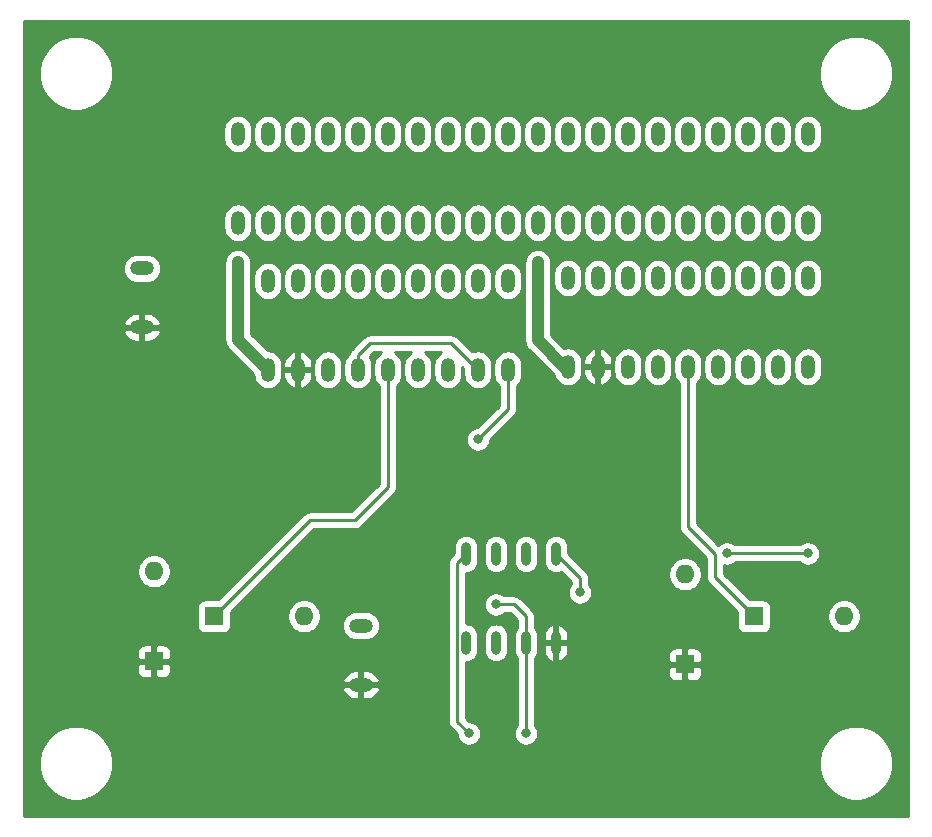
<source format=gbr>
%TF.GenerationSoftware,KiCad,Pcbnew,(5.1.6)-1*%
%TF.CreationDate,2020-08-05T10:29:03-07:00*%
%TF.ProjectId,vu_meter,76755f6d-6574-4657-922e-6b696361645f,rev?*%
%TF.SameCoordinates,Original*%
%TF.FileFunction,Copper,L2,Bot*%
%TF.FilePolarity,Positive*%
%FSLAX46Y46*%
G04 Gerber Fmt 4.6, Leading zero omitted, Abs format (unit mm)*
G04 Created by KiCad (PCBNEW (5.1.6)-1) date 2020-08-05 10:29:03*
%MOMM*%
%LPD*%
G01*
G04 APERTURE LIST*
%TA.AperFunction,ComponentPad*%
%ADD10O,1.200000X2.000000*%
%TD*%
%TA.AperFunction,ComponentPad*%
%ADD11O,0.800000X2.000000*%
%TD*%
%TA.AperFunction,ComponentPad*%
%ADD12O,2.000000X1.200000*%
%TD*%
%TA.AperFunction,ComponentPad*%
%ADD13O,1.600000X1.600000*%
%TD*%
%TA.AperFunction,ComponentPad*%
%ADD14R,1.600000X1.600000*%
%TD*%
%TA.AperFunction,ViaPad*%
%ADD15C,0.800000*%
%TD*%
%TA.AperFunction,Conductor*%
%ADD16C,0.250000*%
%TD*%
%TA.AperFunction,Conductor*%
%ADD17C,1.000000*%
%TD*%
%TA.AperFunction,Conductor*%
%ADD18C,0.254000*%
%TD*%
G04 APERTURE END LIST*
D10*
%TO.P,U3,9*%
%TO.N,Net-(R6-Pad1)*%
X148336000Y-57862000D03*
%TO.P,U3,10*%
%TO.N,Net-(D2-Pad10)*%
X148336000Y-50342000D03*
%TO.P,U3,8*%
%TO.N,Net-(R3-Pad2)*%
X145796000Y-57862000D03*
%TO.P,U3,11*%
%TO.N,Net-(D2-Pad9)*%
X145796000Y-50342000D03*
%TO.P,U3,7*%
%TO.N,Net-(R3-Pad1)*%
X143256000Y-57862000D03*
%TO.P,U3,12*%
%TO.N,Net-(D2-Pad8)*%
X143256000Y-50342000D03*
%TO.P,U3,6*%
%TO.N,Net-(R3-Pad1)*%
X140716000Y-57862000D03*
%TO.P,U3,13*%
%TO.N,Net-(D2-Pad7)*%
X140716000Y-50342000D03*
%TO.P,U3,5*%
%TO.N,Vpeak2*%
X138176000Y-57862000D03*
%TO.P,U3,14*%
%TO.N,Net-(D2-Pad6)*%
X138176000Y-50342000D03*
%TO.P,U3,4*%
%TO.N,Net-(R3-Pad2)*%
X135636000Y-57862000D03*
%TO.P,U3,15*%
%TO.N,Net-(D2-Pad5)*%
X135636000Y-50342000D03*
%TO.P,U3,3*%
%TO.N,VCC*%
X133096000Y-57862000D03*
%TO.P,U3,16*%
%TO.N,Net-(D2-Pad4)*%
X133096000Y-50342000D03*
%TO.P,U3,2*%
%TO.N,GND*%
X130556000Y-57862000D03*
%TO.P,U3,17*%
%TO.N,Net-(D2-Pad3)*%
X130556000Y-50342000D03*
%TO.P,U3,1*%
%TO.N,Net-(D2-Pad1)*%
X128016000Y-57862000D03*
%TO.P,U3,18*%
%TO.N,Net-(D2-Pad2)*%
X128016000Y-50342000D03*
%TD*%
%TO.P,U2,9*%
%TO.N,Net-(R5-Pad1)*%
X122936000Y-58116000D03*
%TO.P,U2,10*%
%TO.N,Net-(D1-Pad10)*%
X122936000Y-50596000D03*
%TO.P,U2,8*%
%TO.N,Net-(R1-Pad2)*%
X120396000Y-58116000D03*
%TO.P,U2,11*%
%TO.N,Net-(D1-Pad9)*%
X120396000Y-50596000D03*
%TO.P,U2,7*%
%TO.N,Net-(R1-Pad1)*%
X117856000Y-58116000D03*
%TO.P,U2,12*%
%TO.N,Net-(D1-Pad8)*%
X117856000Y-50596000D03*
%TO.P,U2,6*%
%TO.N,Net-(R1-Pad1)*%
X115316000Y-58116000D03*
%TO.P,U2,13*%
%TO.N,Net-(D1-Pad7)*%
X115316000Y-50596000D03*
%TO.P,U2,5*%
%TO.N,Vpeak1*%
X112776000Y-58116000D03*
%TO.P,U2,14*%
%TO.N,Net-(D1-Pad6)*%
X112776000Y-50596000D03*
%TO.P,U2,4*%
%TO.N,Net-(R1-Pad2)*%
X110236000Y-58116000D03*
%TO.P,U2,15*%
%TO.N,Net-(D1-Pad5)*%
X110236000Y-50596000D03*
%TO.P,U2,3*%
%TO.N,VCC*%
X107696000Y-58116000D03*
%TO.P,U2,16*%
%TO.N,Net-(D1-Pad4)*%
X107696000Y-50596000D03*
%TO.P,U2,2*%
%TO.N,GND*%
X105156000Y-58116000D03*
%TO.P,U2,17*%
%TO.N,Net-(D1-Pad3)*%
X105156000Y-50596000D03*
%TO.P,U2,1*%
%TO.N,Net-(D1-Pad1)*%
X102616000Y-58116000D03*
%TO.P,U2,18*%
%TO.N,Net-(D1-Pad2)*%
X102616000Y-50596000D03*
%TD*%
D11*
%TO.P,U1,4*%
%TO.N,GND*%
X127000000Y-81230000D03*
%TO.P,U1,5*%
%TO.N,Vop2*%
X127000000Y-73710000D03*
%TO.P,U1,3*%
%TO.N,Vop1*%
X124460000Y-81230000D03*
%TO.P,U1,6*%
%TO.N,Net-(R12-Pad2)*%
X124460000Y-73710000D03*
%TO.P,U1,2*%
%TO.N,Net-(R13-Pad2)*%
X121920000Y-81230000D03*
%TO.P,U1,7*%
%TO.N,Net-(C10-Pad1)*%
X121920000Y-73710000D03*
%TO.P,U1,1*%
%TO.N,Amp1_out*%
X119380000Y-81230000D03*
%TO.P,U1,8*%
%TO.N,VCC*%
X119380000Y-73710000D03*
%TD*%
D12*
%TO.P,MK1,2*%
%TO.N,Net-(C7-Pad2)*%
X110490000Y-79796000D03*
%TO.P,MK1,1*%
%TO.N,GND*%
X110490000Y-84796000D03*
%TD*%
%TO.P,J1,2*%
%TO.N,VCC*%
X91948000Y-49530000D03*
%TO.P,J1,1*%
%TO.N,GND*%
X91948000Y-54530000D03*
%TD*%
D13*
%TO.P,D6,2*%
%TO.N,Net-(C11-Pad2)*%
X105664000Y-78994000D03*
D14*
%TO.P,D6,1*%
%TO.N,Vpeak1*%
X98044000Y-78994000D03*
%TD*%
D13*
%TO.P,D5,2*%
%TO.N,Net-(C10-Pad2)*%
X151384000Y-78994000D03*
D14*
%TO.P,D5,1*%
%TO.N,Vpeak2*%
X143764000Y-78994000D03*
%TD*%
D13*
%TO.P,D4,2*%
%TO.N,Net-(D4-Pad2)*%
X92964000Y-75184000D03*
D14*
%TO.P,D4,1*%
%TO.N,GND*%
X92964000Y-82804000D03*
%TD*%
D13*
%TO.P,D3,2*%
%TO.N,Net-(D3-Pad2)*%
X137922000Y-75438000D03*
D14*
%TO.P,D3,1*%
%TO.N,GND*%
X137922000Y-83058000D03*
%TD*%
D10*
%TO.P,D2,10*%
%TO.N,Net-(D2-Pad10)*%
X148336000Y-45670000D03*
%TO.P,D2,11*%
%TO.N,VCC*%
X148336000Y-38150000D03*
%TO.P,D2,9*%
%TO.N,Net-(D2-Pad9)*%
X145796000Y-45670000D03*
%TO.P,D2,12*%
%TO.N,VCC*%
X145796000Y-38150000D03*
%TO.P,D2,8*%
%TO.N,Net-(D2-Pad8)*%
X143256000Y-45670000D03*
%TO.P,D2,13*%
%TO.N,VCC*%
X143256000Y-38150000D03*
%TO.P,D2,7*%
%TO.N,Net-(D2-Pad7)*%
X140716000Y-45670000D03*
%TO.P,D2,14*%
%TO.N,VCC*%
X140716000Y-38150000D03*
%TO.P,D2,6*%
%TO.N,Net-(D2-Pad6)*%
X138176000Y-45670000D03*
%TO.P,D2,15*%
%TO.N,VCC*%
X138176000Y-38150000D03*
%TO.P,D2,5*%
%TO.N,Net-(D2-Pad5)*%
X135636000Y-45670000D03*
%TO.P,D2,16*%
%TO.N,VCC*%
X135636000Y-38150000D03*
%TO.P,D2,4*%
%TO.N,Net-(D2-Pad4)*%
X133096000Y-45670000D03*
%TO.P,D2,17*%
%TO.N,VCC*%
X133096000Y-38150000D03*
%TO.P,D2,3*%
%TO.N,Net-(D2-Pad3)*%
X130556000Y-45670000D03*
%TO.P,D2,18*%
%TO.N,VCC*%
X130556000Y-38150000D03*
%TO.P,D2,2*%
%TO.N,Net-(D2-Pad2)*%
X128016000Y-45670000D03*
%TO.P,D2,19*%
%TO.N,VCC*%
X128016000Y-38150000D03*
%TO.P,D2,1*%
%TO.N,Net-(D2-Pad1)*%
X125476000Y-45670000D03*
%TO.P,D2,20*%
%TO.N,VCC*%
X125476000Y-38150000D03*
%TD*%
%TO.P,D1,10*%
%TO.N,Net-(D1-Pad10)*%
X122936000Y-45670000D03*
%TO.P,D1,11*%
%TO.N,VCC*%
X122936000Y-38150000D03*
%TO.P,D1,9*%
%TO.N,Net-(D1-Pad9)*%
X120396000Y-45670000D03*
%TO.P,D1,12*%
%TO.N,VCC*%
X120396000Y-38150000D03*
%TO.P,D1,8*%
%TO.N,Net-(D1-Pad8)*%
X117856000Y-45670000D03*
%TO.P,D1,13*%
%TO.N,VCC*%
X117856000Y-38150000D03*
%TO.P,D1,7*%
%TO.N,Net-(D1-Pad7)*%
X115316000Y-45670000D03*
%TO.P,D1,14*%
%TO.N,VCC*%
X115316000Y-38150000D03*
%TO.P,D1,6*%
%TO.N,Net-(D1-Pad6)*%
X112776000Y-45670000D03*
%TO.P,D1,15*%
%TO.N,VCC*%
X112776000Y-38150000D03*
%TO.P,D1,5*%
%TO.N,Net-(D1-Pad5)*%
X110236000Y-45670000D03*
%TO.P,D1,16*%
%TO.N,VCC*%
X110236000Y-38150000D03*
%TO.P,D1,4*%
%TO.N,Net-(D1-Pad4)*%
X107696000Y-45670000D03*
%TO.P,D1,17*%
%TO.N,VCC*%
X107696000Y-38150000D03*
%TO.P,D1,3*%
%TO.N,Net-(D1-Pad3)*%
X105156000Y-45670000D03*
%TO.P,D1,18*%
%TO.N,VCC*%
X105156000Y-38150000D03*
%TO.P,D1,2*%
%TO.N,Net-(D1-Pad2)*%
X102616000Y-45670000D03*
%TO.P,D1,19*%
%TO.N,VCC*%
X102616000Y-38150000D03*
%TO.P,D1,1*%
%TO.N,Net-(D1-Pad1)*%
X100076000Y-45670000D03*
%TO.P,D1,20*%
%TO.N,VCC*%
X100076000Y-38150000D03*
%TD*%
D15*
%TO.N,VCC*%
X119634000Y-88900000D03*
%TO.N,Vop2*%
X129032000Y-76962000D03*
%TO.N,Vop1*%
X121920000Y-77978000D03*
X124460000Y-88900000D03*
%TO.N,Net-(C10-Pad2)*%
X148336000Y-73660000D03*
X141478006Y-73660000D03*
%TO.N,Net-(D1-Pad1)*%
X100076000Y-49022000D03*
%TO.N,Net-(D2-Pad1)*%
X125476000Y-49022000D03*
%TO.N,Net-(R5-Pad1)*%
X120396000Y-64008000D03*
%TD*%
D16*
%TO.N,VCC*%
X118654990Y-74435010D02*
X118654990Y-87920990D01*
X119380000Y-73710000D02*
X118654990Y-74435010D01*
X118654990Y-87920990D02*
X119634000Y-88900000D01*
X119634000Y-88900000D02*
X119634000Y-88900000D01*
%TO.N,Vop2*%
X129032000Y-75742000D02*
X127000000Y-73710000D01*
X129032000Y-76962000D02*
X129032000Y-75742000D01*
%TO.N,Vop1*%
X124460000Y-81230000D02*
X124460000Y-78994000D01*
X124460000Y-78994000D02*
X123444000Y-77978000D01*
X123444000Y-77978000D02*
X121920000Y-77978000D01*
X121920000Y-77978000D02*
X121920000Y-77978000D01*
X124460000Y-81230000D02*
X124460000Y-88900000D01*
X124460000Y-88900000D02*
X124460000Y-88900000D01*
%TO.N,Net-(C10-Pad2)*%
X148336000Y-73660000D02*
X148336000Y-73660000D01*
X148336000Y-73660000D02*
X141478006Y-73660000D01*
%TO.N,Vpeak2*%
X138176000Y-71430996D02*
X140462000Y-73716996D01*
X138176000Y-57862000D02*
X138176000Y-71430996D01*
X140462000Y-75692000D02*
X143764000Y-78994000D01*
X140462000Y-73716996D02*
X140462000Y-75692000D01*
%TO.N,Vpeak1*%
X98044000Y-78994000D02*
X106172000Y-70866000D01*
X106172000Y-70866000D02*
X109982000Y-70866000D01*
X112776000Y-68072000D02*
X112776000Y-58116000D01*
X109982000Y-70866000D02*
X112776000Y-68072000D01*
D17*
%TO.N,Net-(D1-Pad1)*%
X100076000Y-55576000D02*
X102616000Y-58116000D01*
X100076000Y-49022000D02*
X100076000Y-55576000D01*
%TO.N,Net-(D2-Pad1)*%
X125476000Y-49022000D02*
X125476000Y-55626000D01*
X127712000Y-57862000D02*
X128016000Y-57862000D01*
X125476000Y-55626000D02*
X127712000Y-57862000D01*
D16*
%TO.N,Net-(R1-Pad2)*%
X110236000Y-58116000D02*
X110236000Y-56896000D01*
X110236000Y-56896000D02*
X111252000Y-55880000D01*
X118160000Y-55880000D02*
X120396000Y-58116000D01*
X111252000Y-55880000D02*
X118160000Y-55880000D01*
%TO.N,Net-(R5-Pad1)*%
X122936000Y-58116000D02*
X122936000Y-61468000D01*
X122936000Y-61468000D02*
X120396000Y-64008000D01*
%TD*%
D18*
%TO.N,GND*%
G36*
X156820000Y-32987581D02*
G01*
X156820000Y-32987582D01*
X156820001Y-95860000D01*
X81940000Y-95860000D01*
X81940000Y-91128305D01*
X83195313Y-91128305D01*
X83195313Y-91751695D01*
X83316930Y-92363105D01*
X83555490Y-92939042D01*
X83901827Y-93457371D01*
X84342629Y-93898173D01*
X84860958Y-94244510D01*
X85436895Y-94483070D01*
X86048305Y-94604687D01*
X86671695Y-94604687D01*
X87283105Y-94483070D01*
X87859042Y-94244510D01*
X88377371Y-93898173D01*
X88818173Y-93457371D01*
X89164510Y-92939042D01*
X89403070Y-92363105D01*
X89524687Y-91751695D01*
X89524687Y-91128305D01*
X149235313Y-91128305D01*
X149235313Y-91751695D01*
X149356930Y-92363105D01*
X149595490Y-92939042D01*
X149941827Y-93457371D01*
X150382629Y-93898173D01*
X150900958Y-94244510D01*
X151476895Y-94483070D01*
X152088305Y-94604687D01*
X152711695Y-94604687D01*
X153323105Y-94483070D01*
X153899042Y-94244510D01*
X154417371Y-93898173D01*
X154858173Y-93457371D01*
X155204510Y-92939042D01*
X155443070Y-92363105D01*
X155564687Y-91751695D01*
X155564687Y-91128305D01*
X155443070Y-90516895D01*
X155204510Y-89940958D01*
X154858173Y-89422629D01*
X154417371Y-88981827D01*
X153899042Y-88635490D01*
X153323105Y-88396930D01*
X152711695Y-88275313D01*
X152088305Y-88275313D01*
X151476895Y-88396930D01*
X150900958Y-88635490D01*
X150382629Y-88981827D01*
X149941827Y-89422629D01*
X149595490Y-89940958D01*
X149356930Y-90516895D01*
X149235313Y-91128305D01*
X89524687Y-91128305D01*
X89403070Y-90516895D01*
X89164510Y-89940958D01*
X88818173Y-89422629D01*
X88377371Y-88981827D01*
X87859042Y-88635490D01*
X87283105Y-88396930D01*
X86671695Y-88275313D01*
X86048305Y-88275313D01*
X85436895Y-88396930D01*
X84860958Y-88635490D01*
X84342629Y-88981827D01*
X83901827Y-89422629D01*
X83555490Y-89940958D01*
X83316930Y-90516895D01*
X83195313Y-91128305D01*
X81940000Y-91128305D01*
X81940000Y-85113609D01*
X108896538Y-85113609D01*
X108900409Y-85151282D01*
X108992579Y-85376533D01*
X109126922Y-85579474D01*
X109298275Y-85752307D01*
X109500054Y-85888390D01*
X109724504Y-85982493D01*
X109963000Y-86031000D01*
X110363000Y-86031000D01*
X110363000Y-84923000D01*
X110617000Y-84923000D01*
X110617000Y-86031000D01*
X111017000Y-86031000D01*
X111255496Y-85982493D01*
X111479946Y-85888390D01*
X111681725Y-85752307D01*
X111853078Y-85579474D01*
X111987421Y-85376533D01*
X112079591Y-85151282D01*
X112083462Y-85113609D01*
X111958731Y-84923000D01*
X110617000Y-84923000D01*
X110363000Y-84923000D01*
X109021269Y-84923000D01*
X108896538Y-85113609D01*
X81940000Y-85113609D01*
X81940000Y-84478391D01*
X108896538Y-84478391D01*
X109021269Y-84669000D01*
X110363000Y-84669000D01*
X110363000Y-83561000D01*
X110617000Y-83561000D01*
X110617000Y-84669000D01*
X111958731Y-84669000D01*
X112083462Y-84478391D01*
X112079591Y-84440718D01*
X111987421Y-84215467D01*
X111853078Y-84012526D01*
X111681725Y-83839693D01*
X111479946Y-83703610D01*
X111255496Y-83609507D01*
X111017000Y-83561000D01*
X110617000Y-83561000D01*
X110363000Y-83561000D01*
X109963000Y-83561000D01*
X109724504Y-83609507D01*
X109500054Y-83703610D01*
X109298275Y-83839693D01*
X109126922Y-84012526D01*
X108992579Y-84215467D01*
X108900409Y-84440718D01*
X108896538Y-84478391D01*
X81940000Y-84478391D01*
X81940000Y-83604000D01*
X91525928Y-83604000D01*
X91538188Y-83728482D01*
X91574498Y-83848180D01*
X91633463Y-83958494D01*
X91712815Y-84055185D01*
X91809506Y-84134537D01*
X91919820Y-84193502D01*
X92039518Y-84229812D01*
X92164000Y-84242072D01*
X92678250Y-84239000D01*
X92837000Y-84080250D01*
X92837000Y-82931000D01*
X93091000Y-82931000D01*
X93091000Y-84080250D01*
X93249750Y-84239000D01*
X93764000Y-84242072D01*
X93888482Y-84229812D01*
X94008180Y-84193502D01*
X94118494Y-84134537D01*
X94215185Y-84055185D01*
X94294537Y-83958494D01*
X94353502Y-83848180D01*
X94389812Y-83728482D01*
X94402072Y-83604000D01*
X94399000Y-83089750D01*
X94240250Y-82931000D01*
X93091000Y-82931000D01*
X92837000Y-82931000D01*
X91687750Y-82931000D01*
X91529000Y-83089750D01*
X91525928Y-83604000D01*
X81940000Y-83604000D01*
X81940000Y-82004000D01*
X91525928Y-82004000D01*
X91529000Y-82518250D01*
X91687750Y-82677000D01*
X92837000Y-82677000D01*
X92837000Y-81527750D01*
X93091000Y-81527750D01*
X93091000Y-82677000D01*
X94240250Y-82677000D01*
X94399000Y-82518250D01*
X94402072Y-82004000D01*
X94389812Y-81879518D01*
X94353502Y-81759820D01*
X94294537Y-81649506D01*
X94215185Y-81552815D01*
X94118494Y-81473463D01*
X94008180Y-81414498D01*
X93888482Y-81378188D01*
X93764000Y-81365928D01*
X93249750Y-81369000D01*
X93091000Y-81527750D01*
X92837000Y-81527750D01*
X92678250Y-81369000D01*
X92164000Y-81365928D01*
X92039518Y-81378188D01*
X91919820Y-81414498D01*
X91809506Y-81473463D01*
X91712815Y-81552815D01*
X91633463Y-81649506D01*
X91574498Y-81759820D01*
X91538188Y-81879518D01*
X91525928Y-82004000D01*
X81940000Y-82004000D01*
X81940000Y-78194000D01*
X96605928Y-78194000D01*
X96605928Y-79794000D01*
X96618188Y-79918482D01*
X96654498Y-80038180D01*
X96713463Y-80148494D01*
X96792815Y-80245185D01*
X96889506Y-80324537D01*
X96999820Y-80383502D01*
X97119518Y-80419812D01*
X97244000Y-80432072D01*
X98844000Y-80432072D01*
X98968482Y-80419812D01*
X99088180Y-80383502D01*
X99198494Y-80324537D01*
X99295185Y-80245185D01*
X99374537Y-80148494D01*
X99433502Y-80038180D01*
X99469812Y-79918482D01*
X99482072Y-79794000D01*
X99482072Y-78852665D01*
X104229000Y-78852665D01*
X104229000Y-79135335D01*
X104284147Y-79412574D01*
X104392320Y-79673727D01*
X104549363Y-79908759D01*
X104749241Y-80108637D01*
X104984273Y-80265680D01*
X105245426Y-80373853D01*
X105522665Y-80429000D01*
X105805335Y-80429000D01*
X106082574Y-80373853D01*
X106343727Y-80265680D01*
X106578759Y-80108637D01*
X106778637Y-79908759D01*
X106853979Y-79796000D01*
X108849025Y-79796000D01*
X108872870Y-80038102D01*
X108943489Y-80270901D01*
X109058167Y-80485449D01*
X109212498Y-80673502D01*
X109400551Y-80827833D01*
X109615099Y-80942511D01*
X109847898Y-81013130D01*
X110029335Y-81031000D01*
X110950665Y-81031000D01*
X111132102Y-81013130D01*
X111364901Y-80942511D01*
X111579449Y-80827833D01*
X111767502Y-80673502D01*
X111921833Y-80485449D01*
X112036511Y-80270901D01*
X112107130Y-80038102D01*
X112130975Y-79796000D01*
X112107130Y-79553898D01*
X112036511Y-79321099D01*
X111921833Y-79106551D01*
X111767502Y-78918498D01*
X111579449Y-78764167D01*
X111364901Y-78649489D01*
X111132102Y-78578870D01*
X110950665Y-78561000D01*
X110029335Y-78561000D01*
X109847898Y-78578870D01*
X109615099Y-78649489D01*
X109400551Y-78764167D01*
X109212498Y-78918498D01*
X109058167Y-79106551D01*
X108943489Y-79321099D01*
X108872870Y-79553898D01*
X108849025Y-79796000D01*
X106853979Y-79796000D01*
X106935680Y-79673727D01*
X107043853Y-79412574D01*
X107099000Y-79135335D01*
X107099000Y-78852665D01*
X107043853Y-78575426D01*
X106935680Y-78314273D01*
X106778637Y-78079241D01*
X106578759Y-77879363D01*
X106343727Y-77722320D01*
X106082574Y-77614147D01*
X105805335Y-77559000D01*
X105522665Y-77559000D01*
X105245426Y-77614147D01*
X104984273Y-77722320D01*
X104749241Y-77879363D01*
X104549363Y-78079241D01*
X104392320Y-78314273D01*
X104284147Y-78575426D01*
X104229000Y-78852665D01*
X99482072Y-78852665D01*
X99482072Y-78630729D01*
X103677791Y-74435010D01*
X117891314Y-74435010D01*
X117894990Y-74472332D01*
X117894991Y-87883658D01*
X117891314Y-87920990D01*
X117905988Y-88069975D01*
X117949444Y-88213236D01*
X118020016Y-88345266D01*
X118091191Y-88431992D01*
X118114990Y-88460991D01*
X118143988Y-88484789D01*
X118599000Y-88939801D01*
X118599000Y-89001939D01*
X118638774Y-89201898D01*
X118716795Y-89390256D01*
X118830063Y-89559774D01*
X118974226Y-89703937D01*
X119143744Y-89817205D01*
X119332102Y-89895226D01*
X119532061Y-89935000D01*
X119735939Y-89935000D01*
X119935898Y-89895226D01*
X120124256Y-89817205D01*
X120293774Y-89703937D01*
X120437937Y-89559774D01*
X120551205Y-89390256D01*
X120629226Y-89201898D01*
X120669000Y-89001939D01*
X120669000Y-88798061D01*
X120629226Y-88598102D01*
X120551205Y-88409744D01*
X120437937Y-88240226D01*
X120293774Y-88096063D01*
X120124256Y-87982795D01*
X119935898Y-87904774D01*
X119735939Y-87865000D01*
X119673801Y-87865000D01*
X119414990Y-87606189D01*
X119414990Y-82866561D01*
X119582895Y-82850024D01*
X119777993Y-82790841D01*
X119957797Y-82694734D01*
X120115396Y-82565396D01*
X120244734Y-82407797D01*
X120340841Y-82227993D01*
X120400024Y-82032895D01*
X120415000Y-81880838D01*
X120415000Y-80579163D01*
X120885000Y-80579163D01*
X120885001Y-81880838D01*
X120899977Y-82032895D01*
X120959160Y-82227993D01*
X121055267Y-82407797D01*
X121184605Y-82565396D01*
X121342204Y-82694734D01*
X121522008Y-82790841D01*
X121717106Y-82850024D01*
X121920000Y-82870007D01*
X122122895Y-82850024D01*
X122317993Y-82790841D01*
X122497797Y-82694734D01*
X122655396Y-82565396D01*
X122784734Y-82407797D01*
X122880841Y-82227993D01*
X122940024Y-82032895D01*
X122955000Y-81880838D01*
X122955000Y-80579162D01*
X122940024Y-80427105D01*
X122880841Y-80232007D01*
X122784734Y-80052203D01*
X122655396Y-79894604D01*
X122497797Y-79765266D01*
X122317992Y-79669159D01*
X122122894Y-79609976D01*
X121920000Y-79589993D01*
X121717105Y-79609976D01*
X121522007Y-79669159D01*
X121342203Y-79765266D01*
X121184604Y-79894604D01*
X121055266Y-80052203D01*
X120959159Y-80232008D01*
X120899976Y-80427106D01*
X120885000Y-80579163D01*
X120415000Y-80579163D01*
X120415000Y-80579162D01*
X120400024Y-80427105D01*
X120340841Y-80232007D01*
X120244734Y-80052203D01*
X120115396Y-79894604D01*
X119957797Y-79765266D01*
X119777992Y-79669159D01*
X119582894Y-79609976D01*
X119414990Y-79593439D01*
X119414990Y-77876061D01*
X120885000Y-77876061D01*
X120885000Y-78079939D01*
X120924774Y-78279898D01*
X121002795Y-78468256D01*
X121116063Y-78637774D01*
X121260226Y-78781937D01*
X121429744Y-78895205D01*
X121618102Y-78973226D01*
X121818061Y-79013000D01*
X122021939Y-79013000D01*
X122221898Y-78973226D01*
X122410256Y-78895205D01*
X122579774Y-78781937D01*
X122623711Y-78738000D01*
X123129199Y-78738000D01*
X123700001Y-79308803D01*
X123700001Y-79924583D01*
X123595266Y-80052203D01*
X123499159Y-80232008D01*
X123439976Y-80427106D01*
X123425000Y-80579163D01*
X123425001Y-81880838D01*
X123439977Y-82032895D01*
X123499160Y-82227993D01*
X123595267Y-82407797D01*
X123700000Y-82535415D01*
X123700001Y-88196288D01*
X123656063Y-88240226D01*
X123542795Y-88409744D01*
X123464774Y-88598102D01*
X123425000Y-88798061D01*
X123425000Y-89001939D01*
X123464774Y-89201898D01*
X123542795Y-89390256D01*
X123656063Y-89559774D01*
X123800226Y-89703937D01*
X123969744Y-89817205D01*
X124158102Y-89895226D01*
X124358061Y-89935000D01*
X124561939Y-89935000D01*
X124761898Y-89895226D01*
X124950256Y-89817205D01*
X125119774Y-89703937D01*
X125263937Y-89559774D01*
X125377205Y-89390256D01*
X125455226Y-89201898D01*
X125495000Y-89001939D01*
X125495000Y-88798061D01*
X125455226Y-88598102D01*
X125377205Y-88409744D01*
X125263937Y-88240226D01*
X125220000Y-88196289D01*
X125220000Y-83858000D01*
X136483928Y-83858000D01*
X136496188Y-83982482D01*
X136532498Y-84102180D01*
X136591463Y-84212494D01*
X136670815Y-84309185D01*
X136767506Y-84388537D01*
X136877820Y-84447502D01*
X136997518Y-84483812D01*
X137122000Y-84496072D01*
X137636250Y-84493000D01*
X137795000Y-84334250D01*
X137795000Y-83185000D01*
X138049000Y-83185000D01*
X138049000Y-84334250D01*
X138207750Y-84493000D01*
X138722000Y-84496072D01*
X138846482Y-84483812D01*
X138966180Y-84447502D01*
X139076494Y-84388537D01*
X139173185Y-84309185D01*
X139252537Y-84212494D01*
X139311502Y-84102180D01*
X139347812Y-83982482D01*
X139360072Y-83858000D01*
X139357000Y-83343750D01*
X139198250Y-83185000D01*
X138049000Y-83185000D01*
X137795000Y-83185000D01*
X136645750Y-83185000D01*
X136487000Y-83343750D01*
X136483928Y-83858000D01*
X125220000Y-83858000D01*
X125220000Y-82535416D01*
X125324734Y-82407797D01*
X125420841Y-82227993D01*
X125480024Y-82032895D01*
X125495000Y-81880838D01*
X125495000Y-81357000D01*
X125965000Y-81357000D01*
X125965000Y-81957000D01*
X126009664Y-82156478D01*
X126092386Y-82343410D01*
X126209987Y-82510612D01*
X126357948Y-82651658D01*
X126530582Y-82761128D01*
X126713877Y-82824666D01*
X126873000Y-82696998D01*
X126873000Y-81357000D01*
X127127000Y-81357000D01*
X127127000Y-82696998D01*
X127286123Y-82824666D01*
X127469418Y-82761128D01*
X127642052Y-82651658D01*
X127790013Y-82510612D01*
X127907614Y-82343410D01*
X127945410Y-82258000D01*
X136483928Y-82258000D01*
X136487000Y-82772250D01*
X136645750Y-82931000D01*
X137795000Y-82931000D01*
X137795000Y-81781750D01*
X138049000Y-81781750D01*
X138049000Y-82931000D01*
X139198250Y-82931000D01*
X139357000Y-82772250D01*
X139360072Y-82258000D01*
X139347812Y-82133518D01*
X139311502Y-82013820D01*
X139252537Y-81903506D01*
X139173185Y-81806815D01*
X139076494Y-81727463D01*
X138966180Y-81668498D01*
X138846482Y-81632188D01*
X138722000Y-81619928D01*
X138207750Y-81623000D01*
X138049000Y-81781750D01*
X137795000Y-81781750D01*
X137636250Y-81623000D01*
X137122000Y-81619928D01*
X136997518Y-81632188D01*
X136877820Y-81668498D01*
X136767506Y-81727463D01*
X136670815Y-81806815D01*
X136591463Y-81903506D01*
X136532498Y-82013820D01*
X136496188Y-82133518D01*
X136483928Y-82258000D01*
X127945410Y-82258000D01*
X127990336Y-82156478D01*
X128035000Y-81957000D01*
X128035000Y-81357000D01*
X127127000Y-81357000D01*
X126873000Y-81357000D01*
X125965000Y-81357000D01*
X125495000Y-81357000D01*
X125495000Y-80579162D01*
X125487499Y-80503000D01*
X125965000Y-80503000D01*
X125965000Y-81103000D01*
X126873000Y-81103000D01*
X126873000Y-79763002D01*
X127127000Y-79763002D01*
X127127000Y-81103000D01*
X128035000Y-81103000D01*
X128035000Y-80503000D01*
X127990336Y-80303522D01*
X127907614Y-80116590D01*
X127790013Y-79949388D01*
X127642052Y-79808342D01*
X127469418Y-79698872D01*
X127286123Y-79635334D01*
X127127000Y-79763002D01*
X126873000Y-79763002D01*
X126713877Y-79635334D01*
X126530582Y-79698872D01*
X126357948Y-79808342D01*
X126209987Y-79949388D01*
X126092386Y-80116590D01*
X126009664Y-80303522D01*
X125965000Y-80503000D01*
X125487499Y-80503000D01*
X125480024Y-80427105D01*
X125420841Y-80232007D01*
X125324734Y-80052203D01*
X125220000Y-79924584D01*
X125220000Y-79031322D01*
X125223676Y-78994000D01*
X125220000Y-78956677D01*
X125220000Y-78956667D01*
X125209003Y-78845014D01*
X125165546Y-78701753D01*
X125098022Y-78575426D01*
X125094974Y-78569723D01*
X125023799Y-78482997D01*
X125000001Y-78453999D01*
X124971003Y-78430201D01*
X124007804Y-77467002D01*
X123984001Y-77437999D01*
X123868276Y-77343026D01*
X123736247Y-77272454D01*
X123592986Y-77228997D01*
X123481333Y-77218000D01*
X123481322Y-77218000D01*
X123444000Y-77214324D01*
X123406678Y-77218000D01*
X122623711Y-77218000D01*
X122579774Y-77174063D01*
X122410256Y-77060795D01*
X122221898Y-76982774D01*
X122021939Y-76943000D01*
X121818061Y-76943000D01*
X121618102Y-76982774D01*
X121429744Y-77060795D01*
X121260226Y-77174063D01*
X121116063Y-77318226D01*
X121002795Y-77487744D01*
X120924774Y-77676102D01*
X120885000Y-77876061D01*
X119414990Y-77876061D01*
X119414990Y-75346561D01*
X119582895Y-75330024D01*
X119777993Y-75270841D01*
X119957797Y-75174734D01*
X120115396Y-75045396D01*
X120244734Y-74887797D01*
X120340841Y-74707993D01*
X120400024Y-74512895D01*
X120415000Y-74360838D01*
X120415000Y-73059163D01*
X120885000Y-73059163D01*
X120885001Y-74360838D01*
X120899977Y-74512895D01*
X120959160Y-74707993D01*
X121055267Y-74887797D01*
X121184605Y-75045396D01*
X121342204Y-75174734D01*
X121522008Y-75270841D01*
X121717106Y-75330024D01*
X121920000Y-75350007D01*
X122122895Y-75330024D01*
X122317993Y-75270841D01*
X122497797Y-75174734D01*
X122655396Y-75045396D01*
X122784734Y-74887797D01*
X122880841Y-74707993D01*
X122940024Y-74512895D01*
X122955000Y-74360838D01*
X122955000Y-73059163D01*
X123425000Y-73059163D01*
X123425001Y-74360838D01*
X123439977Y-74512895D01*
X123499160Y-74707993D01*
X123595267Y-74887797D01*
X123724605Y-75045396D01*
X123882204Y-75174734D01*
X124062008Y-75270841D01*
X124257106Y-75330024D01*
X124460000Y-75350007D01*
X124662895Y-75330024D01*
X124857993Y-75270841D01*
X125037797Y-75174734D01*
X125195396Y-75045396D01*
X125324734Y-74887797D01*
X125420841Y-74707993D01*
X125480024Y-74512895D01*
X125495000Y-74360838D01*
X125495000Y-73059163D01*
X125965000Y-73059163D01*
X125965001Y-74360838D01*
X125979977Y-74512895D01*
X126039160Y-74707993D01*
X126135267Y-74887797D01*
X126264605Y-75045396D01*
X126422204Y-75174734D01*
X126602008Y-75270841D01*
X126797106Y-75330024D01*
X127000000Y-75350007D01*
X127202895Y-75330024D01*
X127397993Y-75270841D01*
X127455371Y-75240172D01*
X128272001Y-76056803D01*
X128272001Y-76258288D01*
X128228063Y-76302226D01*
X128114795Y-76471744D01*
X128036774Y-76660102D01*
X127997000Y-76860061D01*
X127997000Y-77063939D01*
X128036774Y-77263898D01*
X128114795Y-77452256D01*
X128228063Y-77621774D01*
X128372226Y-77765937D01*
X128541744Y-77879205D01*
X128730102Y-77957226D01*
X128930061Y-77997000D01*
X129133939Y-77997000D01*
X129333898Y-77957226D01*
X129522256Y-77879205D01*
X129691774Y-77765937D01*
X129835937Y-77621774D01*
X129949205Y-77452256D01*
X130027226Y-77263898D01*
X130067000Y-77063939D01*
X130067000Y-76860061D01*
X130027226Y-76660102D01*
X129949205Y-76471744D01*
X129835937Y-76302226D01*
X129792000Y-76258289D01*
X129792000Y-75779323D01*
X129795676Y-75742000D01*
X129792000Y-75704677D01*
X129792000Y-75704667D01*
X129781003Y-75593014D01*
X129737546Y-75449753D01*
X129673549Y-75330024D01*
X129666974Y-75317723D01*
X129649692Y-75296665D01*
X136487000Y-75296665D01*
X136487000Y-75579335D01*
X136542147Y-75856574D01*
X136650320Y-76117727D01*
X136807363Y-76352759D01*
X137007241Y-76552637D01*
X137242273Y-76709680D01*
X137503426Y-76817853D01*
X137780665Y-76873000D01*
X138063335Y-76873000D01*
X138340574Y-76817853D01*
X138601727Y-76709680D01*
X138836759Y-76552637D01*
X139036637Y-76352759D01*
X139193680Y-76117727D01*
X139301853Y-75856574D01*
X139357000Y-75579335D01*
X139357000Y-75296665D01*
X139301853Y-75019426D01*
X139193680Y-74758273D01*
X139036637Y-74523241D01*
X138836759Y-74323363D01*
X138601727Y-74166320D01*
X138340574Y-74058147D01*
X138063335Y-74003000D01*
X137780665Y-74003000D01*
X137503426Y-74058147D01*
X137242273Y-74166320D01*
X137007241Y-74323363D01*
X136807363Y-74523241D01*
X136650320Y-74758273D01*
X136542147Y-75019426D01*
X136487000Y-75296665D01*
X129649692Y-75296665D01*
X129595799Y-75230997D01*
X129572001Y-75201999D01*
X129543003Y-75178201D01*
X128035000Y-73670199D01*
X128035000Y-73059162D01*
X128020024Y-72907105D01*
X127960841Y-72712007D01*
X127864734Y-72532203D01*
X127735396Y-72374604D01*
X127577797Y-72245266D01*
X127397992Y-72149159D01*
X127202894Y-72089976D01*
X127000000Y-72069993D01*
X126797105Y-72089976D01*
X126602007Y-72149159D01*
X126422203Y-72245266D01*
X126264604Y-72374604D01*
X126135266Y-72532203D01*
X126039159Y-72712008D01*
X125979976Y-72907106D01*
X125965000Y-73059163D01*
X125495000Y-73059163D01*
X125495000Y-73059162D01*
X125480024Y-72907105D01*
X125420841Y-72712007D01*
X125324734Y-72532203D01*
X125195396Y-72374604D01*
X125037797Y-72245266D01*
X124857992Y-72149159D01*
X124662894Y-72089976D01*
X124460000Y-72069993D01*
X124257105Y-72089976D01*
X124062007Y-72149159D01*
X123882203Y-72245266D01*
X123724604Y-72374604D01*
X123595266Y-72532203D01*
X123499159Y-72712008D01*
X123439976Y-72907106D01*
X123425000Y-73059163D01*
X122955000Y-73059163D01*
X122955000Y-73059162D01*
X122940024Y-72907105D01*
X122880841Y-72712007D01*
X122784734Y-72532203D01*
X122655396Y-72374604D01*
X122497797Y-72245266D01*
X122317992Y-72149159D01*
X122122894Y-72089976D01*
X121920000Y-72069993D01*
X121717105Y-72089976D01*
X121522007Y-72149159D01*
X121342203Y-72245266D01*
X121184604Y-72374604D01*
X121055266Y-72532203D01*
X120959159Y-72712008D01*
X120899976Y-72907106D01*
X120885000Y-73059163D01*
X120415000Y-73059163D01*
X120415000Y-73059162D01*
X120400024Y-72907105D01*
X120340841Y-72712007D01*
X120244734Y-72532203D01*
X120115396Y-72374604D01*
X119957797Y-72245266D01*
X119777992Y-72149159D01*
X119582894Y-72089976D01*
X119380000Y-72069993D01*
X119177105Y-72089976D01*
X118982007Y-72149159D01*
X118802203Y-72245266D01*
X118644604Y-72374604D01*
X118515266Y-72532203D01*
X118419159Y-72712008D01*
X118359976Y-72907106D01*
X118345000Y-73059163D01*
X118345000Y-73670198D01*
X118143992Y-73871207D01*
X118114989Y-73895009D01*
X118060095Y-73961898D01*
X118020016Y-74010734D01*
X117994673Y-74058147D01*
X117949444Y-74142764D01*
X117905987Y-74286025D01*
X117894990Y-74397678D01*
X117894990Y-74397688D01*
X117891314Y-74435010D01*
X103677791Y-74435010D01*
X106486802Y-71626000D01*
X109944678Y-71626000D01*
X109982000Y-71629676D01*
X110019322Y-71626000D01*
X110019333Y-71626000D01*
X110130986Y-71615003D01*
X110274247Y-71571546D01*
X110406276Y-71500974D01*
X110522001Y-71406001D01*
X110545804Y-71376997D01*
X113287004Y-68635798D01*
X113316001Y-68612001D01*
X113410974Y-68496276D01*
X113481546Y-68364247D01*
X113525003Y-68220986D01*
X113536000Y-68109333D01*
X113536000Y-68109325D01*
X113539676Y-68072000D01*
X113536000Y-68034675D01*
X113536000Y-63906061D01*
X119361000Y-63906061D01*
X119361000Y-64109939D01*
X119400774Y-64309898D01*
X119478795Y-64498256D01*
X119592063Y-64667774D01*
X119736226Y-64811937D01*
X119905744Y-64925205D01*
X120094102Y-65003226D01*
X120294061Y-65043000D01*
X120497939Y-65043000D01*
X120697898Y-65003226D01*
X120886256Y-64925205D01*
X121055774Y-64811937D01*
X121199937Y-64667774D01*
X121313205Y-64498256D01*
X121391226Y-64309898D01*
X121431000Y-64109939D01*
X121431000Y-64047801D01*
X123447008Y-62031795D01*
X123476001Y-62008001D01*
X123499795Y-61979008D01*
X123499799Y-61979004D01*
X123570973Y-61892277D01*
X123570974Y-61892276D01*
X123641546Y-61760247D01*
X123685003Y-61616986D01*
X123696000Y-61505333D01*
X123696000Y-61505324D01*
X123699676Y-61468001D01*
X123696000Y-61430678D01*
X123696000Y-59489933D01*
X123813502Y-59393502D01*
X123967833Y-59205449D01*
X124082511Y-58990901D01*
X124153130Y-58758101D01*
X124171000Y-58576664D01*
X124171000Y-57655335D01*
X124153130Y-57473898D01*
X124082511Y-57241099D01*
X123967833Y-57026551D01*
X123813502Y-56838498D01*
X123625448Y-56684167D01*
X123410900Y-56569489D01*
X123178101Y-56498870D01*
X122936000Y-56475025D01*
X122693898Y-56498870D01*
X122461099Y-56569489D01*
X122246551Y-56684167D01*
X122058498Y-56838498D01*
X121904167Y-57026552D01*
X121789489Y-57241100D01*
X121718870Y-57473899D01*
X121701000Y-57655336D01*
X121701000Y-58576665D01*
X121718870Y-58758102D01*
X121789489Y-58990901D01*
X121904168Y-59205449D01*
X122058499Y-59393502D01*
X122176000Y-59489933D01*
X122176001Y-61153196D01*
X120356199Y-62973000D01*
X120294061Y-62973000D01*
X120094102Y-63012774D01*
X119905744Y-63090795D01*
X119736226Y-63204063D01*
X119592063Y-63348226D01*
X119478795Y-63517744D01*
X119400774Y-63706102D01*
X119361000Y-63906061D01*
X113536000Y-63906061D01*
X113536000Y-59489933D01*
X113653502Y-59393502D01*
X113807833Y-59205449D01*
X113922511Y-58990901D01*
X113993130Y-58758101D01*
X114011000Y-58576664D01*
X114011000Y-57655335D01*
X113993130Y-57473898D01*
X113922511Y-57241099D01*
X113807833Y-57026551D01*
X113653502Y-56838498D01*
X113465448Y-56684167D01*
X113382817Y-56640000D01*
X114709182Y-56640000D01*
X114626551Y-56684167D01*
X114438498Y-56838498D01*
X114284167Y-57026552D01*
X114169489Y-57241100D01*
X114098870Y-57473899D01*
X114081000Y-57655336D01*
X114081000Y-58576665D01*
X114098870Y-58758102D01*
X114169489Y-58990901D01*
X114284168Y-59205449D01*
X114438499Y-59393502D01*
X114626552Y-59547833D01*
X114841100Y-59662511D01*
X115073899Y-59733130D01*
X115316000Y-59756975D01*
X115558102Y-59733130D01*
X115790901Y-59662511D01*
X116005449Y-59547833D01*
X116193502Y-59393502D01*
X116347833Y-59205449D01*
X116462511Y-58990901D01*
X116533130Y-58758101D01*
X116551000Y-58576664D01*
X116551000Y-57655335D01*
X116533130Y-57473898D01*
X116462511Y-57241099D01*
X116347833Y-57026551D01*
X116193502Y-56838498D01*
X116005448Y-56684167D01*
X115922817Y-56640000D01*
X117249182Y-56640000D01*
X117166551Y-56684167D01*
X116978498Y-56838498D01*
X116824167Y-57026552D01*
X116709489Y-57241100D01*
X116638870Y-57473899D01*
X116621000Y-57655336D01*
X116621000Y-58576665D01*
X116638870Y-58758102D01*
X116709489Y-58990901D01*
X116824168Y-59205449D01*
X116978499Y-59393502D01*
X117166552Y-59547833D01*
X117381100Y-59662511D01*
X117613899Y-59733130D01*
X117856000Y-59756975D01*
X118098102Y-59733130D01*
X118330901Y-59662511D01*
X118545449Y-59547833D01*
X118733502Y-59393502D01*
X118887833Y-59205449D01*
X119002511Y-58990901D01*
X119073130Y-58758101D01*
X119091000Y-58576664D01*
X119091000Y-57885802D01*
X119161000Y-57955802D01*
X119161000Y-58576665D01*
X119178870Y-58758102D01*
X119249489Y-58990901D01*
X119364168Y-59205449D01*
X119518499Y-59393502D01*
X119706552Y-59547833D01*
X119921100Y-59662511D01*
X120153899Y-59733130D01*
X120396000Y-59756975D01*
X120638102Y-59733130D01*
X120870901Y-59662511D01*
X121085449Y-59547833D01*
X121273502Y-59393502D01*
X121427833Y-59205449D01*
X121542511Y-58990901D01*
X121613130Y-58758101D01*
X121631000Y-58576664D01*
X121631000Y-57655335D01*
X121613130Y-57473898D01*
X121542511Y-57241099D01*
X121427833Y-57026551D01*
X121273502Y-56838498D01*
X121085448Y-56684167D01*
X120870900Y-56569489D01*
X120638101Y-56498870D01*
X120396000Y-56475025D01*
X120153898Y-56498870D01*
X119923548Y-56568746D01*
X118980802Y-55626000D01*
X124335509Y-55626000D01*
X124357423Y-55848498D01*
X124422324Y-56062446D01*
X124422325Y-56062447D01*
X124527717Y-56259623D01*
X124669552Y-56432449D01*
X124712860Y-56467991D01*
X126820599Y-58575732D01*
X126869489Y-58736901D01*
X126984168Y-58951449D01*
X127138499Y-59139502D01*
X127326552Y-59293833D01*
X127541100Y-59408511D01*
X127773899Y-59479130D01*
X128016000Y-59502975D01*
X128258102Y-59479130D01*
X128490901Y-59408511D01*
X128705449Y-59293833D01*
X128893502Y-59139502D01*
X129047833Y-58951449D01*
X129162511Y-58736901D01*
X129233130Y-58504101D01*
X129251000Y-58322664D01*
X129251000Y-57989000D01*
X129321000Y-57989000D01*
X129321000Y-58389000D01*
X129369507Y-58627496D01*
X129463610Y-58851946D01*
X129599693Y-59053725D01*
X129772526Y-59225078D01*
X129975467Y-59359421D01*
X130200718Y-59451591D01*
X130238391Y-59455462D01*
X130429000Y-59330731D01*
X130429000Y-57989000D01*
X130683000Y-57989000D01*
X130683000Y-59330731D01*
X130873609Y-59455462D01*
X130911282Y-59451591D01*
X131136533Y-59359421D01*
X131339474Y-59225078D01*
X131512307Y-59053725D01*
X131648390Y-58851946D01*
X131742493Y-58627496D01*
X131791000Y-58389000D01*
X131791000Y-57989000D01*
X130683000Y-57989000D01*
X130429000Y-57989000D01*
X129321000Y-57989000D01*
X129251000Y-57989000D01*
X129251000Y-57401335D01*
X129244467Y-57335000D01*
X129321000Y-57335000D01*
X129321000Y-57735000D01*
X130429000Y-57735000D01*
X130429000Y-56393269D01*
X130683000Y-56393269D01*
X130683000Y-57735000D01*
X131791000Y-57735000D01*
X131791000Y-57401336D01*
X131861000Y-57401336D01*
X131861000Y-58322665D01*
X131878870Y-58504102D01*
X131949489Y-58736901D01*
X132064168Y-58951449D01*
X132218499Y-59139502D01*
X132406552Y-59293833D01*
X132621100Y-59408511D01*
X132853899Y-59479130D01*
X133096000Y-59502975D01*
X133338102Y-59479130D01*
X133570901Y-59408511D01*
X133785449Y-59293833D01*
X133973502Y-59139502D01*
X134127833Y-58951449D01*
X134242511Y-58736901D01*
X134313130Y-58504101D01*
X134331000Y-58322664D01*
X134331000Y-57401336D01*
X134401000Y-57401336D01*
X134401000Y-58322665D01*
X134418870Y-58504102D01*
X134489489Y-58736901D01*
X134604168Y-58951449D01*
X134758499Y-59139502D01*
X134946552Y-59293833D01*
X135161100Y-59408511D01*
X135393899Y-59479130D01*
X135636000Y-59502975D01*
X135878102Y-59479130D01*
X136110901Y-59408511D01*
X136325449Y-59293833D01*
X136513502Y-59139502D01*
X136667833Y-58951449D01*
X136782511Y-58736901D01*
X136853130Y-58504101D01*
X136871000Y-58322664D01*
X136871000Y-57401336D01*
X136941000Y-57401336D01*
X136941000Y-58322665D01*
X136958870Y-58504102D01*
X137029489Y-58736901D01*
X137144168Y-58951449D01*
X137298499Y-59139502D01*
X137416000Y-59235933D01*
X137416001Y-71393664D01*
X137412324Y-71430996D01*
X137426998Y-71579981D01*
X137470454Y-71723242D01*
X137541026Y-71855272D01*
X137612201Y-71941998D01*
X137636000Y-71970997D01*
X137664998Y-71994795D01*
X139702000Y-74031798D01*
X139702001Y-75654668D01*
X139698324Y-75692000D01*
X139702001Y-75729333D01*
X139712998Y-75840986D01*
X139719896Y-75863727D01*
X139756454Y-75984246D01*
X139827026Y-76116276D01*
X139898201Y-76203002D01*
X139922000Y-76232001D01*
X139950998Y-76255799D01*
X142325928Y-78630730D01*
X142325928Y-79794000D01*
X142338188Y-79918482D01*
X142374498Y-80038180D01*
X142433463Y-80148494D01*
X142512815Y-80245185D01*
X142609506Y-80324537D01*
X142719820Y-80383502D01*
X142839518Y-80419812D01*
X142964000Y-80432072D01*
X144564000Y-80432072D01*
X144688482Y-80419812D01*
X144808180Y-80383502D01*
X144918494Y-80324537D01*
X145015185Y-80245185D01*
X145094537Y-80148494D01*
X145153502Y-80038180D01*
X145189812Y-79918482D01*
X145202072Y-79794000D01*
X145202072Y-78852665D01*
X149949000Y-78852665D01*
X149949000Y-79135335D01*
X150004147Y-79412574D01*
X150112320Y-79673727D01*
X150269363Y-79908759D01*
X150469241Y-80108637D01*
X150704273Y-80265680D01*
X150965426Y-80373853D01*
X151242665Y-80429000D01*
X151525335Y-80429000D01*
X151802574Y-80373853D01*
X152063727Y-80265680D01*
X152298759Y-80108637D01*
X152498637Y-79908759D01*
X152655680Y-79673727D01*
X152763853Y-79412574D01*
X152819000Y-79135335D01*
X152819000Y-78852665D01*
X152763853Y-78575426D01*
X152655680Y-78314273D01*
X152498637Y-78079241D01*
X152298759Y-77879363D01*
X152063727Y-77722320D01*
X151802574Y-77614147D01*
X151525335Y-77559000D01*
X151242665Y-77559000D01*
X150965426Y-77614147D01*
X150704273Y-77722320D01*
X150469241Y-77879363D01*
X150269363Y-78079241D01*
X150112320Y-78314273D01*
X150004147Y-78575426D01*
X149949000Y-78852665D01*
X145202072Y-78852665D01*
X145202072Y-78194000D01*
X145189812Y-78069518D01*
X145153502Y-77949820D01*
X145094537Y-77839506D01*
X145015185Y-77742815D01*
X144918494Y-77663463D01*
X144808180Y-77604498D01*
X144688482Y-77568188D01*
X144564000Y-77555928D01*
X143400730Y-77555928D01*
X141222000Y-75377199D01*
X141222000Y-74664354D01*
X141376067Y-74695000D01*
X141579945Y-74695000D01*
X141779904Y-74655226D01*
X141968262Y-74577205D01*
X142137780Y-74463937D01*
X142181717Y-74420000D01*
X147632289Y-74420000D01*
X147676226Y-74463937D01*
X147845744Y-74577205D01*
X148034102Y-74655226D01*
X148234061Y-74695000D01*
X148437939Y-74695000D01*
X148637898Y-74655226D01*
X148826256Y-74577205D01*
X148995774Y-74463937D01*
X149139937Y-74319774D01*
X149253205Y-74150256D01*
X149331226Y-73961898D01*
X149371000Y-73761939D01*
X149371000Y-73558061D01*
X149331226Y-73358102D01*
X149253205Y-73169744D01*
X149139937Y-73000226D01*
X148995774Y-72856063D01*
X148826256Y-72742795D01*
X148637898Y-72664774D01*
X148437939Y-72625000D01*
X148234061Y-72625000D01*
X148034102Y-72664774D01*
X147845744Y-72742795D01*
X147676226Y-72856063D01*
X147632289Y-72900000D01*
X142181717Y-72900000D01*
X142137780Y-72856063D01*
X141968262Y-72742795D01*
X141779904Y-72664774D01*
X141579945Y-72625000D01*
X141376067Y-72625000D01*
X141176108Y-72664774D01*
X140987750Y-72742795D01*
X140818232Y-72856063D01*
X140747050Y-72927245D01*
X138936000Y-71116195D01*
X138936000Y-59235933D01*
X139053502Y-59139502D01*
X139207833Y-58951449D01*
X139322511Y-58736901D01*
X139393130Y-58504101D01*
X139411000Y-58322664D01*
X139411000Y-57401336D01*
X139481000Y-57401336D01*
X139481000Y-58322665D01*
X139498870Y-58504102D01*
X139569489Y-58736901D01*
X139684168Y-58951449D01*
X139838499Y-59139502D01*
X140026552Y-59293833D01*
X140241100Y-59408511D01*
X140473899Y-59479130D01*
X140716000Y-59502975D01*
X140958102Y-59479130D01*
X141190901Y-59408511D01*
X141405449Y-59293833D01*
X141593502Y-59139502D01*
X141747833Y-58951449D01*
X141862511Y-58736901D01*
X141933130Y-58504101D01*
X141951000Y-58322664D01*
X141951000Y-57401336D01*
X142021000Y-57401336D01*
X142021000Y-58322665D01*
X142038870Y-58504102D01*
X142109489Y-58736901D01*
X142224168Y-58951449D01*
X142378499Y-59139502D01*
X142566552Y-59293833D01*
X142781100Y-59408511D01*
X143013899Y-59479130D01*
X143256000Y-59502975D01*
X143498102Y-59479130D01*
X143730901Y-59408511D01*
X143945449Y-59293833D01*
X144133502Y-59139502D01*
X144287833Y-58951449D01*
X144402511Y-58736901D01*
X144473130Y-58504101D01*
X144491000Y-58322664D01*
X144491000Y-57401336D01*
X144561000Y-57401336D01*
X144561000Y-58322665D01*
X144578870Y-58504102D01*
X144649489Y-58736901D01*
X144764168Y-58951449D01*
X144918499Y-59139502D01*
X145106552Y-59293833D01*
X145321100Y-59408511D01*
X145553899Y-59479130D01*
X145796000Y-59502975D01*
X146038102Y-59479130D01*
X146270901Y-59408511D01*
X146485449Y-59293833D01*
X146673502Y-59139502D01*
X146827833Y-58951449D01*
X146942511Y-58736901D01*
X147013130Y-58504101D01*
X147031000Y-58322664D01*
X147031000Y-57401336D01*
X147101000Y-57401336D01*
X147101000Y-58322665D01*
X147118870Y-58504102D01*
X147189489Y-58736901D01*
X147304168Y-58951449D01*
X147458499Y-59139502D01*
X147646552Y-59293833D01*
X147861100Y-59408511D01*
X148093899Y-59479130D01*
X148336000Y-59502975D01*
X148578102Y-59479130D01*
X148810901Y-59408511D01*
X149025449Y-59293833D01*
X149213502Y-59139502D01*
X149367833Y-58951449D01*
X149482511Y-58736901D01*
X149553130Y-58504101D01*
X149571000Y-58322664D01*
X149571000Y-57401335D01*
X149553130Y-57219898D01*
X149482511Y-56987099D01*
X149367833Y-56772551D01*
X149213502Y-56584498D01*
X149025448Y-56430167D01*
X148810900Y-56315489D01*
X148578101Y-56244870D01*
X148336000Y-56221025D01*
X148093898Y-56244870D01*
X147861099Y-56315489D01*
X147646551Y-56430167D01*
X147458498Y-56584498D01*
X147304167Y-56772552D01*
X147189489Y-56987100D01*
X147118870Y-57219899D01*
X147101000Y-57401336D01*
X147031000Y-57401336D01*
X147031000Y-57401335D01*
X147013130Y-57219898D01*
X146942511Y-56987099D01*
X146827833Y-56772551D01*
X146673502Y-56584498D01*
X146485448Y-56430167D01*
X146270900Y-56315489D01*
X146038101Y-56244870D01*
X145796000Y-56221025D01*
X145553898Y-56244870D01*
X145321099Y-56315489D01*
X145106551Y-56430167D01*
X144918498Y-56584498D01*
X144764167Y-56772552D01*
X144649489Y-56987100D01*
X144578870Y-57219899D01*
X144561000Y-57401336D01*
X144491000Y-57401336D01*
X144491000Y-57401335D01*
X144473130Y-57219898D01*
X144402511Y-56987099D01*
X144287833Y-56772551D01*
X144133502Y-56584498D01*
X143945448Y-56430167D01*
X143730900Y-56315489D01*
X143498101Y-56244870D01*
X143256000Y-56221025D01*
X143013898Y-56244870D01*
X142781099Y-56315489D01*
X142566551Y-56430167D01*
X142378498Y-56584498D01*
X142224167Y-56772552D01*
X142109489Y-56987100D01*
X142038870Y-57219899D01*
X142021000Y-57401336D01*
X141951000Y-57401336D01*
X141951000Y-57401335D01*
X141933130Y-57219898D01*
X141862511Y-56987099D01*
X141747833Y-56772551D01*
X141593502Y-56584498D01*
X141405448Y-56430167D01*
X141190900Y-56315489D01*
X140958101Y-56244870D01*
X140716000Y-56221025D01*
X140473898Y-56244870D01*
X140241099Y-56315489D01*
X140026551Y-56430167D01*
X139838498Y-56584498D01*
X139684167Y-56772552D01*
X139569489Y-56987100D01*
X139498870Y-57219899D01*
X139481000Y-57401336D01*
X139411000Y-57401336D01*
X139411000Y-57401335D01*
X139393130Y-57219898D01*
X139322511Y-56987099D01*
X139207833Y-56772551D01*
X139053502Y-56584498D01*
X138865448Y-56430167D01*
X138650900Y-56315489D01*
X138418101Y-56244870D01*
X138176000Y-56221025D01*
X137933898Y-56244870D01*
X137701099Y-56315489D01*
X137486551Y-56430167D01*
X137298498Y-56584498D01*
X137144167Y-56772552D01*
X137029489Y-56987100D01*
X136958870Y-57219899D01*
X136941000Y-57401336D01*
X136871000Y-57401336D01*
X136871000Y-57401335D01*
X136853130Y-57219898D01*
X136782511Y-56987099D01*
X136667833Y-56772551D01*
X136513502Y-56584498D01*
X136325448Y-56430167D01*
X136110900Y-56315489D01*
X135878101Y-56244870D01*
X135636000Y-56221025D01*
X135393898Y-56244870D01*
X135161099Y-56315489D01*
X134946551Y-56430167D01*
X134758498Y-56584498D01*
X134604167Y-56772552D01*
X134489489Y-56987100D01*
X134418870Y-57219899D01*
X134401000Y-57401336D01*
X134331000Y-57401336D01*
X134331000Y-57401335D01*
X134313130Y-57219898D01*
X134242511Y-56987099D01*
X134127833Y-56772551D01*
X133973502Y-56584498D01*
X133785448Y-56430167D01*
X133570900Y-56315489D01*
X133338101Y-56244870D01*
X133096000Y-56221025D01*
X132853898Y-56244870D01*
X132621099Y-56315489D01*
X132406551Y-56430167D01*
X132218498Y-56584498D01*
X132064167Y-56772552D01*
X131949489Y-56987100D01*
X131878870Y-57219899D01*
X131861000Y-57401336D01*
X131791000Y-57401336D01*
X131791000Y-57335000D01*
X131742493Y-57096504D01*
X131648390Y-56872054D01*
X131512307Y-56670275D01*
X131339474Y-56498922D01*
X131136533Y-56364579D01*
X130911282Y-56272409D01*
X130873609Y-56268538D01*
X130683000Y-56393269D01*
X130429000Y-56393269D01*
X130238391Y-56268538D01*
X130200718Y-56272409D01*
X129975467Y-56364579D01*
X129772526Y-56498922D01*
X129599693Y-56670275D01*
X129463610Y-56872054D01*
X129369507Y-57096504D01*
X129321000Y-57335000D01*
X129244467Y-57335000D01*
X129233130Y-57219898D01*
X129162511Y-56987099D01*
X129047833Y-56772551D01*
X128893502Y-56584498D01*
X128705448Y-56430167D01*
X128490900Y-56315489D01*
X128258101Y-56244870D01*
X128016000Y-56221025D01*
X127773898Y-56244870D01*
X127717201Y-56262069D01*
X126611000Y-55155869D01*
X126611000Y-49881336D01*
X126781000Y-49881336D01*
X126781000Y-50802665D01*
X126798870Y-50984102D01*
X126869489Y-51216901D01*
X126984168Y-51431449D01*
X127138499Y-51619502D01*
X127326552Y-51773833D01*
X127541100Y-51888511D01*
X127773899Y-51959130D01*
X128016000Y-51982975D01*
X128258102Y-51959130D01*
X128490901Y-51888511D01*
X128705449Y-51773833D01*
X128893502Y-51619502D01*
X129047833Y-51431449D01*
X129162511Y-51216901D01*
X129233130Y-50984101D01*
X129251000Y-50802664D01*
X129251000Y-49881336D01*
X129321000Y-49881336D01*
X129321000Y-50802665D01*
X129338870Y-50984102D01*
X129409489Y-51216901D01*
X129524168Y-51431449D01*
X129678499Y-51619502D01*
X129866552Y-51773833D01*
X130081100Y-51888511D01*
X130313899Y-51959130D01*
X130556000Y-51982975D01*
X130798102Y-51959130D01*
X131030901Y-51888511D01*
X131245449Y-51773833D01*
X131433502Y-51619502D01*
X131587833Y-51431449D01*
X131702511Y-51216901D01*
X131773130Y-50984101D01*
X131791000Y-50802664D01*
X131791000Y-49881336D01*
X131861000Y-49881336D01*
X131861000Y-50802665D01*
X131878870Y-50984102D01*
X131949489Y-51216901D01*
X132064168Y-51431449D01*
X132218499Y-51619502D01*
X132406552Y-51773833D01*
X132621100Y-51888511D01*
X132853899Y-51959130D01*
X133096000Y-51982975D01*
X133338102Y-51959130D01*
X133570901Y-51888511D01*
X133785449Y-51773833D01*
X133973502Y-51619502D01*
X134127833Y-51431449D01*
X134242511Y-51216901D01*
X134313130Y-50984101D01*
X134331000Y-50802664D01*
X134331000Y-49881336D01*
X134401000Y-49881336D01*
X134401000Y-50802665D01*
X134418870Y-50984102D01*
X134489489Y-51216901D01*
X134604168Y-51431449D01*
X134758499Y-51619502D01*
X134946552Y-51773833D01*
X135161100Y-51888511D01*
X135393899Y-51959130D01*
X135636000Y-51982975D01*
X135878102Y-51959130D01*
X136110901Y-51888511D01*
X136325449Y-51773833D01*
X136513502Y-51619502D01*
X136667833Y-51431449D01*
X136782511Y-51216901D01*
X136853130Y-50984101D01*
X136871000Y-50802664D01*
X136871000Y-49881336D01*
X136941000Y-49881336D01*
X136941000Y-50802665D01*
X136958870Y-50984102D01*
X137029489Y-51216901D01*
X137144168Y-51431449D01*
X137298499Y-51619502D01*
X137486552Y-51773833D01*
X137701100Y-51888511D01*
X137933899Y-51959130D01*
X138176000Y-51982975D01*
X138418102Y-51959130D01*
X138650901Y-51888511D01*
X138865449Y-51773833D01*
X139053502Y-51619502D01*
X139207833Y-51431449D01*
X139322511Y-51216901D01*
X139393130Y-50984101D01*
X139411000Y-50802664D01*
X139411000Y-49881336D01*
X139481000Y-49881336D01*
X139481000Y-50802665D01*
X139498870Y-50984102D01*
X139569489Y-51216901D01*
X139684168Y-51431449D01*
X139838499Y-51619502D01*
X140026552Y-51773833D01*
X140241100Y-51888511D01*
X140473899Y-51959130D01*
X140716000Y-51982975D01*
X140958102Y-51959130D01*
X141190901Y-51888511D01*
X141405449Y-51773833D01*
X141593502Y-51619502D01*
X141747833Y-51431449D01*
X141862511Y-51216901D01*
X141933130Y-50984101D01*
X141951000Y-50802664D01*
X141951000Y-49881336D01*
X142021000Y-49881336D01*
X142021000Y-50802665D01*
X142038870Y-50984102D01*
X142109489Y-51216901D01*
X142224168Y-51431449D01*
X142378499Y-51619502D01*
X142566552Y-51773833D01*
X142781100Y-51888511D01*
X143013899Y-51959130D01*
X143256000Y-51982975D01*
X143498102Y-51959130D01*
X143730901Y-51888511D01*
X143945449Y-51773833D01*
X144133502Y-51619502D01*
X144287833Y-51431449D01*
X144402511Y-51216901D01*
X144473130Y-50984101D01*
X144491000Y-50802664D01*
X144491000Y-49881336D01*
X144561000Y-49881336D01*
X144561000Y-50802665D01*
X144578870Y-50984102D01*
X144649489Y-51216901D01*
X144764168Y-51431449D01*
X144918499Y-51619502D01*
X145106552Y-51773833D01*
X145321100Y-51888511D01*
X145553899Y-51959130D01*
X145796000Y-51982975D01*
X146038102Y-51959130D01*
X146270901Y-51888511D01*
X146485449Y-51773833D01*
X146673502Y-51619502D01*
X146827833Y-51431449D01*
X146942511Y-51216901D01*
X147013130Y-50984101D01*
X147031000Y-50802664D01*
X147031000Y-49881336D01*
X147101000Y-49881336D01*
X147101000Y-50802665D01*
X147118870Y-50984102D01*
X147189489Y-51216901D01*
X147304168Y-51431449D01*
X147458499Y-51619502D01*
X147646552Y-51773833D01*
X147861100Y-51888511D01*
X148093899Y-51959130D01*
X148336000Y-51982975D01*
X148578102Y-51959130D01*
X148810901Y-51888511D01*
X149025449Y-51773833D01*
X149213502Y-51619502D01*
X149367833Y-51431449D01*
X149482511Y-51216901D01*
X149553130Y-50984101D01*
X149571000Y-50802664D01*
X149571000Y-49881335D01*
X149553130Y-49699898D01*
X149482511Y-49467099D01*
X149367833Y-49252551D01*
X149213502Y-49064498D01*
X149025448Y-48910167D01*
X148810900Y-48795489D01*
X148578101Y-48724870D01*
X148336000Y-48701025D01*
X148093898Y-48724870D01*
X147861099Y-48795489D01*
X147646551Y-48910167D01*
X147458498Y-49064498D01*
X147304167Y-49252552D01*
X147189489Y-49467100D01*
X147118870Y-49699899D01*
X147101000Y-49881336D01*
X147031000Y-49881336D01*
X147031000Y-49881335D01*
X147013130Y-49699898D01*
X146942511Y-49467099D01*
X146827833Y-49252551D01*
X146673502Y-49064498D01*
X146485448Y-48910167D01*
X146270900Y-48795489D01*
X146038101Y-48724870D01*
X145796000Y-48701025D01*
X145553898Y-48724870D01*
X145321099Y-48795489D01*
X145106551Y-48910167D01*
X144918498Y-49064498D01*
X144764167Y-49252552D01*
X144649489Y-49467100D01*
X144578870Y-49699899D01*
X144561000Y-49881336D01*
X144491000Y-49881336D01*
X144491000Y-49881335D01*
X144473130Y-49699898D01*
X144402511Y-49467099D01*
X144287833Y-49252551D01*
X144133502Y-49064498D01*
X143945448Y-48910167D01*
X143730900Y-48795489D01*
X143498101Y-48724870D01*
X143256000Y-48701025D01*
X143013898Y-48724870D01*
X142781099Y-48795489D01*
X142566551Y-48910167D01*
X142378498Y-49064498D01*
X142224167Y-49252552D01*
X142109489Y-49467100D01*
X142038870Y-49699899D01*
X142021000Y-49881336D01*
X141951000Y-49881336D01*
X141951000Y-49881335D01*
X141933130Y-49699898D01*
X141862511Y-49467099D01*
X141747833Y-49252551D01*
X141593502Y-49064498D01*
X141405448Y-48910167D01*
X141190900Y-48795489D01*
X140958101Y-48724870D01*
X140716000Y-48701025D01*
X140473898Y-48724870D01*
X140241099Y-48795489D01*
X140026551Y-48910167D01*
X139838498Y-49064498D01*
X139684167Y-49252552D01*
X139569489Y-49467100D01*
X139498870Y-49699899D01*
X139481000Y-49881336D01*
X139411000Y-49881336D01*
X139411000Y-49881335D01*
X139393130Y-49699898D01*
X139322511Y-49467099D01*
X139207833Y-49252551D01*
X139053502Y-49064498D01*
X138865448Y-48910167D01*
X138650900Y-48795489D01*
X138418101Y-48724870D01*
X138176000Y-48701025D01*
X137933898Y-48724870D01*
X137701099Y-48795489D01*
X137486551Y-48910167D01*
X137298498Y-49064498D01*
X137144167Y-49252552D01*
X137029489Y-49467100D01*
X136958870Y-49699899D01*
X136941000Y-49881336D01*
X136871000Y-49881336D01*
X136871000Y-49881335D01*
X136853130Y-49699898D01*
X136782511Y-49467099D01*
X136667833Y-49252551D01*
X136513502Y-49064498D01*
X136325448Y-48910167D01*
X136110900Y-48795489D01*
X135878101Y-48724870D01*
X135636000Y-48701025D01*
X135393898Y-48724870D01*
X135161099Y-48795489D01*
X134946551Y-48910167D01*
X134758498Y-49064498D01*
X134604167Y-49252552D01*
X134489489Y-49467100D01*
X134418870Y-49699899D01*
X134401000Y-49881336D01*
X134331000Y-49881336D01*
X134331000Y-49881335D01*
X134313130Y-49699898D01*
X134242511Y-49467099D01*
X134127833Y-49252551D01*
X133973502Y-49064498D01*
X133785448Y-48910167D01*
X133570900Y-48795489D01*
X133338101Y-48724870D01*
X133096000Y-48701025D01*
X132853898Y-48724870D01*
X132621099Y-48795489D01*
X132406551Y-48910167D01*
X132218498Y-49064498D01*
X132064167Y-49252552D01*
X131949489Y-49467100D01*
X131878870Y-49699899D01*
X131861000Y-49881336D01*
X131791000Y-49881336D01*
X131791000Y-49881335D01*
X131773130Y-49699898D01*
X131702511Y-49467099D01*
X131587833Y-49252551D01*
X131433502Y-49064498D01*
X131245448Y-48910167D01*
X131030900Y-48795489D01*
X130798101Y-48724870D01*
X130556000Y-48701025D01*
X130313898Y-48724870D01*
X130081099Y-48795489D01*
X129866551Y-48910167D01*
X129678498Y-49064498D01*
X129524167Y-49252552D01*
X129409489Y-49467100D01*
X129338870Y-49699899D01*
X129321000Y-49881336D01*
X129251000Y-49881336D01*
X129251000Y-49881335D01*
X129233130Y-49699898D01*
X129162511Y-49467099D01*
X129047833Y-49252551D01*
X128893502Y-49064498D01*
X128705448Y-48910167D01*
X128490900Y-48795489D01*
X128258101Y-48724870D01*
X128016000Y-48701025D01*
X127773898Y-48724870D01*
X127541099Y-48795489D01*
X127326551Y-48910167D01*
X127138498Y-49064498D01*
X126984167Y-49252552D01*
X126869489Y-49467100D01*
X126798870Y-49699899D01*
X126781000Y-49881336D01*
X126611000Y-49881336D01*
X126611000Y-48966248D01*
X126594577Y-48799501D01*
X126529676Y-48585553D01*
X126424284Y-48388377D01*
X126282449Y-48215551D01*
X126109623Y-48073716D01*
X125912446Y-47968324D01*
X125698498Y-47903423D01*
X125476000Y-47881509D01*
X125253501Y-47903423D01*
X125039553Y-47968324D01*
X124842377Y-48073716D01*
X124669551Y-48215551D01*
X124527716Y-48388377D01*
X124422324Y-48585554D01*
X124357423Y-48799502D01*
X124341000Y-48966249D01*
X124341001Y-55570239D01*
X124335509Y-55626000D01*
X118980802Y-55626000D01*
X118723804Y-55369003D01*
X118700001Y-55339999D01*
X118584276Y-55245026D01*
X118452247Y-55174454D01*
X118308986Y-55130997D01*
X118197333Y-55120000D01*
X118197322Y-55120000D01*
X118160000Y-55116324D01*
X118122678Y-55120000D01*
X111289322Y-55120000D01*
X111252000Y-55116324D01*
X111214677Y-55120000D01*
X111214667Y-55120000D01*
X111103014Y-55130997D01*
X110959753Y-55174454D01*
X110827723Y-55245026D01*
X110744320Y-55313474D01*
X110711999Y-55339999D01*
X110688201Y-55368997D01*
X109724998Y-56332201D01*
X109696000Y-56355999D01*
X109672202Y-56384997D01*
X109672201Y-56384998D01*
X109601026Y-56471724D01*
X109530454Y-56603754D01*
X109510276Y-56670275D01*
X109492642Y-56728409D01*
X109358498Y-56838498D01*
X109204167Y-57026552D01*
X109089489Y-57241100D01*
X109018870Y-57473899D01*
X109001000Y-57655336D01*
X109001000Y-58576665D01*
X109018870Y-58758102D01*
X109089489Y-58990901D01*
X109204168Y-59205449D01*
X109358499Y-59393502D01*
X109546552Y-59547833D01*
X109761100Y-59662511D01*
X109993899Y-59733130D01*
X110236000Y-59756975D01*
X110478102Y-59733130D01*
X110710901Y-59662511D01*
X110925449Y-59547833D01*
X111113502Y-59393502D01*
X111267833Y-59205449D01*
X111382511Y-58990901D01*
X111453130Y-58758101D01*
X111471000Y-58576664D01*
X111471000Y-57655335D01*
X111453130Y-57473898D01*
X111382511Y-57241099D01*
X111267833Y-57026551D01*
X111228355Y-56978447D01*
X111566802Y-56640000D01*
X112169182Y-56640000D01*
X112086551Y-56684167D01*
X111898498Y-56838498D01*
X111744167Y-57026552D01*
X111629489Y-57241100D01*
X111558870Y-57473899D01*
X111541000Y-57655336D01*
X111541000Y-58576665D01*
X111558870Y-58758102D01*
X111629489Y-58990901D01*
X111744168Y-59205449D01*
X111898499Y-59393502D01*
X112016001Y-59489933D01*
X112016000Y-67757198D01*
X109667199Y-70106000D01*
X106209323Y-70106000D01*
X106172000Y-70102324D01*
X106134677Y-70106000D01*
X106134667Y-70106000D01*
X106023014Y-70116997D01*
X105879753Y-70160454D01*
X105747724Y-70231026D01*
X105631999Y-70325999D01*
X105608201Y-70354997D01*
X98407271Y-77555928D01*
X97244000Y-77555928D01*
X97119518Y-77568188D01*
X96999820Y-77604498D01*
X96889506Y-77663463D01*
X96792815Y-77742815D01*
X96713463Y-77839506D01*
X96654498Y-77949820D01*
X96618188Y-78069518D01*
X96605928Y-78194000D01*
X81940000Y-78194000D01*
X81940000Y-75042665D01*
X91529000Y-75042665D01*
X91529000Y-75325335D01*
X91584147Y-75602574D01*
X91692320Y-75863727D01*
X91849363Y-76098759D01*
X92049241Y-76298637D01*
X92284273Y-76455680D01*
X92545426Y-76563853D01*
X92822665Y-76619000D01*
X93105335Y-76619000D01*
X93382574Y-76563853D01*
X93643727Y-76455680D01*
X93878759Y-76298637D01*
X94078637Y-76098759D01*
X94235680Y-75863727D01*
X94343853Y-75602574D01*
X94399000Y-75325335D01*
X94399000Y-75042665D01*
X94343853Y-74765426D01*
X94235680Y-74504273D01*
X94078637Y-74269241D01*
X93878759Y-74069363D01*
X93643727Y-73912320D01*
X93382574Y-73804147D01*
X93105335Y-73749000D01*
X92822665Y-73749000D01*
X92545426Y-73804147D01*
X92284273Y-73912320D01*
X92049241Y-74069363D01*
X91849363Y-74269241D01*
X91692320Y-74504273D01*
X91584147Y-74765426D01*
X91529000Y-75042665D01*
X81940000Y-75042665D01*
X81940000Y-54847609D01*
X90354538Y-54847609D01*
X90358409Y-54885282D01*
X90450579Y-55110533D01*
X90584922Y-55313474D01*
X90756275Y-55486307D01*
X90958054Y-55622390D01*
X91182504Y-55716493D01*
X91421000Y-55765000D01*
X91821000Y-55765000D01*
X91821000Y-54657000D01*
X92075000Y-54657000D01*
X92075000Y-55765000D01*
X92475000Y-55765000D01*
X92713496Y-55716493D01*
X92937946Y-55622390D01*
X93006731Y-55576000D01*
X98935509Y-55576000D01*
X98957423Y-55798498D01*
X99022324Y-56012446D01*
X99031165Y-56028986D01*
X99127717Y-56209623D01*
X99269552Y-56382449D01*
X99312860Y-56417991D01*
X101381000Y-58486132D01*
X101381000Y-58576665D01*
X101398870Y-58758102D01*
X101469489Y-58990901D01*
X101584168Y-59205449D01*
X101738499Y-59393502D01*
X101926552Y-59547833D01*
X102141100Y-59662511D01*
X102373899Y-59733130D01*
X102616000Y-59756975D01*
X102858102Y-59733130D01*
X103090901Y-59662511D01*
X103305449Y-59547833D01*
X103493502Y-59393502D01*
X103647833Y-59205449D01*
X103762511Y-58990901D01*
X103833130Y-58758101D01*
X103851000Y-58576664D01*
X103851000Y-58243000D01*
X103921000Y-58243000D01*
X103921000Y-58643000D01*
X103969507Y-58881496D01*
X104063610Y-59105946D01*
X104199693Y-59307725D01*
X104372526Y-59479078D01*
X104575467Y-59613421D01*
X104800718Y-59705591D01*
X104838391Y-59709462D01*
X105029000Y-59584731D01*
X105029000Y-58243000D01*
X105283000Y-58243000D01*
X105283000Y-59584731D01*
X105473609Y-59709462D01*
X105511282Y-59705591D01*
X105736533Y-59613421D01*
X105939474Y-59479078D01*
X106112307Y-59307725D01*
X106248390Y-59105946D01*
X106342493Y-58881496D01*
X106391000Y-58643000D01*
X106391000Y-58243000D01*
X105283000Y-58243000D01*
X105029000Y-58243000D01*
X103921000Y-58243000D01*
X103851000Y-58243000D01*
X103851000Y-57655335D01*
X103844467Y-57589000D01*
X103921000Y-57589000D01*
X103921000Y-57989000D01*
X105029000Y-57989000D01*
X105029000Y-56647269D01*
X105283000Y-56647269D01*
X105283000Y-57989000D01*
X106391000Y-57989000D01*
X106391000Y-57655336D01*
X106461000Y-57655336D01*
X106461000Y-58576665D01*
X106478870Y-58758102D01*
X106549489Y-58990901D01*
X106664168Y-59205449D01*
X106818499Y-59393502D01*
X107006552Y-59547833D01*
X107221100Y-59662511D01*
X107453899Y-59733130D01*
X107696000Y-59756975D01*
X107938102Y-59733130D01*
X108170901Y-59662511D01*
X108385449Y-59547833D01*
X108573502Y-59393502D01*
X108727833Y-59205449D01*
X108842511Y-58990901D01*
X108913130Y-58758101D01*
X108931000Y-58576664D01*
X108931000Y-57655335D01*
X108913130Y-57473898D01*
X108842511Y-57241099D01*
X108727833Y-57026551D01*
X108573502Y-56838498D01*
X108385448Y-56684167D01*
X108170900Y-56569489D01*
X107938101Y-56498870D01*
X107696000Y-56475025D01*
X107453898Y-56498870D01*
X107221099Y-56569489D01*
X107006551Y-56684167D01*
X106818498Y-56838498D01*
X106664167Y-57026552D01*
X106549489Y-57241100D01*
X106478870Y-57473899D01*
X106461000Y-57655336D01*
X106391000Y-57655336D01*
X106391000Y-57589000D01*
X106342493Y-57350504D01*
X106248390Y-57126054D01*
X106112307Y-56924275D01*
X105939474Y-56752922D01*
X105736533Y-56618579D01*
X105511282Y-56526409D01*
X105473609Y-56522538D01*
X105283000Y-56647269D01*
X105029000Y-56647269D01*
X104838391Y-56522538D01*
X104800718Y-56526409D01*
X104575467Y-56618579D01*
X104372526Y-56752922D01*
X104199693Y-56924275D01*
X104063610Y-57126054D01*
X103969507Y-57350504D01*
X103921000Y-57589000D01*
X103844467Y-57589000D01*
X103833130Y-57473898D01*
X103762511Y-57241099D01*
X103647833Y-57026551D01*
X103493502Y-56838498D01*
X103305448Y-56684167D01*
X103090900Y-56569489D01*
X102858101Y-56498870D01*
X102616000Y-56475025D01*
X102583370Y-56478239D01*
X101211000Y-55105869D01*
X101211000Y-50135336D01*
X101381000Y-50135336D01*
X101381000Y-51056665D01*
X101398870Y-51238102D01*
X101469489Y-51470901D01*
X101584168Y-51685449D01*
X101738499Y-51873502D01*
X101926552Y-52027833D01*
X102141100Y-52142511D01*
X102373899Y-52213130D01*
X102616000Y-52236975D01*
X102858102Y-52213130D01*
X103090901Y-52142511D01*
X103305449Y-52027833D01*
X103493502Y-51873502D01*
X103647833Y-51685449D01*
X103762511Y-51470901D01*
X103833130Y-51238101D01*
X103851000Y-51056664D01*
X103851000Y-50135336D01*
X103921000Y-50135336D01*
X103921000Y-51056665D01*
X103938870Y-51238102D01*
X104009489Y-51470901D01*
X104124168Y-51685449D01*
X104278499Y-51873502D01*
X104466552Y-52027833D01*
X104681100Y-52142511D01*
X104913899Y-52213130D01*
X105156000Y-52236975D01*
X105398102Y-52213130D01*
X105630901Y-52142511D01*
X105845449Y-52027833D01*
X106033502Y-51873502D01*
X106187833Y-51685449D01*
X106302511Y-51470901D01*
X106373130Y-51238101D01*
X106391000Y-51056664D01*
X106391000Y-50135336D01*
X106461000Y-50135336D01*
X106461000Y-51056665D01*
X106478870Y-51238102D01*
X106549489Y-51470901D01*
X106664168Y-51685449D01*
X106818499Y-51873502D01*
X107006552Y-52027833D01*
X107221100Y-52142511D01*
X107453899Y-52213130D01*
X107696000Y-52236975D01*
X107938102Y-52213130D01*
X108170901Y-52142511D01*
X108385449Y-52027833D01*
X108573502Y-51873502D01*
X108727833Y-51685449D01*
X108842511Y-51470901D01*
X108913130Y-51238101D01*
X108931000Y-51056664D01*
X108931000Y-50135336D01*
X109001000Y-50135336D01*
X109001000Y-51056665D01*
X109018870Y-51238102D01*
X109089489Y-51470901D01*
X109204168Y-51685449D01*
X109358499Y-51873502D01*
X109546552Y-52027833D01*
X109761100Y-52142511D01*
X109993899Y-52213130D01*
X110236000Y-52236975D01*
X110478102Y-52213130D01*
X110710901Y-52142511D01*
X110925449Y-52027833D01*
X111113502Y-51873502D01*
X111267833Y-51685449D01*
X111382511Y-51470901D01*
X111453130Y-51238101D01*
X111471000Y-51056664D01*
X111471000Y-50135336D01*
X111541000Y-50135336D01*
X111541000Y-51056665D01*
X111558870Y-51238102D01*
X111629489Y-51470901D01*
X111744168Y-51685449D01*
X111898499Y-51873502D01*
X112086552Y-52027833D01*
X112301100Y-52142511D01*
X112533899Y-52213130D01*
X112776000Y-52236975D01*
X113018102Y-52213130D01*
X113250901Y-52142511D01*
X113465449Y-52027833D01*
X113653502Y-51873502D01*
X113807833Y-51685449D01*
X113922511Y-51470901D01*
X113993130Y-51238101D01*
X114011000Y-51056664D01*
X114011000Y-50135336D01*
X114081000Y-50135336D01*
X114081000Y-51056665D01*
X114098870Y-51238102D01*
X114169489Y-51470901D01*
X114284168Y-51685449D01*
X114438499Y-51873502D01*
X114626552Y-52027833D01*
X114841100Y-52142511D01*
X115073899Y-52213130D01*
X115316000Y-52236975D01*
X115558102Y-52213130D01*
X115790901Y-52142511D01*
X116005449Y-52027833D01*
X116193502Y-51873502D01*
X116347833Y-51685449D01*
X116462511Y-51470901D01*
X116533130Y-51238101D01*
X116551000Y-51056664D01*
X116551000Y-50135336D01*
X116621000Y-50135336D01*
X116621000Y-51056665D01*
X116638870Y-51238102D01*
X116709489Y-51470901D01*
X116824168Y-51685449D01*
X116978499Y-51873502D01*
X117166552Y-52027833D01*
X117381100Y-52142511D01*
X117613899Y-52213130D01*
X117856000Y-52236975D01*
X118098102Y-52213130D01*
X118330901Y-52142511D01*
X118545449Y-52027833D01*
X118733502Y-51873502D01*
X118887833Y-51685449D01*
X119002511Y-51470901D01*
X119073130Y-51238101D01*
X119091000Y-51056664D01*
X119091000Y-50135336D01*
X119161000Y-50135336D01*
X119161000Y-51056665D01*
X119178870Y-51238102D01*
X119249489Y-51470901D01*
X119364168Y-51685449D01*
X119518499Y-51873502D01*
X119706552Y-52027833D01*
X119921100Y-52142511D01*
X120153899Y-52213130D01*
X120396000Y-52236975D01*
X120638102Y-52213130D01*
X120870901Y-52142511D01*
X121085449Y-52027833D01*
X121273502Y-51873502D01*
X121427833Y-51685449D01*
X121542511Y-51470901D01*
X121613130Y-51238101D01*
X121631000Y-51056664D01*
X121631000Y-50135336D01*
X121701000Y-50135336D01*
X121701000Y-51056665D01*
X121718870Y-51238102D01*
X121789489Y-51470901D01*
X121904168Y-51685449D01*
X122058499Y-51873502D01*
X122246552Y-52027833D01*
X122461100Y-52142511D01*
X122693899Y-52213130D01*
X122936000Y-52236975D01*
X123178102Y-52213130D01*
X123410901Y-52142511D01*
X123625449Y-52027833D01*
X123813502Y-51873502D01*
X123967833Y-51685449D01*
X124082511Y-51470901D01*
X124153130Y-51238101D01*
X124171000Y-51056664D01*
X124171000Y-50135335D01*
X124153130Y-49953898D01*
X124082511Y-49721099D01*
X123967833Y-49506551D01*
X123813502Y-49318498D01*
X123625448Y-49164167D01*
X123410900Y-49049489D01*
X123178101Y-48978870D01*
X122936000Y-48955025D01*
X122693898Y-48978870D01*
X122461099Y-49049489D01*
X122246551Y-49164167D01*
X122058498Y-49318498D01*
X121904167Y-49506552D01*
X121789489Y-49721100D01*
X121718870Y-49953899D01*
X121701000Y-50135336D01*
X121631000Y-50135336D01*
X121631000Y-50135335D01*
X121613130Y-49953898D01*
X121542511Y-49721099D01*
X121427833Y-49506551D01*
X121273502Y-49318498D01*
X121085448Y-49164167D01*
X120870900Y-49049489D01*
X120638101Y-48978870D01*
X120396000Y-48955025D01*
X120153898Y-48978870D01*
X119921099Y-49049489D01*
X119706551Y-49164167D01*
X119518498Y-49318498D01*
X119364167Y-49506552D01*
X119249489Y-49721100D01*
X119178870Y-49953899D01*
X119161000Y-50135336D01*
X119091000Y-50135336D01*
X119091000Y-50135335D01*
X119073130Y-49953898D01*
X119002511Y-49721099D01*
X118887833Y-49506551D01*
X118733502Y-49318498D01*
X118545448Y-49164167D01*
X118330900Y-49049489D01*
X118098101Y-48978870D01*
X117856000Y-48955025D01*
X117613898Y-48978870D01*
X117381099Y-49049489D01*
X117166551Y-49164167D01*
X116978498Y-49318498D01*
X116824167Y-49506552D01*
X116709489Y-49721100D01*
X116638870Y-49953899D01*
X116621000Y-50135336D01*
X116551000Y-50135336D01*
X116551000Y-50135335D01*
X116533130Y-49953898D01*
X116462511Y-49721099D01*
X116347833Y-49506551D01*
X116193502Y-49318498D01*
X116005448Y-49164167D01*
X115790900Y-49049489D01*
X115558101Y-48978870D01*
X115316000Y-48955025D01*
X115073898Y-48978870D01*
X114841099Y-49049489D01*
X114626551Y-49164167D01*
X114438498Y-49318498D01*
X114284167Y-49506552D01*
X114169489Y-49721100D01*
X114098870Y-49953899D01*
X114081000Y-50135336D01*
X114011000Y-50135336D01*
X114011000Y-50135335D01*
X113993130Y-49953898D01*
X113922511Y-49721099D01*
X113807833Y-49506551D01*
X113653502Y-49318498D01*
X113465448Y-49164167D01*
X113250900Y-49049489D01*
X113018101Y-48978870D01*
X112776000Y-48955025D01*
X112533898Y-48978870D01*
X112301099Y-49049489D01*
X112086551Y-49164167D01*
X111898498Y-49318498D01*
X111744167Y-49506552D01*
X111629489Y-49721100D01*
X111558870Y-49953899D01*
X111541000Y-50135336D01*
X111471000Y-50135336D01*
X111471000Y-50135335D01*
X111453130Y-49953898D01*
X111382511Y-49721099D01*
X111267833Y-49506551D01*
X111113502Y-49318498D01*
X110925448Y-49164167D01*
X110710900Y-49049489D01*
X110478101Y-48978870D01*
X110236000Y-48955025D01*
X109993898Y-48978870D01*
X109761099Y-49049489D01*
X109546551Y-49164167D01*
X109358498Y-49318498D01*
X109204167Y-49506552D01*
X109089489Y-49721100D01*
X109018870Y-49953899D01*
X109001000Y-50135336D01*
X108931000Y-50135336D01*
X108931000Y-50135335D01*
X108913130Y-49953898D01*
X108842511Y-49721099D01*
X108727833Y-49506551D01*
X108573502Y-49318498D01*
X108385448Y-49164167D01*
X108170900Y-49049489D01*
X107938101Y-48978870D01*
X107696000Y-48955025D01*
X107453898Y-48978870D01*
X107221099Y-49049489D01*
X107006551Y-49164167D01*
X106818498Y-49318498D01*
X106664167Y-49506552D01*
X106549489Y-49721100D01*
X106478870Y-49953899D01*
X106461000Y-50135336D01*
X106391000Y-50135336D01*
X106391000Y-50135335D01*
X106373130Y-49953898D01*
X106302511Y-49721099D01*
X106187833Y-49506551D01*
X106033502Y-49318498D01*
X105845448Y-49164167D01*
X105630900Y-49049489D01*
X105398101Y-48978870D01*
X105156000Y-48955025D01*
X104913898Y-48978870D01*
X104681099Y-49049489D01*
X104466551Y-49164167D01*
X104278498Y-49318498D01*
X104124167Y-49506552D01*
X104009489Y-49721100D01*
X103938870Y-49953899D01*
X103921000Y-50135336D01*
X103851000Y-50135336D01*
X103851000Y-50135335D01*
X103833130Y-49953898D01*
X103762511Y-49721099D01*
X103647833Y-49506551D01*
X103493502Y-49318498D01*
X103305448Y-49164167D01*
X103090900Y-49049489D01*
X102858101Y-48978870D01*
X102616000Y-48955025D01*
X102373898Y-48978870D01*
X102141099Y-49049489D01*
X101926551Y-49164167D01*
X101738498Y-49318498D01*
X101584167Y-49506552D01*
X101469489Y-49721100D01*
X101398870Y-49953899D01*
X101381000Y-50135336D01*
X101211000Y-50135336D01*
X101211000Y-48966248D01*
X101194577Y-48799501D01*
X101129676Y-48585553D01*
X101024284Y-48388377D01*
X100882449Y-48215551D01*
X100709623Y-48073716D01*
X100512446Y-47968324D01*
X100298498Y-47903423D01*
X100076000Y-47881509D01*
X99853501Y-47903423D01*
X99639553Y-47968324D01*
X99442377Y-48073716D01*
X99269551Y-48215551D01*
X99127716Y-48388377D01*
X99022324Y-48585554D01*
X98957423Y-48799502D01*
X98941000Y-48966249D01*
X98941001Y-55520239D01*
X98935509Y-55576000D01*
X93006731Y-55576000D01*
X93139725Y-55486307D01*
X93311078Y-55313474D01*
X93445421Y-55110533D01*
X93537591Y-54885282D01*
X93541462Y-54847609D01*
X93416731Y-54657000D01*
X92075000Y-54657000D01*
X91821000Y-54657000D01*
X90479269Y-54657000D01*
X90354538Y-54847609D01*
X81940000Y-54847609D01*
X81940000Y-54212391D01*
X90354538Y-54212391D01*
X90479269Y-54403000D01*
X91821000Y-54403000D01*
X91821000Y-53295000D01*
X92075000Y-53295000D01*
X92075000Y-54403000D01*
X93416731Y-54403000D01*
X93541462Y-54212391D01*
X93537591Y-54174718D01*
X93445421Y-53949467D01*
X93311078Y-53746526D01*
X93139725Y-53573693D01*
X92937946Y-53437610D01*
X92713496Y-53343507D01*
X92475000Y-53295000D01*
X92075000Y-53295000D01*
X91821000Y-53295000D01*
X91421000Y-53295000D01*
X91182504Y-53343507D01*
X90958054Y-53437610D01*
X90756275Y-53573693D01*
X90584922Y-53746526D01*
X90450579Y-53949467D01*
X90358409Y-54174718D01*
X90354538Y-54212391D01*
X81940000Y-54212391D01*
X81940000Y-49530000D01*
X90307025Y-49530000D01*
X90330870Y-49772102D01*
X90401489Y-50004901D01*
X90516167Y-50219449D01*
X90670498Y-50407502D01*
X90858551Y-50561833D01*
X91073099Y-50676511D01*
X91305898Y-50747130D01*
X91487335Y-50765000D01*
X92408665Y-50765000D01*
X92590102Y-50747130D01*
X92822901Y-50676511D01*
X93037449Y-50561833D01*
X93225502Y-50407502D01*
X93379833Y-50219449D01*
X93494511Y-50004901D01*
X93565130Y-49772102D01*
X93588975Y-49530000D01*
X93565130Y-49287898D01*
X93494511Y-49055099D01*
X93379833Y-48840551D01*
X93225502Y-48652498D01*
X93037449Y-48498167D01*
X92822901Y-48383489D01*
X92590102Y-48312870D01*
X92408665Y-48295000D01*
X91487335Y-48295000D01*
X91305898Y-48312870D01*
X91073099Y-48383489D01*
X90858551Y-48498167D01*
X90670498Y-48652498D01*
X90516167Y-48840551D01*
X90401489Y-49055099D01*
X90330870Y-49287898D01*
X90307025Y-49530000D01*
X81940000Y-49530000D01*
X81940000Y-45209336D01*
X98841000Y-45209336D01*
X98841000Y-46130665D01*
X98858870Y-46312102D01*
X98929489Y-46544901D01*
X99044168Y-46759449D01*
X99198499Y-46947502D01*
X99386552Y-47101833D01*
X99601100Y-47216511D01*
X99833899Y-47287130D01*
X100076000Y-47310975D01*
X100318102Y-47287130D01*
X100550901Y-47216511D01*
X100765449Y-47101833D01*
X100953502Y-46947502D01*
X101107833Y-46759449D01*
X101222511Y-46544901D01*
X101293130Y-46312101D01*
X101311000Y-46130664D01*
X101311000Y-45209336D01*
X101381000Y-45209336D01*
X101381000Y-46130665D01*
X101398870Y-46312102D01*
X101469489Y-46544901D01*
X101584168Y-46759449D01*
X101738499Y-46947502D01*
X101926552Y-47101833D01*
X102141100Y-47216511D01*
X102373899Y-47287130D01*
X102616000Y-47310975D01*
X102858102Y-47287130D01*
X103090901Y-47216511D01*
X103305449Y-47101833D01*
X103493502Y-46947502D01*
X103647833Y-46759449D01*
X103762511Y-46544901D01*
X103833130Y-46312101D01*
X103851000Y-46130664D01*
X103851000Y-45209336D01*
X103921000Y-45209336D01*
X103921000Y-46130665D01*
X103938870Y-46312102D01*
X104009489Y-46544901D01*
X104124168Y-46759449D01*
X104278499Y-46947502D01*
X104466552Y-47101833D01*
X104681100Y-47216511D01*
X104913899Y-47287130D01*
X105156000Y-47310975D01*
X105398102Y-47287130D01*
X105630901Y-47216511D01*
X105845449Y-47101833D01*
X106033502Y-46947502D01*
X106187833Y-46759449D01*
X106302511Y-46544901D01*
X106373130Y-46312101D01*
X106391000Y-46130664D01*
X106391000Y-45209336D01*
X106461000Y-45209336D01*
X106461000Y-46130665D01*
X106478870Y-46312102D01*
X106549489Y-46544901D01*
X106664168Y-46759449D01*
X106818499Y-46947502D01*
X107006552Y-47101833D01*
X107221100Y-47216511D01*
X107453899Y-47287130D01*
X107696000Y-47310975D01*
X107938102Y-47287130D01*
X108170901Y-47216511D01*
X108385449Y-47101833D01*
X108573502Y-46947502D01*
X108727833Y-46759449D01*
X108842511Y-46544901D01*
X108913130Y-46312101D01*
X108931000Y-46130664D01*
X108931000Y-45209336D01*
X109001000Y-45209336D01*
X109001000Y-46130665D01*
X109018870Y-46312102D01*
X109089489Y-46544901D01*
X109204168Y-46759449D01*
X109358499Y-46947502D01*
X109546552Y-47101833D01*
X109761100Y-47216511D01*
X109993899Y-47287130D01*
X110236000Y-47310975D01*
X110478102Y-47287130D01*
X110710901Y-47216511D01*
X110925449Y-47101833D01*
X111113502Y-46947502D01*
X111267833Y-46759449D01*
X111382511Y-46544901D01*
X111453130Y-46312101D01*
X111471000Y-46130664D01*
X111471000Y-45209336D01*
X111541000Y-45209336D01*
X111541000Y-46130665D01*
X111558870Y-46312102D01*
X111629489Y-46544901D01*
X111744168Y-46759449D01*
X111898499Y-46947502D01*
X112086552Y-47101833D01*
X112301100Y-47216511D01*
X112533899Y-47287130D01*
X112776000Y-47310975D01*
X113018102Y-47287130D01*
X113250901Y-47216511D01*
X113465449Y-47101833D01*
X113653502Y-46947502D01*
X113807833Y-46759449D01*
X113922511Y-46544901D01*
X113993130Y-46312101D01*
X114011000Y-46130664D01*
X114011000Y-45209336D01*
X114081000Y-45209336D01*
X114081000Y-46130665D01*
X114098870Y-46312102D01*
X114169489Y-46544901D01*
X114284168Y-46759449D01*
X114438499Y-46947502D01*
X114626552Y-47101833D01*
X114841100Y-47216511D01*
X115073899Y-47287130D01*
X115316000Y-47310975D01*
X115558102Y-47287130D01*
X115790901Y-47216511D01*
X116005449Y-47101833D01*
X116193502Y-46947502D01*
X116347833Y-46759449D01*
X116462511Y-46544901D01*
X116533130Y-46312101D01*
X116551000Y-46130664D01*
X116551000Y-45209336D01*
X116621000Y-45209336D01*
X116621000Y-46130665D01*
X116638870Y-46312102D01*
X116709489Y-46544901D01*
X116824168Y-46759449D01*
X116978499Y-46947502D01*
X117166552Y-47101833D01*
X117381100Y-47216511D01*
X117613899Y-47287130D01*
X117856000Y-47310975D01*
X118098102Y-47287130D01*
X118330901Y-47216511D01*
X118545449Y-47101833D01*
X118733502Y-46947502D01*
X118887833Y-46759449D01*
X119002511Y-46544901D01*
X119073130Y-46312101D01*
X119091000Y-46130664D01*
X119091000Y-45209336D01*
X119161000Y-45209336D01*
X119161000Y-46130665D01*
X119178870Y-46312102D01*
X119249489Y-46544901D01*
X119364168Y-46759449D01*
X119518499Y-46947502D01*
X119706552Y-47101833D01*
X119921100Y-47216511D01*
X120153899Y-47287130D01*
X120396000Y-47310975D01*
X120638102Y-47287130D01*
X120870901Y-47216511D01*
X121085449Y-47101833D01*
X121273502Y-46947502D01*
X121427833Y-46759449D01*
X121542511Y-46544901D01*
X121613130Y-46312101D01*
X121631000Y-46130664D01*
X121631000Y-45209336D01*
X121701000Y-45209336D01*
X121701000Y-46130665D01*
X121718870Y-46312102D01*
X121789489Y-46544901D01*
X121904168Y-46759449D01*
X122058499Y-46947502D01*
X122246552Y-47101833D01*
X122461100Y-47216511D01*
X122693899Y-47287130D01*
X122936000Y-47310975D01*
X123178102Y-47287130D01*
X123410901Y-47216511D01*
X123625449Y-47101833D01*
X123813502Y-46947502D01*
X123967833Y-46759449D01*
X124082511Y-46544901D01*
X124153130Y-46312101D01*
X124171000Y-46130664D01*
X124171000Y-45209336D01*
X124241000Y-45209336D01*
X124241000Y-46130665D01*
X124258870Y-46312102D01*
X124329489Y-46544901D01*
X124444168Y-46759449D01*
X124598499Y-46947502D01*
X124786552Y-47101833D01*
X125001100Y-47216511D01*
X125233899Y-47287130D01*
X125476000Y-47310975D01*
X125718102Y-47287130D01*
X125950901Y-47216511D01*
X126165449Y-47101833D01*
X126353502Y-46947502D01*
X126507833Y-46759449D01*
X126622511Y-46544901D01*
X126693130Y-46312101D01*
X126711000Y-46130664D01*
X126711000Y-45209336D01*
X126781000Y-45209336D01*
X126781000Y-46130665D01*
X126798870Y-46312102D01*
X126869489Y-46544901D01*
X126984168Y-46759449D01*
X127138499Y-46947502D01*
X127326552Y-47101833D01*
X127541100Y-47216511D01*
X127773899Y-47287130D01*
X128016000Y-47310975D01*
X128258102Y-47287130D01*
X128490901Y-47216511D01*
X128705449Y-47101833D01*
X128893502Y-46947502D01*
X129047833Y-46759449D01*
X129162511Y-46544901D01*
X129233130Y-46312101D01*
X129251000Y-46130664D01*
X129251000Y-45209336D01*
X129321000Y-45209336D01*
X129321000Y-46130665D01*
X129338870Y-46312102D01*
X129409489Y-46544901D01*
X129524168Y-46759449D01*
X129678499Y-46947502D01*
X129866552Y-47101833D01*
X130081100Y-47216511D01*
X130313899Y-47287130D01*
X130556000Y-47310975D01*
X130798102Y-47287130D01*
X131030901Y-47216511D01*
X131245449Y-47101833D01*
X131433502Y-46947502D01*
X131587833Y-46759449D01*
X131702511Y-46544901D01*
X131773130Y-46312101D01*
X131791000Y-46130664D01*
X131791000Y-45209336D01*
X131861000Y-45209336D01*
X131861000Y-46130665D01*
X131878870Y-46312102D01*
X131949489Y-46544901D01*
X132064168Y-46759449D01*
X132218499Y-46947502D01*
X132406552Y-47101833D01*
X132621100Y-47216511D01*
X132853899Y-47287130D01*
X133096000Y-47310975D01*
X133338102Y-47287130D01*
X133570901Y-47216511D01*
X133785449Y-47101833D01*
X133973502Y-46947502D01*
X134127833Y-46759449D01*
X134242511Y-46544901D01*
X134313130Y-46312101D01*
X134331000Y-46130664D01*
X134331000Y-45209336D01*
X134401000Y-45209336D01*
X134401000Y-46130665D01*
X134418870Y-46312102D01*
X134489489Y-46544901D01*
X134604168Y-46759449D01*
X134758499Y-46947502D01*
X134946552Y-47101833D01*
X135161100Y-47216511D01*
X135393899Y-47287130D01*
X135636000Y-47310975D01*
X135878102Y-47287130D01*
X136110901Y-47216511D01*
X136325449Y-47101833D01*
X136513502Y-46947502D01*
X136667833Y-46759449D01*
X136782511Y-46544901D01*
X136853130Y-46312101D01*
X136871000Y-46130664D01*
X136871000Y-45209336D01*
X136941000Y-45209336D01*
X136941000Y-46130665D01*
X136958870Y-46312102D01*
X137029489Y-46544901D01*
X137144168Y-46759449D01*
X137298499Y-46947502D01*
X137486552Y-47101833D01*
X137701100Y-47216511D01*
X137933899Y-47287130D01*
X138176000Y-47310975D01*
X138418102Y-47287130D01*
X138650901Y-47216511D01*
X138865449Y-47101833D01*
X139053502Y-46947502D01*
X139207833Y-46759449D01*
X139322511Y-46544901D01*
X139393130Y-46312101D01*
X139411000Y-46130664D01*
X139411000Y-45209336D01*
X139481000Y-45209336D01*
X139481000Y-46130665D01*
X139498870Y-46312102D01*
X139569489Y-46544901D01*
X139684168Y-46759449D01*
X139838499Y-46947502D01*
X140026552Y-47101833D01*
X140241100Y-47216511D01*
X140473899Y-47287130D01*
X140716000Y-47310975D01*
X140958102Y-47287130D01*
X141190901Y-47216511D01*
X141405449Y-47101833D01*
X141593502Y-46947502D01*
X141747833Y-46759449D01*
X141862511Y-46544901D01*
X141933130Y-46312101D01*
X141951000Y-46130664D01*
X141951000Y-45209336D01*
X142021000Y-45209336D01*
X142021000Y-46130665D01*
X142038870Y-46312102D01*
X142109489Y-46544901D01*
X142224168Y-46759449D01*
X142378499Y-46947502D01*
X142566552Y-47101833D01*
X142781100Y-47216511D01*
X143013899Y-47287130D01*
X143256000Y-47310975D01*
X143498102Y-47287130D01*
X143730901Y-47216511D01*
X143945449Y-47101833D01*
X144133502Y-46947502D01*
X144287833Y-46759449D01*
X144402511Y-46544901D01*
X144473130Y-46312101D01*
X144491000Y-46130664D01*
X144491000Y-45209336D01*
X144561000Y-45209336D01*
X144561000Y-46130665D01*
X144578870Y-46312102D01*
X144649489Y-46544901D01*
X144764168Y-46759449D01*
X144918499Y-46947502D01*
X145106552Y-47101833D01*
X145321100Y-47216511D01*
X145553899Y-47287130D01*
X145796000Y-47310975D01*
X146038102Y-47287130D01*
X146270901Y-47216511D01*
X146485449Y-47101833D01*
X146673502Y-46947502D01*
X146827833Y-46759449D01*
X146942511Y-46544901D01*
X147013130Y-46312101D01*
X147031000Y-46130664D01*
X147031000Y-45209336D01*
X147101000Y-45209336D01*
X147101000Y-46130665D01*
X147118870Y-46312102D01*
X147189489Y-46544901D01*
X147304168Y-46759449D01*
X147458499Y-46947502D01*
X147646552Y-47101833D01*
X147861100Y-47216511D01*
X148093899Y-47287130D01*
X148336000Y-47310975D01*
X148578102Y-47287130D01*
X148810901Y-47216511D01*
X149025449Y-47101833D01*
X149213502Y-46947502D01*
X149367833Y-46759449D01*
X149482511Y-46544901D01*
X149553130Y-46312101D01*
X149571000Y-46130664D01*
X149571000Y-45209335D01*
X149553130Y-45027898D01*
X149482511Y-44795099D01*
X149367833Y-44580551D01*
X149213502Y-44392498D01*
X149025448Y-44238167D01*
X148810900Y-44123489D01*
X148578101Y-44052870D01*
X148336000Y-44029025D01*
X148093898Y-44052870D01*
X147861099Y-44123489D01*
X147646551Y-44238167D01*
X147458498Y-44392498D01*
X147304167Y-44580552D01*
X147189489Y-44795100D01*
X147118870Y-45027899D01*
X147101000Y-45209336D01*
X147031000Y-45209336D01*
X147031000Y-45209335D01*
X147013130Y-45027898D01*
X146942511Y-44795099D01*
X146827833Y-44580551D01*
X146673502Y-44392498D01*
X146485448Y-44238167D01*
X146270900Y-44123489D01*
X146038101Y-44052870D01*
X145796000Y-44029025D01*
X145553898Y-44052870D01*
X145321099Y-44123489D01*
X145106551Y-44238167D01*
X144918498Y-44392498D01*
X144764167Y-44580552D01*
X144649489Y-44795100D01*
X144578870Y-45027899D01*
X144561000Y-45209336D01*
X144491000Y-45209336D01*
X144491000Y-45209335D01*
X144473130Y-45027898D01*
X144402511Y-44795099D01*
X144287833Y-44580551D01*
X144133502Y-44392498D01*
X143945448Y-44238167D01*
X143730900Y-44123489D01*
X143498101Y-44052870D01*
X143256000Y-44029025D01*
X143013898Y-44052870D01*
X142781099Y-44123489D01*
X142566551Y-44238167D01*
X142378498Y-44392498D01*
X142224167Y-44580552D01*
X142109489Y-44795100D01*
X142038870Y-45027899D01*
X142021000Y-45209336D01*
X141951000Y-45209336D01*
X141951000Y-45209335D01*
X141933130Y-45027898D01*
X141862511Y-44795099D01*
X141747833Y-44580551D01*
X141593502Y-44392498D01*
X141405448Y-44238167D01*
X141190900Y-44123489D01*
X140958101Y-44052870D01*
X140716000Y-44029025D01*
X140473898Y-44052870D01*
X140241099Y-44123489D01*
X140026551Y-44238167D01*
X139838498Y-44392498D01*
X139684167Y-44580552D01*
X139569489Y-44795100D01*
X139498870Y-45027899D01*
X139481000Y-45209336D01*
X139411000Y-45209336D01*
X139411000Y-45209335D01*
X139393130Y-45027898D01*
X139322511Y-44795099D01*
X139207833Y-44580551D01*
X139053502Y-44392498D01*
X138865448Y-44238167D01*
X138650900Y-44123489D01*
X138418101Y-44052870D01*
X138176000Y-44029025D01*
X137933898Y-44052870D01*
X137701099Y-44123489D01*
X137486551Y-44238167D01*
X137298498Y-44392498D01*
X137144167Y-44580552D01*
X137029489Y-44795100D01*
X136958870Y-45027899D01*
X136941000Y-45209336D01*
X136871000Y-45209336D01*
X136871000Y-45209335D01*
X136853130Y-45027898D01*
X136782511Y-44795099D01*
X136667833Y-44580551D01*
X136513502Y-44392498D01*
X136325448Y-44238167D01*
X136110900Y-44123489D01*
X135878101Y-44052870D01*
X135636000Y-44029025D01*
X135393898Y-44052870D01*
X135161099Y-44123489D01*
X134946551Y-44238167D01*
X134758498Y-44392498D01*
X134604167Y-44580552D01*
X134489489Y-44795100D01*
X134418870Y-45027899D01*
X134401000Y-45209336D01*
X134331000Y-45209336D01*
X134331000Y-45209335D01*
X134313130Y-45027898D01*
X134242511Y-44795099D01*
X134127833Y-44580551D01*
X133973502Y-44392498D01*
X133785448Y-44238167D01*
X133570900Y-44123489D01*
X133338101Y-44052870D01*
X133096000Y-44029025D01*
X132853898Y-44052870D01*
X132621099Y-44123489D01*
X132406551Y-44238167D01*
X132218498Y-44392498D01*
X132064167Y-44580552D01*
X131949489Y-44795100D01*
X131878870Y-45027899D01*
X131861000Y-45209336D01*
X131791000Y-45209336D01*
X131791000Y-45209335D01*
X131773130Y-45027898D01*
X131702511Y-44795099D01*
X131587833Y-44580551D01*
X131433502Y-44392498D01*
X131245448Y-44238167D01*
X131030900Y-44123489D01*
X130798101Y-44052870D01*
X130556000Y-44029025D01*
X130313898Y-44052870D01*
X130081099Y-44123489D01*
X129866551Y-44238167D01*
X129678498Y-44392498D01*
X129524167Y-44580552D01*
X129409489Y-44795100D01*
X129338870Y-45027899D01*
X129321000Y-45209336D01*
X129251000Y-45209336D01*
X129251000Y-45209335D01*
X129233130Y-45027898D01*
X129162511Y-44795099D01*
X129047833Y-44580551D01*
X128893502Y-44392498D01*
X128705448Y-44238167D01*
X128490900Y-44123489D01*
X128258101Y-44052870D01*
X128016000Y-44029025D01*
X127773898Y-44052870D01*
X127541099Y-44123489D01*
X127326551Y-44238167D01*
X127138498Y-44392498D01*
X126984167Y-44580552D01*
X126869489Y-44795100D01*
X126798870Y-45027899D01*
X126781000Y-45209336D01*
X126711000Y-45209336D01*
X126711000Y-45209335D01*
X126693130Y-45027898D01*
X126622511Y-44795099D01*
X126507833Y-44580551D01*
X126353502Y-44392498D01*
X126165448Y-44238167D01*
X125950900Y-44123489D01*
X125718101Y-44052870D01*
X125476000Y-44029025D01*
X125233898Y-44052870D01*
X125001099Y-44123489D01*
X124786551Y-44238167D01*
X124598498Y-44392498D01*
X124444167Y-44580552D01*
X124329489Y-44795100D01*
X124258870Y-45027899D01*
X124241000Y-45209336D01*
X124171000Y-45209336D01*
X124171000Y-45209335D01*
X124153130Y-45027898D01*
X124082511Y-44795099D01*
X123967833Y-44580551D01*
X123813502Y-44392498D01*
X123625448Y-44238167D01*
X123410900Y-44123489D01*
X123178101Y-44052870D01*
X122936000Y-44029025D01*
X122693898Y-44052870D01*
X122461099Y-44123489D01*
X122246551Y-44238167D01*
X122058498Y-44392498D01*
X121904167Y-44580552D01*
X121789489Y-44795100D01*
X121718870Y-45027899D01*
X121701000Y-45209336D01*
X121631000Y-45209336D01*
X121631000Y-45209335D01*
X121613130Y-45027898D01*
X121542511Y-44795099D01*
X121427833Y-44580551D01*
X121273502Y-44392498D01*
X121085448Y-44238167D01*
X120870900Y-44123489D01*
X120638101Y-44052870D01*
X120396000Y-44029025D01*
X120153898Y-44052870D01*
X119921099Y-44123489D01*
X119706551Y-44238167D01*
X119518498Y-44392498D01*
X119364167Y-44580552D01*
X119249489Y-44795100D01*
X119178870Y-45027899D01*
X119161000Y-45209336D01*
X119091000Y-45209336D01*
X119091000Y-45209335D01*
X119073130Y-45027898D01*
X119002511Y-44795099D01*
X118887833Y-44580551D01*
X118733502Y-44392498D01*
X118545448Y-44238167D01*
X118330900Y-44123489D01*
X118098101Y-44052870D01*
X117856000Y-44029025D01*
X117613898Y-44052870D01*
X117381099Y-44123489D01*
X117166551Y-44238167D01*
X116978498Y-44392498D01*
X116824167Y-44580552D01*
X116709489Y-44795100D01*
X116638870Y-45027899D01*
X116621000Y-45209336D01*
X116551000Y-45209336D01*
X116551000Y-45209335D01*
X116533130Y-45027898D01*
X116462511Y-44795099D01*
X116347833Y-44580551D01*
X116193502Y-44392498D01*
X116005448Y-44238167D01*
X115790900Y-44123489D01*
X115558101Y-44052870D01*
X115316000Y-44029025D01*
X115073898Y-44052870D01*
X114841099Y-44123489D01*
X114626551Y-44238167D01*
X114438498Y-44392498D01*
X114284167Y-44580552D01*
X114169489Y-44795100D01*
X114098870Y-45027899D01*
X114081000Y-45209336D01*
X114011000Y-45209336D01*
X114011000Y-45209335D01*
X113993130Y-45027898D01*
X113922511Y-44795099D01*
X113807833Y-44580551D01*
X113653502Y-44392498D01*
X113465448Y-44238167D01*
X113250900Y-44123489D01*
X113018101Y-44052870D01*
X112776000Y-44029025D01*
X112533898Y-44052870D01*
X112301099Y-44123489D01*
X112086551Y-44238167D01*
X111898498Y-44392498D01*
X111744167Y-44580552D01*
X111629489Y-44795100D01*
X111558870Y-45027899D01*
X111541000Y-45209336D01*
X111471000Y-45209336D01*
X111471000Y-45209335D01*
X111453130Y-45027898D01*
X111382511Y-44795099D01*
X111267833Y-44580551D01*
X111113502Y-44392498D01*
X110925448Y-44238167D01*
X110710900Y-44123489D01*
X110478101Y-44052870D01*
X110236000Y-44029025D01*
X109993898Y-44052870D01*
X109761099Y-44123489D01*
X109546551Y-44238167D01*
X109358498Y-44392498D01*
X109204167Y-44580552D01*
X109089489Y-44795100D01*
X109018870Y-45027899D01*
X109001000Y-45209336D01*
X108931000Y-45209336D01*
X108931000Y-45209335D01*
X108913130Y-45027898D01*
X108842511Y-44795099D01*
X108727833Y-44580551D01*
X108573502Y-44392498D01*
X108385448Y-44238167D01*
X108170900Y-44123489D01*
X107938101Y-44052870D01*
X107696000Y-44029025D01*
X107453898Y-44052870D01*
X107221099Y-44123489D01*
X107006551Y-44238167D01*
X106818498Y-44392498D01*
X106664167Y-44580552D01*
X106549489Y-44795100D01*
X106478870Y-45027899D01*
X106461000Y-45209336D01*
X106391000Y-45209336D01*
X106391000Y-45209335D01*
X106373130Y-45027898D01*
X106302511Y-44795099D01*
X106187833Y-44580551D01*
X106033502Y-44392498D01*
X105845448Y-44238167D01*
X105630900Y-44123489D01*
X105398101Y-44052870D01*
X105156000Y-44029025D01*
X104913898Y-44052870D01*
X104681099Y-44123489D01*
X104466551Y-44238167D01*
X104278498Y-44392498D01*
X104124167Y-44580552D01*
X104009489Y-44795100D01*
X103938870Y-45027899D01*
X103921000Y-45209336D01*
X103851000Y-45209336D01*
X103851000Y-45209335D01*
X103833130Y-45027898D01*
X103762511Y-44795099D01*
X103647833Y-44580551D01*
X103493502Y-44392498D01*
X103305448Y-44238167D01*
X103090900Y-44123489D01*
X102858101Y-44052870D01*
X102616000Y-44029025D01*
X102373898Y-44052870D01*
X102141099Y-44123489D01*
X101926551Y-44238167D01*
X101738498Y-44392498D01*
X101584167Y-44580552D01*
X101469489Y-44795100D01*
X101398870Y-45027899D01*
X101381000Y-45209336D01*
X101311000Y-45209336D01*
X101311000Y-45209335D01*
X101293130Y-45027898D01*
X101222511Y-44795099D01*
X101107833Y-44580551D01*
X100953502Y-44392498D01*
X100765448Y-44238167D01*
X100550900Y-44123489D01*
X100318101Y-44052870D01*
X100076000Y-44029025D01*
X99833898Y-44052870D01*
X99601099Y-44123489D01*
X99386551Y-44238167D01*
X99198498Y-44392498D01*
X99044167Y-44580552D01*
X98929489Y-44795100D01*
X98858870Y-45027899D01*
X98841000Y-45209336D01*
X81940000Y-45209336D01*
X81940000Y-37689336D01*
X98841000Y-37689336D01*
X98841000Y-38610665D01*
X98858870Y-38792102D01*
X98929489Y-39024901D01*
X99044168Y-39239449D01*
X99198499Y-39427502D01*
X99386552Y-39581833D01*
X99601100Y-39696511D01*
X99833899Y-39767130D01*
X100076000Y-39790975D01*
X100318102Y-39767130D01*
X100550901Y-39696511D01*
X100765449Y-39581833D01*
X100953502Y-39427502D01*
X101107833Y-39239449D01*
X101222511Y-39024901D01*
X101293130Y-38792101D01*
X101311000Y-38610664D01*
X101311000Y-37689336D01*
X101381000Y-37689336D01*
X101381000Y-38610665D01*
X101398870Y-38792102D01*
X101469489Y-39024901D01*
X101584168Y-39239449D01*
X101738499Y-39427502D01*
X101926552Y-39581833D01*
X102141100Y-39696511D01*
X102373899Y-39767130D01*
X102616000Y-39790975D01*
X102858102Y-39767130D01*
X103090901Y-39696511D01*
X103305449Y-39581833D01*
X103493502Y-39427502D01*
X103647833Y-39239449D01*
X103762511Y-39024901D01*
X103833130Y-38792101D01*
X103851000Y-38610664D01*
X103851000Y-37689336D01*
X103921000Y-37689336D01*
X103921000Y-38610665D01*
X103938870Y-38792102D01*
X104009489Y-39024901D01*
X104124168Y-39239449D01*
X104278499Y-39427502D01*
X104466552Y-39581833D01*
X104681100Y-39696511D01*
X104913899Y-39767130D01*
X105156000Y-39790975D01*
X105398102Y-39767130D01*
X105630901Y-39696511D01*
X105845449Y-39581833D01*
X106033502Y-39427502D01*
X106187833Y-39239449D01*
X106302511Y-39024901D01*
X106373130Y-38792101D01*
X106391000Y-38610664D01*
X106391000Y-37689336D01*
X106461000Y-37689336D01*
X106461000Y-38610665D01*
X106478870Y-38792102D01*
X106549489Y-39024901D01*
X106664168Y-39239449D01*
X106818499Y-39427502D01*
X107006552Y-39581833D01*
X107221100Y-39696511D01*
X107453899Y-39767130D01*
X107696000Y-39790975D01*
X107938102Y-39767130D01*
X108170901Y-39696511D01*
X108385449Y-39581833D01*
X108573502Y-39427502D01*
X108727833Y-39239449D01*
X108842511Y-39024901D01*
X108913130Y-38792101D01*
X108931000Y-38610664D01*
X108931000Y-37689336D01*
X109001000Y-37689336D01*
X109001000Y-38610665D01*
X109018870Y-38792102D01*
X109089489Y-39024901D01*
X109204168Y-39239449D01*
X109358499Y-39427502D01*
X109546552Y-39581833D01*
X109761100Y-39696511D01*
X109993899Y-39767130D01*
X110236000Y-39790975D01*
X110478102Y-39767130D01*
X110710901Y-39696511D01*
X110925449Y-39581833D01*
X111113502Y-39427502D01*
X111267833Y-39239449D01*
X111382511Y-39024901D01*
X111453130Y-38792101D01*
X111471000Y-38610664D01*
X111471000Y-37689336D01*
X111541000Y-37689336D01*
X111541000Y-38610665D01*
X111558870Y-38792102D01*
X111629489Y-39024901D01*
X111744168Y-39239449D01*
X111898499Y-39427502D01*
X112086552Y-39581833D01*
X112301100Y-39696511D01*
X112533899Y-39767130D01*
X112776000Y-39790975D01*
X113018102Y-39767130D01*
X113250901Y-39696511D01*
X113465449Y-39581833D01*
X113653502Y-39427502D01*
X113807833Y-39239449D01*
X113922511Y-39024901D01*
X113993130Y-38792101D01*
X114011000Y-38610664D01*
X114011000Y-37689336D01*
X114081000Y-37689336D01*
X114081000Y-38610665D01*
X114098870Y-38792102D01*
X114169489Y-39024901D01*
X114284168Y-39239449D01*
X114438499Y-39427502D01*
X114626552Y-39581833D01*
X114841100Y-39696511D01*
X115073899Y-39767130D01*
X115316000Y-39790975D01*
X115558102Y-39767130D01*
X115790901Y-39696511D01*
X116005449Y-39581833D01*
X116193502Y-39427502D01*
X116347833Y-39239449D01*
X116462511Y-39024901D01*
X116533130Y-38792101D01*
X116551000Y-38610664D01*
X116551000Y-37689336D01*
X116621000Y-37689336D01*
X116621000Y-38610665D01*
X116638870Y-38792102D01*
X116709489Y-39024901D01*
X116824168Y-39239449D01*
X116978499Y-39427502D01*
X117166552Y-39581833D01*
X117381100Y-39696511D01*
X117613899Y-39767130D01*
X117856000Y-39790975D01*
X118098102Y-39767130D01*
X118330901Y-39696511D01*
X118545449Y-39581833D01*
X118733502Y-39427502D01*
X118887833Y-39239449D01*
X119002511Y-39024901D01*
X119073130Y-38792101D01*
X119091000Y-38610664D01*
X119091000Y-37689336D01*
X119161000Y-37689336D01*
X119161000Y-38610665D01*
X119178870Y-38792102D01*
X119249489Y-39024901D01*
X119364168Y-39239449D01*
X119518499Y-39427502D01*
X119706552Y-39581833D01*
X119921100Y-39696511D01*
X120153899Y-39767130D01*
X120396000Y-39790975D01*
X120638102Y-39767130D01*
X120870901Y-39696511D01*
X121085449Y-39581833D01*
X121273502Y-39427502D01*
X121427833Y-39239449D01*
X121542511Y-39024901D01*
X121613130Y-38792101D01*
X121631000Y-38610664D01*
X121631000Y-37689336D01*
X121701000Y-37689336D01*
X121701000Y-38610665D01*
X121718870Y-38792102D01*
X121789489Y-39024901D01*
X121904168Y-39239449D01*
X122058499Y-39427502D01*
X122246552Y-39581833D01*
X122461100Y-39696511D01*
X122693899Y-39767130D01*
X122936000Y-39790975D01*
X123178102Y-39767130D01*
X123410901Y-39696511D01*
X123625449Y-39581833D01*
X123813502Y-39427502D01*
X123967833Y-39239449D01*
X124082511Y-39024901D01*
X124153130Y-38792101D01*
X124171000Y-38610664D01*
X124171000Y-37689336D01*
X124241000Y-37689336D01*
X124241000Y-38610665D01*
X124258870Y-38792102D01*
X124329489Y-39024901D01*
X124444168Y-39239449D01*
X124598499Y-39427502D01*
X124786552Y-39581833D01*
X125001100Y-39696511D01*
X125233899Y-39767130D01*
X125476000Y-39790975D01*
X125718102Y-39767130D01*
X125950901Y-39696511D01*
X126165449Y-39581833D01*
X126353502Y-39427502D01*
X126507833Y-39239449D01*
X126622511Y-39024901D01*
X126693130Y-38792101D01*
X126711000Y-38610664D01*
X126711000Y-37689336D01*
X126781000Y-37689336D01*
X126781000Y-38610665D01*
X126798870Y-38792102D01*
X126869489Y-39024901D01*
X126984168Y-39239449D01*
X127138499Y-39427502D01*
X127326552Y-39581833D01*
X127541100Y-39696511D01*
X127773899Y-39767130D01*
X128016000Y-39790975D01*
X128258102Y-39767130D01*
X128490901Y-39696511D01*
X128705449Y-39581833D01*
X128893502Y-39427502D01*
X129047833Y-39239449D01*
X129162511Y-39024901D01*
X129233130Y-38792101D01*
X129251000Y-38610664D01*
X129251000Y-37689336D01*
X129321000Y-37689336D01*
X129321000Y-38610665D01*
X129338870Y-38792102D01*
X129409489Y-39024901D01*
X129524168Y-39239449D01*
X129678499Y-39427502D01*
X129866552Y-39581833D01*
X130081100Y-39696511D01*
X130313899Y-39767130D01*
X130556000Y-39790975D01*
X130798102Y-39767130D01*
X131030901Y-39696511D01*
X131245449Y-39581833D01*
X131433502Y-39427502D01*
X131587833Y-39239449D01*
X131702511Y-39024901D01*
X131773130Y-38792101D01*
X131791000Y-38610664D01*
X131791000Y-37689336D01*
X131861000Y-37689336D01*
X131861000Y-38610665D01*
X131878870Y-38792102D01*
X131949489Y-39024901D01*
X132064168Y-39239449D01*
X132218499Y-39427502D01*
X132406552Y-39581833D01*
X132621100Y-39696511D01*
X132853899Y-39767130D01*
X133096000Y-39790975D01*
X133338102Y-39767130D01*
X133570901Y-39696511D01*
X133785449Y-39581833D01*
X133973502Y-39427502D01*
X134127833Y-39239449D01*
X134242511Y-39024901D01*
X134313130Y-38792101D01*
X134331000Y-38610664D01*
X134331000Y-37689336D01*
X134401000Y-37689336D01*
X134401000Y-38610665D01*
X134418870Y-38792102D01*
X134489489Y-39024901D01*
X134604168Y-39239449D01*
X134758499Y-39427502D01*
X134946552Y-39581833D01*
X135161100Y-39696511D01*
X135393899Y-39767130D01*
X135636000Y-39790975D01*
X135878102Y-39767130D01*
X136110901Y-39696511D01*
X136325449Y-39581833D01*
X136513502Y-39427502D01*
X136667833Y-39239449D01*
X136782511Y-39024901D01*
X136853130Y-38792101D01*
X136871000Y-38610664D01*
X136871000Y-37689336D01*
X136941000Y-37689336D01*
X136941000Y-38610665D01*
X136958870Y-38792102D01*
X137029489Y-39024901D01*
X137144168Y-39239449D01*
X137298499Y-39427502D01*
X137486552Y-39581833D01*
X137701100Y-39696511D01*
X137933899Y-39767130D01*
X138176000Y-39790975D01*
X138418102Y-39767130D01*
X138650901Y-39696511D01*
X138865449Y-39581833D01*
X139053502Y-39427502D01*
X139207833Y-39239449D01*
X139322511Y-39024901D01*
X139393130Y-38792101D01*
X139411000Y-38610664D01*
X139411000Y-37689336D01*
X139481000Y-37689336D01*
X139481000Y-38610665D01*
X139498870Y-38792102D01*
X139569489Y-39024901D01*
X139684168Y-39239449D01*
X139838499Y-39427502D01*
X140026552Y-39581833D01*
X140241100Y-39696511D01*
X140473899Y-39767130D01*
X140716000Y-39790975D01*
X140958102Y-39767130D01*
X141190901Y-39696511D01*
X141405449Y-39581833D01*
X141593502Y-39427502D01*
X141747833Y-39239449D01*
X141862511Y-39024901D01*
X141933130Y-38792101D01*
X141951000Y-38610664D01*
X141951000Y-37689336D01*
X142021000Y-37689336D01*
X142021000Y-38610665D01*
X142038870Y-38792102D01*
X142109489Y-39024901D01*
X142224168Y-39239449D01*
X142378499Y-39427502D01*
X142566552Y-39581833D01*
X142781100Y-39696511D01*
X143013899Y-39767130D01*
X143256000Y-39790975D01*
X143498102Y-39767130D01*
X143730901Y-39696511D01*
X143945449Y-39581833D01*
X144133502Y-39427502D01*
X144287833Y-39239449D01*
X144402511Y-39024901D01*
X144473130Y-38792101D01*
X144491000Y-38610664D01*
X144491000Y-37689336D01*
X144561000Y-37689336D01*
X144561000Y-38610665D01*
X144578870Y-38792102D01*
X144649489Y-39024901D01*
X144764168Y-39239449D01*
X144918499Y-39427502D01*
X145106552Y-39581833D01*
X145321100Y-39696511D01*
X145553899Y-39767130D01*
X145796000Y-39790975D01*
X146038102Y-39767130D01*
X146270901Y-39696511D01*
X146485449Y-39581833D01*
X146673502Y-39427502D01*
X146827833Y-39239449D01*
X146942511Y-39024901D01*
X147013130Y-38792101D01*
X147031000Y-38610664D01*
X147031000Y-37689336D01*
X147101000Y-37689336D01*
X147101000Y-38610665D01*
X147118870Y-38792102D01*
X147189489Y-39024901D01*
X147304168Y-39239449D01*
X147458499Y-39427502D01*
X147646552Y-39581833D01*
X147861100Y-39696511D01*
X148093899Y-39767130D01*
X148336000Y-39790975D01*
X148578102Y-39767130D01*
X148810901Y-39696511D01*
X149025449Y-39581833D01*
X149213502Y-39427502D01*
X149367833Y-39239449D01*
X149482511Y-39024901D01*
X149553130Y-38792101D01*
X149571000Y-38610664D01*
X149571000Y-37689335D01*
X149553130Y-37507898D01*
X149482511Y-37275099D01*
X149367833Y-37060551D01*
X149213502Y-36872498D01*
X149025448Y-36718167D01*
X148810900Y-36603489D01*
X148578101Y-36532870D01*
X148336000Y-36509025D01*
X148093898Y-36532870D01*
X147861099Y-36603489D01*
X147646551Y-36718167D01*
X147458498Y-36872498D01*
X147304167Y-37060552D01*
X147189489Y-37275100D01*
X147118870Y-37507899D01*
X147101000Y-37689336D01*
X147031000Y-37689336D01*
X147031000Y-37689335D01*
X147013130Y-37507898D01*
X146942511Y-37275099D01*
X146827833Y-37060551D01*
X146673502Y-36872498D01*
X146485448Y-36718167D01*
X146270900Y-36603489D01*
X146038101Y-36532870D01*
X145796000Y-36509025D01*
X145553898Y-36532870D01*
X145321099Y-36603489D01*
X145106551Y-36718167D01*
X144918498Y-36872498D01*
X144764167Y-37060552D01*
X144649489Y-37275100D01*
X144578870Y-37507899D01*
X144561000Y-37689336D01*
X144491000Y-37689336D01*
X144491000Y-37689335D01*
X144473130Y-37507898D01*
X144402511Y-37275099D01*
X144287833Y-37060551D01*
X144133502Y-36872498D01*
X143945448Y-36718167D01*
X143730900Y-36603489D01*
X143498101Y-36532870D01*
X143256000Y-36509025D01*
X143013898Y-36532870D01*
X142781099Y-36603489D01*
X142566551Y-36718167D01*
X142378498Y-36872498D01*
X142224167Y-37060552D01*
X142109489Y-37275100D01*
X142038870Y-37507899D01*
X142021000Y-37689336D01*
X141951000Y-37689336D01*
X141951000Y-37689335D01*
X141933130Y-37507898D01*
X141862511Y-37275099D01*
X141747833Y-37060551D01*
X141593502Y-36872498D01*
X141405448Y-36718167D01*
X141190900Y-36603489D01*
X140958101Y-36532870D01*
X140716000Y-36509025D01*
X140473898Y-36532870D01*
X140241099Y-36603489D01*
X140026551Y-36718167D01*
X139838498Y-36872498D01*
X139684167Y-37060552D01*
X139569489Y-37275100D01*
X139498870Y-37507899D01*
X139481000Y-37689336D01*
X139411000Y-37689336D01*
X139411000Y-37689335D01*
X139393130Y-37507898D01*
X139322511Y-37275099D01*
X139207833Y-37060551D01*
X139053502Y-36872498D01*
X138865448Y-36718167D01*
X138650900Y-36603489D01*
X138418101Y-36532870D01*
X138176000Y-36509025D01*
X137933898Y-36532870D01*
X137701099Y-36603489D01*
X137486551Y-36718167D01*
X137298498Y-36872498D01*
X137144167Y-37060552D01*
X137029489Y-37275100D01*
X136958870Y-37507899D01*
X136941000Y-37689336D01*
X136871000Y-37689336D01*
X136871000Y-37689335D01*
X136853130Y-37507898D01*
X136782511Y-37275099D01*
X136667833Y-37060551D01*
X136513502Y-36872498D01*
X136325448Y-36718167D01*
X136110900Y-36603489D01*
X135878101Y-36532870D01*
X135636000Y-36509025D01*
X135393898Y-36532870D01*
X135161099Y-36603489D01*
X134946551Y-36718167D01*
X134758498Y-36872498D01*
X134604167Y-37060552D01*
X134489489Y-37275100D01*
X134418870Y-37507899D01*
X134401000Y-37689336D01*
X134331000Y-37689336D01*
X134331000Y-37689335D01*
X134313130Y-37507898D01*
X134242511Y-37275099D01*
X134127833Y-37060551D01*
X133973502Y-36872498D01*
X133785448Y-36718167D01*
X133570900Y-36603489D01*
X133338101Y-36532870D01*
X133096000Y-36509025D01*
X132853898Y-36532870D01*
X132621099Y-36603489D01*
X132406551Y-36718167D01*
X132218498Y-36872498D01*
X132064167Y-37060552D01*
X131949489Y-37275100D01*
X131878870Y-37507899D01*
X131861000Y-37689336D01*
X131791000Y-37689336D01*
X131791000Y-37689335D01*
X131773130Y-37507898D01*
X131702511Y-37275099D01*
X131587833Y-37060551D01*
X131433502Y-36872498D01*
X131245448Y-36718167D01*
X131030900Y-36603489D01*
X130798101Y-36532870D01*
X130556000Y-36509025D01*
X130313898Y-36532870D01*
X130081099Y-36603489D01*
X129866551Y-36718167D01*
X129678498Y-36872498D01*
X129524167Y-37060552D01*
X129409489Y-37275100D01*
X129338870Y-37507899D01*
X129321000Y-37689336D01*
X129251000Y-37689336D01*
X129251000Y-37689335D01*
X129233130Y-37507898D01*
X129162511Y-37275099D01*
X129047833Y-37060551D01*
X128893502Y-36872498D01*
X128705448Y-36718167D01*
X128490900Y-36603489D01*
X128258101Y-36532870D01*
X128016000Y-36509025D01*
X127773898Y-36532870D01*
X127541099Y-36603489D01*
X127326551Y-36718167D01*
X127138498Y-36872498D01*
X126984167Y-37060552D01*
X126869489Y-37275100D01*
X126798870Y-37507899D01*
X126781000Y-37689336D01*
X126711000Y-37689336D01*
X126711000Y-37689335D01*
X126693130Y-37507898D01*
X126622511Y-37275099D01*
X126507833Y-37060551D01*
X126353502Y-36872498D01*
X126165448Y-36718167D01*
X125950900Y-36603489D01*
X125718101Y-36532870D01*
X125476000Y-36509025D01*
X125233898Y-36532870D01*
X125001099Y-36603489D01*
X124786551Y-36718167D01*
X124598498Y-36872498D01*
X124444167Y-37060552D01*
X124329489Y-37275100D01*
X124258870Y-37507899D01*
X124241000Y-37689336D01*
X124171000Y-37689336D01*
X124171000Y-37689335D01*
X124153130Y-37507898D01*
X124082511Y-37275099D01*
X123967833Y-37060551D01*
X123813502Y-36872498D01*
X123625448Y-36718167D01*
X123410900Y-36603489D01*
X123178101Y-36532870D01*
X122936000Y-36509025D01*
X122693898Y-36532870D01*
X122461099Y-36603489D01*
X122246551Y-36718167D01*
X122058498Y-36872498D01*
X121904167Y-37060552D01*
X121789489Y-37275100D01*
X121718870Y-37507899D01*
X121701000Y-37689336D01*
X121631000Y-37689336D01*
X121631000Y-37689335D01*
X121613130Y-37507898D01*
X121542511Y-37275099D01*
X121427833Y-37060551D01*
X121273502Y-36872498D01*
X121085448Y-36718167D01*
X120870900Y-36603489D01*
X120638101Y-36532870D01*
X120396000Y-36509025D01*
X120153898Y-36532870D01*
X119921099Y-36603489D01*
X119706551Y-36718167D01*
X119518498Y-36872498D01*
X119364167Y-37060552D01*
X119249489Y-37275100D01*
X119178870Y-37507899D01*
X119161000Y-37689336D01*
X119091000Y-37689336D01*
X119091000Y-37689335D01*
X119073130Y-37507898D01*
X119002511Y-37275099D01*
X118887833Y-37060551D01*
X118733502Y-36872498D01*
X118545448Y-36718167D01*
X118330900Y-36603489D01*
X118098101Y-36532870D01*
X117856000Y-36509025D01*
X117613898Y-36532870D01*
X117381099Y-36603489D01*
X117166551Y-36718167D01*
X116978498Y-36872498D01*
X116824167Y-37060552D01*
X116709489Y-37275100D01*
X116638870Y-37507899D01*
X116621000Y-37689336D01*
X116551000Y-37689336D01*
X116551000Y-37689335D01*
X116533130Y-37507898D01*
X116462511Y-37275099D01*
X116347833Y-37060551D01*
X116193502Y-36872498D01*
X116005448Y-36718167D01*
X115790900Y-36603489D01*
X115558101Y-36532870D01*
X115316000Y-36509025D01*
X115073898Y-36532870D01*
X114841099Y-36603489D01*
X114626551Y-36718167D01*
X114438498Y-36872498D01*
X114284167Y-37060552D01*
X114169489Y-37275100D01*
X114098870Y-37507899D01*
X114081000Y-37689336D01*
X114011000Y-37689336D01*
X114011000Y-37689335D01*
X113993130Y-37507898D01*
X113922511Y-37275099D01*
X113807833Y-37060551D01*
X113653502Y-36872498D01*
X113465448Y-36718167D01*
X113250900Y-36603489D01*
X113018101Y-36532870D01*
X112776000Y-36509025D01*
X112533898Y-36532870D01*
X112301099Y-36603489D01*
X112086551Y-36718167D01*
X111898498Y-36872498D01*
X111744167Y-37060552D01*
X111629489Y-37275100D01*
X111558870Y-37507899D01*
X111541000Y-37689336D01*
X111471000Y-37689336D01*
X111471000Y-37689335D01*
X111453130Y-37507898D01*
X111382511Y-37275099D01*
X111267833Y-37060551D01*
X111113502Y-36872498D01*
X110925448Y-36718167D01*
X110710900Y-36603489D01*
X110478101Y-36532870D01*
X110236000Y-36509025D01*
X109993898Y-36532870D01*
X109761099Y-36603489D01*
X109546551Y-36718167D01*
X109358498Y-36872498D01*
X109204167Y-37060552D01*
X109089489Y-37275100D01*
X109018870Y-37507899D01*
X109001000Y-37689336D01*
X108931000Y-37689336D01*
X108931000Y-37689335D01*
X108913130Y-37507898D01*
X108842511Y-37275099D01*
X108727833Y-37060551D01*
X108573502Y-36872498D01*
X108385448Y-36718167D01*
X108170900Y-36603489D01*
X107938101Y-36532870D01*
X107696000Y-36509025D01*
X107453898Y-36532870D01*
X107221099Y-36603489D01*
X107006551Y-36718167D01*
X106818498Y-36872498D01*
X106664167Y-37060552D01*
X106549489Y-37275100D01*
X106478870Y-37507899D01*
X106461000Y-37689336D01*
X106391000Y-37689336D01*
X106391000Y-37689335D01*
X106373130Y-37507898D01*
X106302511Y-37275099D01*
X106187833Y-37060551D01*
X106033502Y-36872498D01*
X105845448Y-36718167D01*
X105630900Y-36603489D01*
X105398101Y-36532870D01*
X105156000Y-36509025D01*
X104913898Y-36532870D01*
X104681099Y-36603489D01*
X104466551Y-36718167D01*
X104278498Y-36872498D01*
X104124167Y-37060552D01*
X104009489Y-37275100D01*
X103938870Y-37507899D01*
X103921000Y-37689336D01*
X103851000Y-37689336D01*
X103851000Y-37689335D01*
X103833130Y-37507898D01*
X103762511Y-37275099D01*
X103647833Y-37060551D01*
X103493502Y-36872498D01*
X103305448Y-36718167D01*
X103090900Y-36603489D01*
X102858101Y-36532870D01*
X102616000Y-36509025D01*
X102373898Y-36532870D01*
X102141099Y-36603489D01*
X101926551Y-36718167D01*
X101738498Y-36872498D01*
X101584167Y-37060552D01*
X101469489Y-37275100D01*
X101398870Y-37507899D01*
X101381000Y-37689336D01*
X101311000Y-37689336D01*
X101311000Y-37689335D01*
X101293130Y-37507898D01*
X101222511Y-37275099D01*
X101107833Y-37060551D01*
X100953502Y-36872498D01*
X100765448Y-36718167D01*
X100550900Y-36603489D01*
X100318101Y-36532870D01*
X100076000Y-36509025D01*
X99833898Y-36532870D01*
X99601099Y-36603489D01*
X99386551Y-36718167D01*
X99198498Y-36872498D01*
X99044167Y-37060552D01*
X98929489Y-37275100D01*
X98858870Y-37507899D01*
X98841000Y-37689336D01*
X81940000Y-37689336D01*
X81940000Y-32708305D01*
X83195313Y-32708305D01*
X83195313Y-33331695D01*
X83316930Y-33943105D01*
X83555490Y-34519042D01*
X83901827Y-35037371D01*
X84342629Y-35478173D01*
X84860958Y-35824510D01*
X85436895Y-36063070D01*
X86048305Y-36184687D01*
X86671695Y-36184687D01*
X87283105Y-36063070D01*
X87859042Y-35824510D01*
X88377371Y-35478173D01*
X88818173Y-35037371D01*
X89164510Y-34519042D01*
X89403070Y-33943105D01*
X89524687Y-33331695D01*
X89524687Y-32708305D01*
X149235313Y-32708305D01*
X149235313Y-33331695D01*
X149356930Y-33943105D01*
X149595490Y-34519042D01*
X149941827Y-35037371D01*
X150382629Y-35478173D01*
X150900958Y-35824510D01*
X151476895Y-36063070D01*
X152088305Y-36184687D01*
X152711695Y-36184687D01*
X153323105Y-36063070D01*
X153899042Y-35824510D01*
X154417371Y-35478173D01*
X154858173Y-35037371D01*
X155204510Y-34519042D01*
X155443070Y-33943105D01*
X155564687Y-33331695D01*
X155564687Y-32708305D01*
X155443070Y-32096895D01*
X155204510Y-31520958D01*
X154858173Y-31002629D01*
X154417371Y-30561827D01*
X153899042Y-30215490D01*
X153323105Y-29976930D01*
X152711695Y-29855313D01*
X152088305Y-29855313D01*
X151476895Y-29976930D01*
X150900958Y-30215490D01*
X150382629Y-30561827D01*
X149941827Y-31002629D01*
X149595490Y-31520958D01*
X149356930Y-32096895D01*
X149235313Y-32708305D01*
X89524687Y-32708305D01*
X89403070Y-32096895D01*
X89164510Y-31520958D01*
X88818173Y-31002629D01*
X88377371Y-30561827D01*
X87859042Y-30215490D01*
X87283105Y-29976930D01*
X86671695Y-29855313D01*
X86048305Y-29855313D01*
X85436895Y-29976930D01*
X84860958Y-30215490D01*
X84342629Y-30561827D01*
X83901827Y-31002629D01*
X83555490Y-31520958D01*
X83316930Y-32096895D01*
X83195313Y-32708305D01*
X81940000Y-32708305D01*
X81940000Y-28600000D01*
X156820001Y-28600000D01*
X156820000Y-32987581D01*
G37*
X156820000Y-32987581D02*
X156820000Y-32987582D01*
X156820001Y-95860000D01*
X81940000Y-95860000D01*
X81940000Y-91128305D01*
X83195313Y-91128305D01*
X83195313Y-91751695D01*
X83316930Y-92363105D01*
X83555490Y-92939042D01*
X83901827Y-93457371D01*
X84342629Y-93898173D01*
X84860958Y-94244510D01*
X85436895Y-94483070D01*
X86048305Y-94604687D01*
X86671695Y-94604687D01*
X87283105Y-94483070D01*
X87859042Y-94244510D01*
X88377371Y-93898173D01*
X88818173Y-93457371D01*
X89164510Y-92939042D01*
X89403070Y-92363105D01*
X89524687Y-91751695D01*
X89524687Y-91128305D01*
X149235313Y-91128305D01*
X149235313Y-91751695D01*
X149356930Y-92363105D01*
X149595490Y-92939042D01*
X149941827Y-93457371D01*
X150382629Y-93898173D01*
X150900958Y-94244510D01*
X151476895Y-94483070D01*
X152088305Y-94604687D01*
X152711695Y-94604687D01*
X153323105Y-94483070D01*
X153899042Y-94244510D01*
X154417371Y-93898173D01*
X154858173Y-93457371D01*
X155204510Y-92939042D01*
X155443070Y-92363105D01*
X155564687Y-91751695D01*
X155564687Y-91128305D01*
X155443070Y-90516895D01*
X155204510Y-89940958D01*
X154858173Y-89422629D01*
X154417371Y-88981827D01*
X153899042Y-88635490D01*
X153323105Y-88396930D01*
X152711695Y-88275313D01*
X152088305Y-88275313D01*
X151476895Y-88396930D01*
X150900958Y-88635490D01*
X150382629Y-88981827D01*
X149941827Y-89422629D01*
X149595490Y-89940958D01*
X149356930Y-90516895D01*
X149235313Y-91128305D01*
X89524687Y-91128305D01*
X89403070Y-90516895D01*
X89164510Y-89940958D01*
X88818173Y-89422629D01*
X88377371Y-88981827D01*
X87859042Y-88635490D01*
X87283105Y-88396930D01*
X86671695Y-88275313D01*
X86048305Y-88275313D01*
X85436895Y-88396930D01*
X84860958Y-88635490D01*
X84342629Y-88981827D01*
X83901827Y-89422629D01*
X83555490Y-89940958D01*
X83316930Y-90516895D01*
X83195313Y-91128305D01*
X81940000Y-91128305D01*
X81940000Y-85113609D01*
X108896538Y-85113609D01*
X108900409Y-85151282D01*
X108992579Y-85376533D01*
X109126922Y-85579474D01*
X109298275Y-85752307D01*
X109500054Y-85888390D01*
X109724504Y-85982493D01*
X109963000Y-86031000D01*
X110363000Y-86031000D01*
X110363000Y-84923000D01*
X110617000Y-84923000D01*
X110617000Y-86031000D01*
X111017000Y-86031000D01*
X111255496Y-85982493D01*
X111479946Y-85888390D01*
X111681725Y-85752307D01*
X111853078Y-85579474D01*
X111987421Y-85376533D01*
X112079591Y-85151282D01*
X112083462Y-85113609D01*
X111958731Y-84923000D01*
X110617000Y-84923000D01*
X110363000Y-84923000D01*
X109021269Y-84923000D01*
X108896538Y-85113609D01*
X81940000Y-85113609D01*
X81940000Y-84478391D01*
X108896538Y-84478391D01*
X109021269Y-84669000D01*
X110363000Y-84669000D01*
X110363000Y-83561000D01*
X110617000Y-83561000D01*
X110617000Y-84669000D01*
X111958731Y-84669000D01*
X112083462Y-84478391D01*
X112079591Y-84440718D01*
X111987421Y-84215467D01*
X111853078Y-84012526D01*
X111681725Y-83839693D01*
X111479946Y-83703610D01*
X111255496Y-83609507D01*
X111017000Y-83561000D01*
X110617000Y-83561000D01*
X110363000Y-83561000D01*
X109963000Y-83561000D01*
X109724504Y-83609507D01*
X109500054Y-83703610D01*
X109298275Y-83839693D01*
X109126922Y-84012526D01*
X108992579Y-84215467D01*
X108900409Y-84440718D01*
X108896538Y-84478391D01*
X81940000Y-84478391D01*
X81940000Y-83604000D01*
X91525928Y-83604000D01*
X91538188Y-83728482D01*
X91574498Y-83848180D01*
X91633463Y-83958494D01*
X91712815Y-84055185D01*
X91809506Y-84134537D01*
X91919820Y-84193502D01*
X92039518Y-84229812D01*
X92164000Y-84242072D01*
X92678250Y-84239000D01*
X92837000Y-84080250D01*
X92837000Y-82931000D01*
X93091000Y-82931000D01*
X93091000Y-84080250D01*
X93249750Y-84239000D01*
X93764000Y-84242072D01*
X93888482Y-84229812D01*
X94008180Y-84193502D01*
X94118494Y-84134537D01*
X94215185Y-84055185D01*
X94294537Y-83958494D01*
X94353502Y-83848180D01*
X94389812Y-83728482D01*
X94402072Y-83604000D01*
X94399000Y-83089750D01*
X94240250Y-82931000D01*
X93091000Y-82931000D01*
X92837000Y-82931000D01*
X91687750Y-82931000D01*
X91529000Y-83089750D01*
X91525928Y-83604000D01*
X81940000Y-83604000D01*
X81940000Y-82004000D01*
X91525928Y-82004000D01*
X91529000Y-82518250D01*
X91687750Y-82677000D01*
X92837000Y-82677000D01*
X92837000Y-81527750D01*
X93091000Y-81527750D01*
X93091000Y-82677000D01*
X94240250Y-82677000D01*
X94399000Y-82518250D01*
X94402072Y-82004000D01*
X94389812Y-81879518D01*
X94353502Y-81759820D01*
X94294537Y-81649506D01*
X94215185Y-81552815D01*
X94118494Y-81473463D01*
X94008180Y-81414498D01*
X93888482Y-81378188D01*
X93764000Y-81365928D01*
X93249750Y-81369000D01*
X93091000Y-81527750D01*
X92837000Y-81527750D01*
X92678250Y-81369000D01*
X92164000Y-81365928D01*
X92039518Y-81378188D01*
X91919820Y-81414498D01*
X91809506Y-81473463D01*
X91712815Y-81552815D01*
X91633463Y-81649506D01*
X91574498Y-81759820D01*
X91538188Y-81879518D01*
X91525928Y-82004000D01*
X81940000Y-82004000D01*
X81940000Y-78194000D01*
X96605928Y-78194000D01*
X96605928Y-79794000D01*
X96618188Y-79918482D01*
X96654498Y-80038180D01*
X96713463Y-80148494D01*
X96792815Y-80245185D01*
X96889506Y-80324537D01*
X96999820Y-80383502D01*
X97119518Y-80419812D01*
X97244000Y-80432072D01*
X98844000Y-80432072D01*
X98968482Y-80419812D01*
X99088180Y-80383502D01*
X99198494Y-80324537D01*
X99295185Y-80245185D01*
X99374537Y-80148494D01*
X99433502Y-80038180D01*
X99469812Y-79918482D01*
X99482072Y-79794000D01*
X99482072Y-78852665D01*
X104229000Y-78852665D01*
X104229000Y-79135335D01*
X104284147Y-79412574D01*
X104392320Y-79673727D01*
X104549363Y-79908759D01*
X104749241Y-80108637D01*
X104984273Y-80265680D01*
X105245426Y-80373853D01*
X105522665Y-80429000D01*
X105805335Y-80429000D01*
X106082574Y-80373853D01*
X106343727Y-80265680D01*
X106578759Y-80108637D01*
X106778637Y-79908759D01*
X106853979Y-79796000D01*
X108849025Y-79796000D01*
X108872870Y-80038102D01*
X108943489Y-80270901D01*
X109058167Y-80485449D01*
X109212498Y-80673502D01*
X109400551Y-80827833D01*
X109615099Y-80942511D01*
X109847898Y-81013130D01*
X110029335Y-81031000D01*
X110950665Y-81031000D01*
X111132102Y-81013130D01*
X111364901Y-80942511D01*
X111579449Y-80827833D01*
X111767502Y-80673502D01*
X111921833Y-80485449D01*
X112036511Y-80270901D01*
X112107130Y-80038102D01*
X112130975Y-79796000D01*
X112107130Y-79553898D01*
X112036511Y-79321099D01*
X111921833Y-79106551D01*
X111767502Y-78918498D01*
X111579449Y-78764167D01*
X111364901Y-78649489D01*
X111132102Y-78578870D01*
X110950665Y-78561000D01*
X110029335Y-78561000D01*
X109847898Y-78578870D01*
X109615099Y-78649489D01*
X109400551Y-78764167D01*
X109212498Y-78918498D01*
X109058167Y-79106551D01*
X108943489Y-79321099D01*
X108872870Y-79553898D01*
X108849025Y-79796000D01*
X106853979Y-79796000D01*
X106935680Y-79673727D01*
X107043853Y-79412574D01*
X107099000Y-79135335D01*
X107099000Y-78852665D01*
X107043853Y-78575426D01*
X106935680Y-78314273D01*
X106778637Y-78079241D01*
X106578759Y-77879363D01*
X106343727Y-77722320D01*
X106082574Y-77614147D01*
X105805335Y-77559000D01*
X105522665Y-77559000D01*
X105245426Y-77614147D01*
X104984273Y-77722320D01*
X104749241Y-77879363D01*
X104549363Y-78079241D01*
X104392320Y-78314273D01*
X104284147Y-78575426D01*
X104229000Y-78852665D01*
X99482072Y-78852665D01*
X99482072Y-78630729D01*
X103677791Y-74435010D01*
X117891314Y-74435010D01*
X117894990Y-74472332D01*
X117894991Y-87883658D01*
X117891314Y-87920990D01*
X117905988Y-88069975D01*
X117949444Y-88213236D01*
X118020016Y-88345266D01*
X118091191Y-88431992D01*
X118114990Y-88460991D01*
X118143988Y-88484789D01*
X118599000Y-88939801D01*
X118599000Y-89001939D01*
X118638774Y-89201898D01*
X118716795Y-89390256D01*
X118830063Y-89559774D01*
X118974226Y-89703937D01*
X119143744Y-89817205D01*
X119332102Y-89895226D01*
X119532061Y-89935000D01*
X119735939Y-89935000D01*
X119935898Y-89895226D01*
X120124256Y-89817205D01*
X120293774Y-89703937D01*
X120437937Y-89559774D01*
X120551205Y-89390256D01*
X120629226Y-89201898D01*
X120669000Y-89001939D01*
X120669000Y-88798061D01*
X120629226Y-88598102D01*
X120551205Y-88409744D01*
X120437937Y-88240226D01*
X120293774Y-88096063D01*
X120124256Y-87982795D01*
X119935898Y-87904774D01*
X119735939Y-87865000D01*
X119673801Y-87865000D01*
X119414990Y-87606189D01*
X119414990Y-82866561D01*
X119582895Y-82850024D01*
X119777993Y-82790841D01*
X119957797Y-82694734D01*
X120115396Y-82565396D01*
X120244734Y-82407797D01*
X120340841Y-82227993D01*
X120400024Y-82032895D01*
X120415000Y-81880838D01*
X120415000Y-80579163D01*
X120885000Y-80579163D01*
X120885001Y-81880838D01*
X120899977Y-82032895D01*
X120959160Y-82227993D01*
X121055267Y-82407797D01*
X121184605Y-82565396D01*
X121342204Y-82694734D01*
X121522008Y-82790841D01*
X121717106Y-82850024D01*
X121920000Y-82870007D01*
X122122895Y-82850024D01*
X122317993Y-82790841D01*
X122497797Y-82694734D01*
X122655396Y-82565396D01*
X122784734Y-82407797D01*
X122880841Y-82227993D01*
X122940024Y-82032895D01*
X122955000Y-81880838D01*
X122955000Y-80579162D01*
X122940024Y-80427105D01*
X122880841Y-80232007D01*
X122784734Y-80052203D01*
X122655396Y-79894604D01*
X122497797Y-79765266D01*
X122317992Y-79669159D01*
X122122894Y-79609976D01*
X121920000Y-79589993D01*
X121717105Y-79609976D01*
X121522007Y-79669159D01*
X121342203Y-79765266D01*
X121184604Y-79894604D01*
X121055266Y-80052203D01*
X120959159Y-80232008D01*
X120899976Y-80427106D01*
X120885000Y-80579163D01*
X120415000Y-80579163D01*
X120415000Y-80579162D01*
X120400024Y-80427105D01*
X120340841Y-80232007D01*
X120244734Y-80052203D01*
X120115396Y-79894604D01*
X119957797Y-79765266D01*
X119777992Y-79669159D01*
X119582894Y-79609976D01*
X119414990Y-79593439D01*
X119414990Y-77876061D01*
X120885000Y-77876061D01*
X120885000Y-78079939D01*
X120924774Y-78279898D01*
X121002795Y-78468256D01*
X121116063Y-78637774D01*
X121260226Y-78781937D01*
X121429744Y-78895205D01*
X121618102Y-78973226D01*
X121818061Y-79013000D01*
X122021939Y-79013000D01*
X122221898Y-78973226D01*
X122410256Y-78895205D01*
X122579774Y-78781937D01*
X122623711Y-78738000D01*
X123129199Y-78738000D01*
X123700001Y-79308803D01*
X123700001Y-79924583D01*
X123595266Y-80052203D01*
X123499159Y-80232008D01*
X123439976Y-80427106D01*
X123425000Y-80579163D01*
X123425001Y-81880838D01*
X123439977Y-82032895D01*
X123499160Y-82227993D01*
X123595267Y-82407797D01*
X123700000Y-82535415D01*
X123700001Y-88196288D01*
X123656063Y-88240226D01*
X123542795Y-88409744D01*
X123464774Y-88598102D01*
X123425000Y-88798061D01*
X123425000Y-89001939D01*
X123464774Y-89201898D01*
X123542795Y-89390256D01*
X123656063Y-89559774D01*
X123800226Y-89703937D01*
X123969744Y-89817205D01*
X124158102Y-89895226D01*
X124358061Y-89935000D01*
X124561939Y-89935000D01*
X124761898Y-89895226D01*
X124950256Y-89817205D01*
X125119774Y-89703937D01*
X125263937Y-89559774D01*
X125377205Y-89390256D01*
X125455226Y-89201898D01*
X125495000Y-89001939D01*
X125495000Y-88798061D01*
X125455226Y-88598102D01*
X125377205Y-88409744D01*
X125263937Y-88240226D01*
X125220000Y-88196289D01*
X125220000Y-83858000D01*
X136483928Y-83858000D01*
X136496188Y-83982482D01*
X136532498Y-84102180D01*
X136591463Y-84212494D01*
X136670815Y-84309185D01*
X136767506Y-84388537D01*
X136877820Y-84447502D01*
X136997518Y-84483812D01*
X137122000Y-84496072D01*
X137636250Y-84493000D01*
X137795000Y-84334250D01*
X137795000Y-83185000D01*
X138049000Y-83185000D01*
X138049000Y-84334250D01*
X138207750Y-84493000D01*
X138722000Y-84496072D01*
X138846482Y-84483812D01*
X138966180Y-84447502D01*
X139076494Y-84388537D01*
X139173185Y-84309185D01*
X139252537Y-84212494D01*
X139311502Y-84102180D01*
X139347812Y-83982482D01*
X139360072Y-83858000D01*
X139357000Y-83343750D01*
X139198250Y-83185000D01*
X138049000Y-83185000D01*
X137795000Y-83185000D01*
X136645750Y-83185000D01*
X136487000Y-83343750D01*
X136483928Y-83858000D01*
X125220000Y-83858000D01*
X125220000Y-82535416D01*
X125324734Y-82407797D01*
X125420841Y-82227993D01*
X125480024Y-82032895D01*
X125495000Y-81880838D01*
X125495000Y-81357000D01*
X125965000Y-81357000D01*
X125965000Y-81957000D01*
X126009664Y-82156478D01*
X126092386Y-82343410D01*
X126209987Y-82510612D01*
X126357948Y-82651658D01*
X126530582Y-82761128D01*
X126713877Y-82824666D01*
X126873000Y-82696998D01*
X126873000Y-81357000D01*
X127127000Y-81357000D01*
X127127000Y-82696998D01*
X127286123Y-82824666D01*
X127469418Y-82761128D01*
X127642052Y-82651658D01*
X127790013Y-82510612D01*
X127907614Y-82343410D01*
X127945410Y-82258000D01*
X136483928Y-82258000D01*
X136487000Y-82772250D01*
X136645750Y-82931000D01*
X137795000Y-82931000D01*
X137795000Y-81781750D01*
X138049000Y-81781750D01*
X138049000Y-82931000D01*
X139198250Y-82931000D01*
X139357000Y-82772250D01*
X139360072Y-82258000D01*
X139347812Y-82133518D01*
X139311502Y-82013820D01*
X139252537Y-81903506D01*
X139173185Y-81806815D01*
X139076494Y-81727463D01*
X138966180Y-81668498D01*
X138846482Y-81632188D01*
X138722000Y-81619928D01*
X138207750Y-81623000D01*
X138049000Y-81781750D01*
X137795000Y-81781750D01*
X137636250Y-81623000D01*
X137122000Y-81619928D01*
X136997518Y-81632188D01*
X136877820Y-81668498D01*
X136767506Y-81727463D01*
X136670815Y-81806815D01*
X136591463Y-81903506D01*
X136532498Y-82013820D01*
X136496188Y-82133518D01*
X136483928Y-82258000D01*
X127945410Y-82258000D01*
X127990336Y-82156478D01*
X128035000Y-81957000D01*
X128035000Y-81357000D01*
X127127000Y-81357000D01*
X126873000Y-81357000D01*
X125965000Y-81357000D01*
X125495000Y-81357000D01*
X125495000Y-80579162D01*
X125487499Y-80503000D01*
X125965000Y-80503000D01*
X125965000Y-81103000D01*
X126873000Y-81103000D01*
X126873000Y-79763002D01*
X127127000Y-79763002D01*
X127127000Y-81103000D01*
X128035000Y-81103000D01*
X128035000Y-80503000D01*
X127990336Y-80303522D01*
X127907614Y-80116590D01*
X127790013Y-79949388D01*
X127642052Y-79808342D01*
X127469418Y-79698872D01*
X127286123Y-79635334D01*
X127127000Y-79763002D01*
X126873000Y-79763002D01*
X126713877Y-79635334D01*
X126530582Y-79698872D01*
X126357948Y-79808342D01*
X126209987Y-79949388D01*
X126092386Y-80116590D01*
X126009664Y-80303522D01*
X125965000Y-80503000D01*
X125487499Y-80503000D01*
X125480024Y-80427105D01*
X125420841Y-80232007D01*
X125324734Y-80052203D01*
X125220000Y-79924584D01*
X125220000Y-79031322D01*
X125223676Y-78994000D01*
X125220000Y-78956677D01*
X125220000Y-78956667D01*
X125209003Y-78845014D01*
X125165546Y-78701753D01*
X125098022Y-78575426D01*
X125094974Y-78569723D01*
X125023799Y-78482997D01*
X125000001Y-78453999D01*
X124971003Y-78430201D01*
X124007804Y-77467002D01*
X123984001Y-77437999D01*
X123868276Y-77343026D01*
X123736247Y-77272454D01*
X123592986Y-77228997D01*
X123481333Y-77218000D01*
X123481322Y-77218000D01*
X123444000Y-77214324D01*
X123406678Y-77218000D01*
X122623711Y-77218000D01*
X122579774Y-77174063D01*
X122410256Y-77060795D01*
X122221898Y-76982774D01*
X122021939Y-76943000D01*
X121818061Y-76943000D01*
X121618102Y-76982774D01*
X121429744Y-77060795D01*
X121260226Y-77174063D01*
X121116063Y-77318226D01*
X121002795Y-77487744D01*
X120924774Y-77676102D01*
X120885000Y-77876061D01*
X119414990Y-77876061D01*
X119414990Y-75346561D01*
X119582895Y-75330024D01*
X119777993Y-75270841D01*
X119957797Y-75174734D01*
X120115396Y-75045396D01*
X120244734Y-74887797D01*
X120340841Y-74707993D01*
X120400024Y-74512895D01*
X120415000Y-74360838D01*
X120415000Y-73059163D01*
X120885000Y-73059163D01*
X120885001Y-74360838D01*
X120899977Y-74512895D01*
X120959160Y-74707993D01*
X121055267Y-74887797D01*
X121184605Y-75045396D01*
X121342204Y-75174734D01*
X121522008Y-75270841D01*
X121717106Y-75330024D01*
X121920000Y-75350007D01*
X122122895Y-75330024D01*
X122317993Y-75270841D01*
X122497797Y-75174734D01*
X122655396Y-75045396D01*
X122784734Y-74887797D01*
X122880841Y-74707993D01*
X122940024Y-74512895D01*
X122955000Y-74360838D01*
X122955000Y-73059163D01*
X123425000Y-73059163D01*
X123425001Y-74360838D01*
X123439977Y-74512895D01*
X123499160Y-74707993D01*
X123595267Y-74887797D01*
X123724605Y-75045396D01*
X123882204Y-75174734D01*
X124062008Y-75270841D01*
X124257106Y-75330024D01*
X124460000Y-75350007D01*
X124662895Y-75330024D01*
X124857993Y-75270841D01*
X125037797Y-75174734D01*
X125195396Y-75045396D01*
X125324734Y-74887797D01*
X125420841Y-74707993D01*
X125480024Y-74512895D01*
X125495000Y-74360838D01*
X125495000Y-73059163D01*
X125965000Y-73059163D01*
X125965001Y-74360838D01*
X125979977Y-74512895D01*
X126039160Y-74707993D01*
X126135267Y-74887797D01*
X126264605Y-75045396D01*
X126422204Y-75174734D01*
X126602008Y-75270841D01*
X126797106Y-75330024D01*
X127000000Y-75350007D01*
X127202895Y-75330024D01*
X127397993Y-75270841D01*
X127455371Y-75240172D01*
X128272001Y-76056803D01*
X128272001Y-76258288D01*
X128228063Y-76302226D01*
X128114795Y-76471744D01*
X128036774Y-76660102D01*
X127997000Y-76860061D01*
X127997000Y-77063939D01*
X128036774Y-77263898D01*
X128114795Y-77452256D01*
X128228063Y-77621774D01*
X128372226Y-77765937D01*
X128541744Y-77879205D01*
X128730102Y-77957226D01*
X128930061Y-77997000D01*
X129133939Y-77997000D01*
X129333898Y-77957226D01*
X129522256Y-77879205D01*
X129691774Y-77765937D01*
X129835937Y-77621774D01*
X129949205Y-77452256D01*
X130027226Y-77263898D01*
X130067000Y-77063939D01*
X130067000Y-76860061D01*
X130027226Y-76660102D01*
X129949205Y-76471744D01*
X129835937Y-76302226D01*
X129792000Y-76258289D01*
X129792000Y-75779323D01*
X129795676Y-75742000D01*
X129792000Y-75704677D01*
X129792000Y-75704667D01*
X129781003Y-75593014D01*
X129737546Y-75449753D01*
X129673549Y-75330024D01*
X129666974Y-75317723D01*
X129649692Y-75296665D01*
X136487000Y-75296665D01*
X136487000Y-75579335D01*
X136542147Y-75856574D01*
X136650320Y-76117727D01*
X136807363Y-76352759D01*
X137007241Y-76552637D01*
X137242273Y-76709680D01*
X137503426Y-76817853D01*
X137780665Y-76873000D01*
X138063335Y-76873000D01*
X138340574Y-76817853D01*
X138601727Y-76709680D01*
X138836759Y-76552637D01*
X139036637Y-76352759D01*
X139193680Y-76117727D01*
X139301853Y-75856574D01*
X139357000Y-75579335D01*
X139357000Y-75296665D01*
X139301853Y-75019426D01*
X139193680Y-74758273D01*
X139036637Y-74523241D01*
X138836759Y-74323363D01*
X138601727Y-74166320D01*
X138340574Y-74058147D01*
X138063335Y-74003000D01*
X137780665Y-74003000D01*
X137503426Y-74058147D01*
X137242273Y-74166320D01*
X137007241Y-74323363D01*
X136807363Y-74523241D01*
X136650320Y-74758273D01*
X136542147Y-75019426D01*
X136487000Y-75296665D01*
X129649692Y-75296665D01*
X129595799Y-75230997D01*
X129572001Y-75201999D01*
X129543003Y-75178201D01*
X128035000Y-73670199D01*
X128035000Y-73059162D01*
X128020024Y-72907105D01*
X127960841Y-72712007D01*
X127864734Y-72532203D01*
X127735396Y-72374604D01*
X127577797Y-72245266D01*
X127397992Y-72149159D01*
X127202894Y-72089976D01*
X127000000Y-72069993D01*
X126797105Y-72089976D01*
X126602007Y-72149159D01*
X126422203Y-72245266D01*
X126264604Y-72374604D01*
X126135266Y-72532203D01*
X126039159Y-72712008D01*
X125979976Y-72907106D01*
X125965000Y-73059163D01*
X125495000Y-73059163D01*
X125495000Y-73059162D01*
X125480024Y-72907105D01*
X125420841Y-72712007D01*
X125324734Y-72532203D01*
X125195396Y-72374604D01*
X125037797Y-72245266D01*
X124857992Y-72149159D01*
X124662894Y-72089976D01*
X124460000Y-72069993D01*
X124257105Y-72089976D01*
X124062007Y-72149159D01*
X123882203Y-72245266D01*
X123724604Y-72374604D01*
X123595266Y-72532203D01*
X123499159Y-72712008D01*
X123439976Y-72907106D01*
X123425000Y-73059163D01*
X122955000Y-73059163D01*
X122955000Y-73059162D01*
X122940024Y-72907105D01*
X122880841Y-72712007D01*
X122784734Y-72532203D01*
X122655396Y-72374604D01*
X122497797Y-72245266D01*
X122317992Y-72149159D01*
X122122894Y-72089976D01*
X121920000Y-72069993D01*
X121717105Y-72089976D01*
X121522007Y-72149159D01*
X121342203Y-72245266D01*
X121184604Y-72374604D01*
X121055266Y-72532203D01*
X120959159Y-72712008D01*
X120899976Y-72907106D01*
X120885000Y-73059163D01*
X120415000Y-73059163D01*
X120415000Y-73059162D01*
X120400024Y-72907105D01*
X120340841Y-72712007D01*
X120244734Y-72532203D01*
X120115396Y-72374604D01*
X119957797Y-72245266D01*
X119777992Y-72149159D01*
X119582894Y-72089976D01*
X119380000Y-72069993D01*
X119177105Y-72089976D01*
X118982007Y-72149159D01*
X118802203Y-72245266D01*
X118644604Y-72374604D01*
X118515266Y-72532203D01*
X118419159Y-72712008D01*
X118359976Y-72907106D01*
X118345000Y-73059163D01*
X118345000Y-73670198D01*
X118143992Y-73871207D01*
X118114989Y-73895009D01*
X118060095Y-73961898D01*
X118020016Y-74010734D01*
X117994673Y-74058147D01*
X117949444Y-74142764D01*
X117905987Y-74286025D01*
X117894990Y-74397678D01*
X117894990Y-74397688D01*
X117891314Y-74435010D01*
X103677791Y-74435010D01*
X106486802Y-71626000D01*
X109944678Y-71626000D01*
X109982000Y-71629676D01*
X110019322Y-71626000D01*
X110019333Y-71626000D01*
X110130986Y-71615003D01*
X110274247Y-71571546D01*
X110406276Y-71500974D01*
X110522001Y-71406001D01*
X110545804Y-71376997D01*
X113287004Y-68635798D01*
X113316001Y-68612001D01*
X113410974Y-68496276D01*
X113481546Y-68364247D01*
X113525003Y-68220986D01*
X113536000Y-68109333D01*
X113536000Y-68109325D01*
X113539676Y-68072000D01*
X113536000Y-68034675D01*
X113536000Y-63906061D01*
X119361000Y-63906061D01*
X119361000Y-64109939D01*
X119400774Y-64309898D01*
X119478795Y-64498256D01*
X119592063Y-64667774D01*
X119736226Y-64811937D01*
X119905744Y-64925205D01*
X120094102Y-65003226D01*
X120294061Y-65043000D01*
X120497939Y-65043000D01*
X120697898Y-65003226D01*
X120886256Y-64925205D01*
X121055774Y-64811937D01*
X121199937Y-64667774D01*
X121313205Y-64498256D01*
X121391226Y-64309898D01*
X121431000Y-64109939D01*
X121431000Y-64047801D01*
X123447008Y-62031795D01*
X123476001Y-62008001D01*
X123499795Y-61979008D01*
X123499799Y-61979004D01*
X123570973Y-61892277D01*
X123570974Y-61892276D01*
X123641546Y-61760247D01*
X123685003Y-61616986D01*
X123696000Y-61505333D01*
X123696000Y-61505324D01*
X123699676Y-61468001D01*
X123696000Y-61430678D01*
X123696000Y-59489933D01*
X123813502Y-59393502D01*
X123967833Y-59205449D01*
X124082511Y-58990901D01*
X124153130Y-58758101D01*
X124171000Y-58576664D01*
X124171000Y-57655335D01*
X124153130Y-57473898D01*
X124082511Y-57241099D01*
X123967833Y-57026551D01*
X123813502Y-56838498D01*
X123625448Y-56684167D01*
X123410900Y-56569489D01*
X123178101Y-56498870D01*
X122936000Y-56475025D01*
X122693898Y-56498870D01*
X122461099Y-56569489D01*
X122246551Y-56684167D01*
X122058498Y-56838498D01*
X121904167Y-57026552D01*
X121789489Y-57241100D01*
X121718870Y-57473899D01*
X121701000Y-57655336D01*
X121701000Y-58576665D01*
X121718870Y-58758102D01*
X121789489Y-58990901D01*
X121904168Y-59205449D01*
X122058499Y-59393502D01*
X122176000Y-59489933D01*
X122176001Y-61153196D01*
X120356199Y-62973000D01*
X120294061Y-62973000D01*
X120094102Y-63012774D01*
X119905744Y-63090795D01*
X119736226Y-63204063D01*
X119592063Y-63348226D01*
X119478795Y-63517744D01*
X119400774Y-63706102D01*
X119361000Y-63906061D01*
X113536000Y-63906061D01*
X113536000Y-59489933D01*
X113653502Y-59393502D01*
X113807833Y-59205449D01*
X113922511Y-58990901D01*
X113993130Y-58758101D01*
X114011000Y-58576664D01*
X114011000Y-57655335D01*
X113993130Y-57473898D01*
X113922511Y-57241099D01*
X113807833Y-57026551D01*
X113653502Y-56838498D01*
X113465448Y-56684167D01*
X113382817Y-56640000D01*
X114709182Y-56640000D01*
X114626551Y-56684167D01*
X114438498Y-56838498D01*
X114284167Y-57026552D01*
X114169489Y-57241100D01*
X114098870Y-57473899D01*
X114081000Y-57655336D01*
X114081000Y-58576665D01*
X114098870Y-58758102D01*
X114169489Y-58990901D01*
X114284168Y-59205449D01*
X114438499Y-59393502D01*
X114626552Y-59547833D01*
X114841100Y-59662511D01*
X115073899Y-59733130D01*
X115316000Y-59756975D01*
X115558102Y-59733130D01*
X115790901Y-59662511D01*
X116005449Y-59547833D01*
X116193502Y-59393502D01*
X116347833Y-59205449D01*
X116462511Y-58990901D01*
X116533130Y-58758101D01*
X116551000Y-58576664D01*
X116551000Y-57655335D01*
X116533130Y-57473898D01*
X116462511Y-57241099D01*
X116347833Y-57026551D01*
X116193502Y-56838498D01*
X116005448Y-56684167D01*
X115922817Y-56640000D01*
X117249182Y-56640000D01*
X117166551Y-56684167D01*
X116978498Y-56838498D01*
X116824167Y-57026552D01*
X116709489Y-57241100D01*
X116638870Y-57473899D01*
X116621000Y-57655336D01*
X116621000Y-58576665D01*
X116638870Y-58758102D01*
X116709489Y-58990901D01*
X116824168Y-59205449D01*
X116978499Y-59393502D01*
X117166552Y-59547833D01*
X117381100Y-59662511D01*
X117613899Y-59733130D01*
X117856000Y-59756975D01*
X118098102Y-59733130D01*
X118330901Y-59662511D01*
X118545449Y-59547833D01*
X118733502Y-59393502D01*
X118887833Y-59205449D01*
X119002511Y-58990901D01*
X119073130Y-58758101D01*
X119091000Y-58576664D01*
X119091000Y-57885802D01*
X119161000Y-57955802D01*
X119161000Y-58576665D01*
X119178870Y-58758102D01*
X119249489Y-58990901D01*
X119364168Y-59205449D01*
X119518499Y-59393502D01*
X119706552Y-59547833D01*
X119921100Y-59662511D01*
X120153899Y-59733130D01*
X120396000Y-59756975D01*
X120638102Y-59733130D01*
X120870901Y-59662511D01*
X121085449Y-59547833D01*
X121273502Y-59393502D01*
X121427833Y-59205449D01*
X121542511Y-58990901D01*
X121613130Y-58758101D01*
X121631000Y-58576664D01*
X121631000Y-57655335D01*
X121613130Y-57473898D01*
X121542511Y-57241099D01*
X121427833Y-57026551D01*
X121273502Y-56838498D01*
X121085448Y-56684167D01*
X120870900Y-56569489D01*
X120638101Y-56498870D01*
X120396000Y-56475025D01*
X120153898Y-56498870D01*
X119923548Y-56568746D01*
X118980802Y-55626000D01*
X124335509Y-55626000D01*
X124357423Y-55848498D01*
X124422324Y-56062446D01*
X124422325Y-56062447D01*
X124527717Y-56259623D01*
X124669552Y-56432449D01*
X124712860Y-56467991D01*
X126820599Y-58575732D01*
X126869489Y-58736901D01*
X126984168Y-58951449D01*
X127138499Y-59139502D01*
X127326552Y-59293833D01*
X127541100Y-59408511D01*
X127773899Y-59479130D01*
X128016000Y-59502975D01*
X128258102Y-59479130D01*
X128490901Y-59408511D01*
X128705449Y-59293833D01*
X128893502Y-59139502D01*
X129047833Y-58951449D01*
X129162511Y-58736901D01*
X129233130Y-58504101D01*
X129251000Y-58322664D01*
X129251000Y-57989000D01*
X129321000Y-57989000D01*
X129321000Y-58389000D01*
X129369507Y-58627496D01*
X129463610Y-58851946D01*
X129599693Y-59053725D01*
X129772526Y-59225078D01*
X129975467Y-59359421D01*
X130200718Y-59451591D01*
X130238391Y-59455462D01*
X130429000Y-59330731D01*
X130429000Y-57989000D01*
X130683000Y-57989000D01*
X130683000Y-59330731D01*
X130873609Y-59455462D01*
X130911282Y-59451591D01*
X131136533Y-59359421D01*
X131339474Y-59225078D01*
X131512307Y-59053725D01*
X131648390Y-58851946D01*
X131742493Y-58627496D01*
X131791000Y-58389000D01*
X131791000Y-57989000D01*
X130683000Y-57989000D01*
X130429000Y-57989000D01*
X129321000Y-57989000D01*
X129251000Y-57989000D01*
X129251000Y-57401335D01*
X129244467Y-57335000D01*
X129321000Y-57335000D01*
X129321000Y-57735000D01*
X130429000Y-57735000D01*
X130429000Y-56393269D01*
X130683000Y-56393269D01*
X130683000Y-57735000D01*
X131791000Y-57735000D01*
X131791000Y-57401336D01*
X131861000Y-57401336D01*
X131861000Y-58322665D01*
X131878870Y-58504102D01*
X131949489Y-58736901D01*
X132064168Y-58951449D01*
X132218499Y-59139502D01*
X132406552Y-59293833D01*
X132621100Y-59408511D01*
X132853899Y-59479130D01*
X133096000Y-59502975D01*
X133338102Y-59479130D01*
X133570901Y-59408511D01*
X133785449Y-59293833D01*
X133973502Y-59139502D01*
X134127833Y-58951449D01*
X134242511Y-58736901D01*
X134313130Y-58504101D01*
X134331000Y-58322664D01*
X134331000Y-57401336D01*
X134401000Y-57401336D01*
X134401000Y-58322665D01*
X134418870Y-58504102D01*
X134489489Y-58736901D01*
X134604168Y-58951449D01*
X134758499Y-59139502D01*
X134946552Y-59293833D01*
X135161100Y-59408511D01*
X135393899Y-59479130D01*
X135636000Y-59502975D01*
X135878102Y-59479130D01*
X136110901Y-59408511D01*
X136325449Y-59293833D01*
X136513502Y-59139502D01*
X136667833Y-58951449D01*
X136782511Y-58736901D01*
X136853130Y-58504101D01*
X136871000Y-58322664D01*
X136871000Y-57401336D01*
X136941000Y-57401336D01*
X136941000Y-58322665D01*
X136958870Y-58504102D01*
X137029489Y-58736901D01*
X137144168Y-58951449D01*
X137298499Y-59139502D01*
X137416000Y-59235933D01*
X137416001Y-71393664D01*
X137412324Y-71430996D01*
X137426998Y-71579981D01*
X137470454Y-71723242D01*
X137541026Y-71855272D01*
X137612201Y-71941998D01*
X137636000Y-71970997D01*
X137664998Y-71994795D01*
X139702000Y-74031798D01*
X139702001Y-75654668D01*
X139698324Y-75692000D01*
X139702001Y-75729333D01*
X139712998Y-75840986D01*
X139719896Y-75863727D01*
X139756454Y-75984246D01*
X139827026Y-76116276D01*
X139898201Y-76203002D01*
X139922000Y-76232001D01*
X139950998Y-76255799D01*
X142325928Y-78630730D01*
X142325928Y-79794000D01*
X142338188Y-79918482D01*
X142374498Y-80038180D01*
X142433463Y-80148494D01*
X142512815Y-80245185D01*
X142609506Y-80324537D01*
X142719820Y-80383502D01*
X142839518Y-80419812D01*
X142964000Y-80432072D01*
X144564000Y-80432072D01*
X144688482Y-80419812D01*
X144808180Y-80383502D01*
X144918494Y-80324537D01*
X145015185Y-80245185D01*
X145094537Y-80148494D01*
X145153502Y-80038180D01*
X145189812Y-79918482D01*
X145202072Y-79794000D01*
X145202072Y-78852665D01*
X149949000Y-78852665D01*
X149949000Y-79135335D01*
X150004147Y-79412574D01*
X150112320Y-79673727D01*
X150269363Y-79908759D01*
X150469241Y-80108637D01*
X150704273Y-80265680D01*
X150965426Y-80373853D01*
X151242665Y-80429000D01*
X151525335Y-80429000D01*
X151802574Y-80373853D01*
X152063727Y-80265680D01*
X152298759Y-80108637D01*
X152498637Y-79908759D01*
X152655680Y-79673727D01*
X152763853Y-79412574D01*
X152819000Y-79135335D01*
X152819000Y-78852665D01*
X152763853Y-78575426D01*
X152655680Y-78314273D01*
X152498637Y-78079241D01*
X152298759Y-77879363D01*
X152063727Y-77722320D01*
X151802574Y-77614147D01*
X151525335Y-77559000D01*
X151242665Y-77559000D01*
X150965426Y-77614147D01*
X150704273Y-77722320D01*
X150469241Y-77879363D01*
X150269363Y-78079241D01*
X150112320Y-78314273D01*
X150004147Y-78575426D01*
X149949000Y-78852665D01*
X145202072Y-78852665D01*
X145202072Y-78194000D01*
X145189812Y-78069518D01*
X145153502Y-77949820D01*
X145094537Y-77839506D01*
X145015185Y-77742815D01*
X144918494Y-77663463D01*
X144808180Y-77604498D01*
X144688482Y-77568188D01*
X144564000Y-77555928D01*
X143400730Y-77555928D01*
X141222000Y-75377199D01*
X141222000Y-74664354D01*
X141376067Y-74695000D01*
X141579945Y-74695000D01*
X141779904Y-74655226D01*
X141968262Y-74577205D01*
X142137780Y-74463937D01*
X142181717Y-74420000D01*
X147632289Y-74420000D01*
X147676226Y-74463937D01*
X147845744Y-74577205D01*
X148034102Y-74655226D01*
X148234061Y-74695000D01*
X148437939Y-74695000D01*
X148637898Y-74655226D01*
X148826256Y-74577205D01*
X148995774Y-74463937D01*
X149139937Y-74319774D01*
X149253205Y-74150256D01*
X149331226Y-73961898D01*
X149371000Y-73761939D01*
X149371000Y-73558061D01*
X149331226Y-73358102D01*
X149253205Y-73169744D01*
X149139937Y-73000226D01*
X148995774Y-72856063D01*
X148826256Y-72742795D01*
X148637898Y-72664774D01*
X148437939Y-72625000D01*
X148234061Y-72625000D01*
X148034102Y-72664774D01*
X147845744Y-72742795D01*
X147676226Y-72856063D01*
X147632289Y-72900000D01*
X142181717Y-72900000D01*
X142137780Y-72856063D01*
X141968262Y-72742795D01*
X141779904Y-72664774D01*
X141579945Y-72625000D01*
X141376067Y-72625000D01*
X141176108Y-72664774D01*
X140987750Y-72742795D01*
X140818232Y-72856063D01*
X140747050Y-72927245D01*
X138936000Y-71116195D01*
X138936000Y-59235933D01*
X139053502Y-59139502D01*
X139207833Y-58951449D01*
X139322511Y-58736901D01*
X139393130Y-58504101D01*
X139411000Y-58322664D01*
X139411000Y-57401336D01*
X139481000Y-57401336D01*
X139481000Y-58322665D01*
X139498870Y-58504102D01*
X139569489Y-58736901D01*
X139684168Y-58951449D01*
X139838499Y-59139502D01*
X140026552Y-59293833D01*
X140241100Y-59408511D01*
X140473899Y-59479130D01*
X140716000Y-59502975D01*
X140958102Y-59479130D01*
X141190901Y-59408511D01*
X141405449Y-59293833D01*
X141593502Y-59139502D01*
X141747833Y-58951449D01*
X141862511Y-58736901D01*
X141933130Y-58504101D01*
X141951000Y-58322664D01*
X141951000Y-57401336D01*
X142021000Y-57401336D01*
X142021000Y-58322665D01*
X142038870Y-58504102D01*
X142109489Y-58736901D01*
X142224168Y-58951449D01*
X142378499Y-59139502D01*
X142566552Y-59293833D01*
X142781100Y-59408511D01*
X143013899Y-59479130D01*
X143256000Y-59502975D01*
X143498102Y-59479130D01*
X143730901Y-59408511D01*
X143945449Y-59293833D01*
X144133502Y-59139502D01*
X144287833Y-58951449D01*
X144402511Y-58736901D01*
X144473130Y-58504101D01*
X144491000Y-58322664D01*
X144491000Y-57401336D01*
X144561000Y-57401336D01*
X144561000Y-58322665D01*
X144578870Y-58504102D01*
X144649489Y-58736901D01*
X144764168Y-58951449D01*
X144918499Y-59139502D01*
X145106552Y-59293833D01*
X145321100Y-59408511D01*
X145553899Y-59479130D01*
X145796000Y-59502975D01*
X146038102Y-59479130D01*
X146270901Y-59408511D01*
X146485449Y-59293833D01*
X146673502Y-59139502D01*
X146827833Y-58951449D01*
X146942511Y-58736901D01*
X147013130Y-58504101D01*
X147031000Y-58322664D01*
X147031000Y-57401336D01*
X147101000Y-57401336D01*
X147101000Y-58322665D01*
X147118870Y-58504102D01*
X147189489Y-58736901D01*
X147304168Y-58951449D01*
X147458499Y-59139502D01*
X147646552Y-59293833D01*
X147861100Y-59408511D01*
X148093899Y-59479130D01*
X148336000Y-59502975D01*
X148578102Y-59479130D01*
X148810901Y-59408511D01*
X149025449Y-59293833D01*
X149213502Y-59139502D01*
X149367833Y-58951449D01*
X149482511Y-58736901D01*
X149553130Y-58504101D01*
X149571000Y-58322664D01*
X149571000Y-57401335D01*
X149553130Y-57219898D01*
X149482511Y-56987099D01*
X149367833Y-56772551D01*
X149213502Y-56584498D01*
X149025448Y-56430167D01*
X148810900Y-56315489D01*
X148578101Y-56244870D01*
X148336000Y-56221025D01*
X148093898Y-56244870D01*
X147861099Y-56315489D01*
X147646551Y-56430167D01*
X147458498Y-56584498D01*
X147304167Y-56772552D01*
X147189489Y-56987100D01*
X147118870Y-57219899D01*
X147101000Y-57401336D01*
X147031000Y-57401336D01*
X147031000Y-57401335D01*
X147013130Y-57219898D01*
X146942511Y-56987099D01*
X146827833Y-56772551D01*
X146673502Y-56584498D01*
X146485448Y-56430167D01*
X146270900Y-56315489D01*
X146038101Y-56244870D01*
X145796000Y-56221025D01*
X145553898Y-56244870D01*
X145321099Y-56315489D01*
X145106551Y-56430167D01*
X144918498Y-56584498D01*
X144764167Y-56772552D01*
X144649489Y-56987100D01*
X144578870Y-57219899D01*
X144561000Y-57401336D01*
X144491000Y-57401336D01*
X144491000Y-57401335D01*
X144473130Y-57219898D01*
X144402511Y-56987099D01*
X144287833Y-56772551D01*
X144133502Y-56584498D01*
X143945448Y-56430167D01*
X143730900Y-56315489D01*
X143498101Y-56244870D01*
X143256000Y-56221025D01*
X143013898Y-56244870D01*
X142781099Y-56315489D01*
X142566551Y-56430167D01*
X142378498Y-56584498D01*
X142224167Y-56772552D01*
X142109489Y-56987100D01*
X142038870Y-57219899D01*
X142021000Y-57401336D01*
X141951000Y-57401336D01*
X141951000Y-57401335D01*
X141933130Y-57219898D01*
X141862511Y-56987099D01*
X141747833Y-56772551D01*
X141593502Y-56584498D01*
X141405448Y-56430167D01*
X141190900Y-56315489D01*
X140958101Y-56244870D01*
X140716000Y-56221025D01*
X140473898Y-56244870D01*
X140241099Y-56315489D01*
X140026551Y-56430167D01*
X139838498Y-56584498D01*
X139684167Y-56772552D01*
X139569489Y-56987100D01*
X139498870Y-57219899D01*
X139481000Y-57401336D01*
X139411000Y-57401336D01*
X139411000Y-57401335D01*
X139393130Y-57219898D01*
X139322511Y-56987099D01*
X139207833Y-56772551D01*
X139053502Y-56584498D01*
X138865448Y-56430167D01*
X138650900Y-56315489D01*
X138418101Y-56244870D01*
X138176000Y-56221025D01*
X137933898Y-56244870D01*
X137701099Y-56315489D01*
X137486551Y-56430167D01*
X137298498Y-56584498D01*
X137144167Y-56772552D01*
X137029489Y-56987100D01*
X136958870Y-57219899D01*
X136941000Y-57401336D01*
X136871000Y-57401336D01*
X136871000Y-57401335D01*
X136853130Y-57219898D01*
X136782511Y-56987099D01*
X136667833Y-56772551D01*
X136513502Y-56584498D01*
X136325448Y-56430167D01*
X136110900Y-56315489D01*
X135878101Y-56244870D01*
X135636000Y-56221025D01*
X135393898Y-56244870D01*
X135161099Y-56315489D01*
X134946551Y-56430167D01*
X134758498Y-56584498D01*
X134604167Y-56772552D01*
X134489489Y-56987100D01*
X134418870Y-57219899D01*
X134401000Y-57401336D01*
X134331000Y-57401336D01*
X134331000Y-57401335D01*
X134313130Y-57219898D01*
X134242511Y-56987099D01*
X134127833Y-56772551D01*
X133973502Y-56584498D01*
X133785448Y-56430167D01*
X133570900Y-56315489D01*
X133338101Y-56244870D01*
X133096000Y-56221025D01*
X132853898Y-56244870D01*
X132621099Y-56315489D01*
X132406551Y-56430167D01*
X132218498Y-56584498D01*
X132064167Y-56772552D01*
X131949489Y-56987100D01*
X131878870Y-57219899D01*
X131861000Y-57401336D01*
X131791000Y-57401336D01*
X131791000Y-57335000D01*
X131742493Y-57096504D01*
X131648390Y-56872054D01*
X131512307Y-56670275D01*
X131339474Y-56498922D01*
X131136533Y-56364579D01*
X130911282Y-56272409D01*
X130873609Y-56268538D01*
X130683000Y-56393269D01*
X130429000Y-56393269D01*
X130238391Y-56268538D01*
X130200718Y-56272409D01*
X129975467Y-56364579D01*
X129772526Y-56498922D01*
X129599693Y-56670275D01*
X129463610Y-56872054D01*
X129369507Y-57096504D01*
X129321000Y-57335000D01*
X129244467Y-57335000D01*
X129233130Y-57219898D01*
X129162511Y-56987099D01*
X129047833Y-56772551D01*
X128893502Y-56584498D01*
X128705448Y-56430167D01*
X128490900Y-56315489D01*
X128258101Y-56244870D01*
X128016000Y-56221025D01*
X127773898Y-56244870D01*
X127717201Y-56262069D01*
X126611000Y-55155869D01*
X126611000Y-49881336D01*
X126781000Y-49881336D01*
X126781000Y-50802665D01*
X126798870Y-50984102D01*
X126869489Y-51216901D01*
X126984168Y-51431449D01*
X127138499Y-51619502D01*
X127326552Y-51773833D01*
X127541100Y-51888511D01*
X127773899Y-51959130D01*
X128016000Y-51982975D01*
X128258102Y-51959130D01*
X128490901Y-51888511D01*
X128705449Y-51773833D01*
X128893502Y-51619502D01*
X129047833Y-51431449D01*
X129162511Y-51216901D01*
X129233130Y-50984101D01*
X129251000Y-50802664D01*
X129251000Y-49881336D01*
X129321000Y-49881336D01*
X129321000Y-50802665D01*
X129338870Y-50984102D01*
X129409489Y-51216901D01*
X129524168Y-51431449D01*
X129678499Y-51619502D01*
X129866552Y-51773833D01*
X130081100Y-51888511D01*
X130313899Y-51959130D01*
X130556000Y-51982975D01*
X130798102Y-51959130D01*
X131030901Y-51888511D01*
X131245449Y-51773833D01*
X131433502Y-51619502D01*
X131587833Y-51431449D01*
X131702511Y-51216901D01*
X131773130Y-50984101D01*
X131791000Y-50802664D01*
X131791000Y-49881336D01*
X131861000Y-49881336D01*
X131861000Y-50802665D01*
X131878870Y-50984102D01*
X131949489Y-51216901D01*
X132064168Y-51431449D01*
X132218499Y-51619502D01*
X132406552Y-51773833D01*
X132621100Y-51888511D01*
X132853899Y-51959130D01*
X133096000Y-51982975D01*
X133338102Y-51959130D01*
X133570901Y-51888511D01*
X133785449Y-51773833D01*
X133973502Y-51619502D01*
X134127833Y-51431449D01*
X134242511Y-51216901D01*
X134313130Y-50984101D01*
X134331000Y-50802664D01*
X134331000Y-49881336D01*
X134401000Y-49881336D01*
X134401000Y-50802665D01*
X134418870Y-50984102D01*
X134489489Y-51216901D01*
X134604168Y-51431449D01*
X134758499Y-51619502D01*
X134946552Y-51773833D01*
X135161100Y-51888511D01*
X135393899Y-51959130D01*
X135636000Y-51982975D01*
X135878102Y-51959130D01*
X136110901Y-51888511D01*
X136325449Y-51773833D01*
X136513502Y-51619502D01*
X136667833Y-51431449D01*
X136782511Y-51216901D01*
X136853130Y-50984101D01*
X136871000Y-50802664D01*
X136871000Y-49881336D01*
X136941000Y-49881336D01*
X136941000Y-50802665D01*
X136958870Y-50984102D01*
X137029489Y-51216901D01*
X137144168Y-51431449D01*
X137298499Y-51619502D01*
X137486552Y-51773833D01*
X137701100Y-51888511D01*
X137933899Y-51959130D01*
X138176000Y-51982975D01*
X138418102Y-51959130D01*
X138650901Y-51888511D01*
X138865449Y-51773833D01*
X139053502Y-51619502D01*
X139207833Y-51431449D01*
X139322511Y-51216901D01*
X139393130Y-50984101D01*
X139411000Y-50802664D01*
X139411000Y-49881336D01*
X139481000Y-49881336D01*
X139481000Y-50802665D01*
X139498870Y-50984102D01*
X139569489Y-51216901D01*
X139684168Y-51431449D01*
X139838499Y-51619502D01*
X140026552Y-51773833D01*
X140241100Y-51888511D01*
X140473899Y-51959130D01*
X140716000Y-51982975D01*
X140958102Y-51959130D01*
X141190901Y-51888511D01*
X141405449Y-51773833D01*
X141593502Y-51619502D01*
X141747833Y-51431449D01*
X141862511Y-51216901D01*
X141933130Y-50984101D01*
X141951000Y-50802664D01*
X141951000Y-49881336D01*
X142021000Y-49881336D01*
X142021000Y-50802665D01*
X142038870Y-50984102D01*
X142109489Y-51216901D01*
X142224168Y-51431449D01*
X142378499Y-51619502D01*
X142566552Y-51773833D01*
X142781100Y-51888511D01*
X143013899Y-51959130D01*
X143256000Y-51982975D01*
X143498102Y-51959130D01*
X143730901Y-51888511D01*
X143945449Y-51773833D01*
X144133502Y-51619502D01*
X144287833Y-51431449D01*
X144402511Y-51216901D01*
X144473130Y-50984101D01*
X144491000Y-50802664D01*
X144491000Y-49881336D01*
X144561000Y-49881336D01*
X144561000Y-50802665D01*
X144578870Y-50984102D01*
X144649489Y-51216901D01*
X144764168Y-51431449D01*
X144918499Y-51619502D01*
X145106552Y-51773833D01*
X145321100Y-51888511D01*
X145553899Y-51959130D01*
X145796000Y-51982975D01*
X146038102Y-51959130D01*
X146270901Y-51888511D01*
X146485449Y-51773833D01*
X146673502Y-51619502D01*
X146827833Y-51431449D01*
X146942511Y-51216901D01*
X147013130Y-50984101D01*
X147031000Y-50802664D01*
X147031000Y-49881336D01*
X147101000Y-49881336D01*
X147101000Y-50802665D01*
X147118870Y-50984102D01*
X147189489Y-51216901D01*
X147304168Y-51431449D01*
X147458499Y-51619502D01*
X147646552Y-51773833D01*
X147861100Y-51888511D01*
X148093899Y-51959130D01*
X148336000Y-51982975D01*
X148578102Y-51959130D01*
X148810901Y-51888511D01*
X149025449Y-51773833D01*
X149213502Y-51619502D01*
X149367833Y-51431449D01*
X149482511Y-51216901D01*
X149553130Y-50984101D01*
X149571000Y-50802664D01*
X149571000Y-49881335D01*
X149553130Y-49699898D01*
X149482511Y-49467099D01*
X149367833Y-49252551D01*
X149213502Y-49064498D01*
X149025448Y-48910167D01*
X148810900Y-48795489D01*
X148578101Y-48724870D01*
X148336000Y-48701025D01*
X148093898Y-48724870D01*
X147861099Y-48795489D01*
X147646551Y-48910167D01*
X147458498Y-49064498D01*
X147304167Y-49252552D01*
X147189489Y-49467100D01*
X147118870Y-49699899D01*
X147101000Y-49881336D01*
X147031000Y-49881336D01*
X147031000Y-49881335D01*
X147013130Y-49699898D01*
X146942511Y-49467099D01*
X146827833Y-49252551D01*
X146673502Y-49064498D01*
X146485448Y-48910167D01*
X146270900Y-48795489D01*
X146038101Y-48724870D01*
X145796000Y-48701025D01*
X145553898Y-48724870D01*
X145321099Y-48795489D01*
X145106551Y-48910167D01*
X144918498Y-49064498D01*
X144764167Y-49252552D01*
X144649489Y-49467100D01*
X144578870Y-49699899D01*
X144561000Y-49881336D01*
X144491000Y-49881336D01*
X144491000Y-49881335D01*
X144473130Y-49699898D01*
X144402511Y-49467099D01*
X144287833Y-49252551D01*
X144133502Y-49064498D01*
X143945448Y-48910167D01*
X143730900Y-48795489D01*
X143498101Y-48724870D01*
X143256000Y-48701025D01*
X143013898Y-48724870D01*
X142781099Y-48795489D01*
X142566551Y-48910167D01*
X142378498Y-49064498D01*
X142224167Y-49252552D01*
X142109489Y-49467100D01*
X142038870Y-49699899D01*
X142021000Y-49881336D01*
X141951000Y-49881336D01*
X141951000Y-49881335D01*
X141933130Y-49699898D01*
X141862511Y-49467099D01*
X141747833Y-49252551D01*
X141593502Y-49064498D01*
X141405448Y-48910167D01*
X141190900Y-48795489D01*
X140958101Y-48724870D01*
X140716000Y-48701025D01*
X140473898Y-48724870D01*
X140241099Y-48795489D01*
X140026551Y-48910167D01*
X139838498Y-49064498D01*
X139684167Y-49252552D01*
X139569489Y-49467100D01*
X139498870Y-49699899D01*
X139481000Y-49881336D01*
X139411000Y-49881336D01*
X139411000Y-49881335D01*
X139393130Y-49699898D01*
X139322511Y-49467099D01*
X139207833Y-49252551D01*
X139053502Y-49064498D01*
X138865448Y-48910167D01*
X138650900Y-48795489D01*
X138418101Y-48724870D01*
X138176000Y-48701025D01*
X137933898Y-48724870D01*
X137701099Y-48795489D01*
X137486551Y-48910167D01*
X137298498Y-49064498D01*
X137144167Y-49252552D01*
X137029489Y-49467100D01*
X136958870Y-49699899D01*
X136941000Y-49881336D01*
X136871000Y-49881336D01*
X136871000Y-49881335D01*
X136853130Y-49699898D01*
X136782511Y-49467099D01*
X136667833Y-49252551D01*
X136513502Y-49064498D01*
X136325448Y-48910167D01*
X136110900Y-48795489D01*
X135878101Y-48724870D01*
X135636000Y-48701025D01*
X135393898Y-48724870D01*
X135161099Y-48795489D01*
X134946551Y-48910167D01*
X134758498Y-49064498D01*
X134604167Y-49252552D01*
X134489489Y-49467100D01*
X134418870Y-49699899D01*
X134401000Y-49881336D01*
X134331000Y-49881336D01*
X134331000Y-49881335D01*
X134313130Y-49699898D01*
X134242511Y-49467099D01*
X134127833Y-49252551D01*
X133973502Y-49064498D01*
X133785448Y-48910167D01*
X133570900Y-48795489D01*
X133338101Y-48724870D01*
X133096000Y-48701025D01*
X132853898Y-48724870D01*
X132621099Y-48795489D01*
X132406551Y-48910167D01*
X132218498Y-49064498D01*
X132064167Y-49252552D01*
X131949489Y-49467100D01*
X131878870Y-49699899D01*
X131861000Y-49881336D01*
X131791000Y-49881336D01*
X131791000Y-49881335D01*
X131773130Y-49699898D01*
X131702511Y-49467099D01*
X131587833Y-49252551D01*
X131433502Y-49064498D01*
X131245448Y-48910167D01*
X131030900Y-48795489D01*
X130798101Y-48724870D01*
X130556000Y-48701025D01*
X130313898Y-48724870D01*
X130081099Y-48795489D01*
X129866551Y-48910167D01*
X129678498Y-49064498D01*
X129524167Y-49252552D01*
X129409489Y-49467100D01*
X129338870Y-49699899D01*
X129321000Y-49881336D01*
X129251000Y-49881336D01*
X129251000Y-49881335D01*
X129233130Y-49699898D01*
X129162511Y-49467099D01*
X129047833Y-49252551D01*
X128893502Y-49064498D01*
X128705448Y-48910167D01*
X128490900Y-48795489D01*
X128258101Y-48724870D01*
X128016000Y-48701025D01*
X127773898Y-48724870D01*
X127541099Y-48795489D01*
X127326551Y-48910167D01*
X127138498Y-49064498D01*
X126984167Y-49252552D01*
X126869489Y-49467100D01*
X126798870Y-49699899D01*
X126781000Y-49881336D01*
X126611000Y-49881336D01*
X126611000Y-48966248D01*
X126594577Y-48799501D01*
X126529676Y-48585553D01*
X126424284Y-48388377D01*
X126282449Y-48215551D01*
X126109623Y-48073716D01*
X125912446Y-47968324D01*
X125698498Y-47903423D01*
X125476000Y-47881509D01*
X125253501Y-47903423D01*
X125039553Y-47968324D01*
X124842377Y-48073716D01*
X124669551Y-48215551D01*
X124527716Y-48388377D01*
X124422324Y-48585554D01*
X124357423Y-48799502D01*
X124341000Y-48966249D01*
X124341001Y-55570239D01*
X124335509Y-55626000D01*
X118980802Y-55626000D01*
X118723804Y-55369003D01*
X118700001Y-55339999D01*
X118584276Y-55245026D01*
X118452247Y-55174454D01*
X118308986Y-55130997D01*
X118197333Y-55120000D01*
X118197322Y-55120000D01*
X118160000Y-55116324D01*
X118122678Y-55120000D01*
X111289322Y-55120000D01*
X111252000Y-55116324D01*
X111214677Y-55120000D01*
X111214667Y-55120000D01*
X111103014Y-55130997D01*
X110959753Y-55174454D01*
X110827723Y-55245026D01*
X110744320Y-55313474D01*
X110711999Y-55339999D01*
X110688201Y-55368997D01*
X109724998Y-56332201D01*
X109696000Y-56355999D01*
X109672202Y-56384997D01*
X109672201Y-56384998D01*
X109601026Y-56471724D01*
X109530454Y-56603754D01*
X109510276Y-56670275D01*
X109492642Y-56728409D01*
X109358498Y-56838498D01*
X109204167Y-57026552D01*
X109089489Y-57241100D01*
X109018870Y-57473899D01*
X109001000Y-57655336D01*
X109001000Y-58576665D01*
X109018870Y-58758102D01*
X109089489Y-58990901D01*
X109204168Y-59205449D01*
X109358499Y-59393502D01*
X109546552Y-59547833D01*
X109761100Y-59662511D01*
X109993899Y-59733130D01*
X110236000Y-59756975D01*
X110478102Y-59733130D01*
X110710901Y-59662511D01*
X110925449Y-59547833D01*
X111113502Y-59393502D01*
X111267833Y-59205449D01*
X111382511Y-58990901D01*
X111453130Y-58758101D01*
X111471000Y-58576664D01*
X111471000Y-57655335D01*
X111453130Y-57473898D01*
X111382511Y-57241099D01*
X111267833Y-57026551D01*
X111228355Y-56978447D01*
X111566802Y-56640000D01*
X112169182Y-56640000D01*
X112086551Y-56684167D01*
X111898498Y-56838498D01*
X111744167Y-57026552D01*
X111629489Y-57241100D01*
X111558870Y-57473899D01*
X111541000Y-57655336D01*
X111541000Y-58576665D01*
X111558870Y-58758102D01*
X111629489Y-58990901D01*
X111744168Y-59205449D01*
X111898499Y-59393502D01*
X112016001Y-59489933D01*
X112016000Y-67757198D01*
X109667199Y-70106000D01*
X106209323Y-70106000D01*
X106172000Y-70102324D01*
X106134677Y-70106000D01*
X106134667Y-70106000D01*
X106023014Y-70116997D01*
X105879753Y-70160454D01*
X105747724Y-70231026D01*
X105631999Y-70325999D01*
X105608201Y-70354997D01*
X98407271Y-77555928D01*
X97244000Y-77555928D01*
X97119518Y-77568188D01*
X96999820Y-77604498D01*
X96889506Y-77663463D01*
X96792815Y-77742815D01*
X96713463Y-77839506D01*
X96654498Y-77949820D01*
X96618188Y-78069518D01*
X96605928Y-78194000D01*
X81940000Y-78194000D01*
X81940000Y-75042665D01*
X91529000Y-75042665D01*
X91529000Y-75325335D01*
X91584147Y-75602574D01*
X91692320Y-75863727D01*
X91849363Y-76098759D01*
X92049241Y-76298637D01*
X92284273Y-76455680D01*
X92545426Y-76563853D01*
X92822665Y-76619000D01*
X93105335Y-76619000D01*
X93382574Y-76563853D01*
X93643727Y-76455680D01*
X93878759Y-76298637D01*
X94078637Y-76098759D01*
X94235680Y-75863727D01*
X94343853Y-75602574D01*
X94399000Y-75325335D01*
X94399000Y-75042665D01*
X94343853Y-74765426D01*
X94235680Y-74504273D01*
X94078637Y-74269241D01*
X93878759Y-74069363D01*
X93643727Y-73912320D01*
X93382574Y-73804147D01*
X93105335Y-73749000D01*
X92822665Y-73749000D01*
X92545426Y-73804147D01*
X92284273Y-73912320D01*
X92049241Y-74069363D01*
X91849363Y-74269241D01*
X91692320Y-74504273D01*
X91584147Y-74765426D01*
X91529000Y-75042665D01*
X81940000Y-75042665D01*
X81940000Y-54847609D01*
X90354538Y-54847609D01*
X90358409Y-54885282D01*
X90450579Y-55110533D01*
X90584922Y-55313474D01*
X90756275Y-55486307D01*
X90958054Y-55622390D01*
X91182504Y-55716493D01*
X91421000Y-55765000D01*
X91821000Y-55765000D01*
X91821000Y-54657000D01*
X92075000Y-54657000D01*
X92075000Y-55765000D01*
X92475000Y-55765000D01*
X92713496Y-55716493D01*
X92937946Y-55622390D01*
X93006731Y-55576000D01*
X98935509Y-55576000D01*
X98957423Y-55798498D01*
X99022324Y-56012446D01*
X99031165Y-56028986D01*
X99127717Y-56209623D01*
X99269552Y-56382449D01*
X99312860Y-56417991D01*
X101381000Y-58486132D01*
X101381000Y-58576665D01*
X101398870Y-58758102D01*
X101469489Y-58990901D01*
X101584168Y-59205449D01*
X101738499Y-59393502D01*
X101926552Y-59547833D01*
X102141100Y-59662511D01*
X102373899Y-59733130D01*
X102616000Y-59756975D01*
X102858102Y-59733130D01*
X103090901Y-59662511D01*
X103305449Y-59547833D01*
X103493502Y-59393502D01*
X103647833Y-59205449D01*
X103762511Y-58990901D01*
X103833130Y-58758101D01*
X103851000Y-58576664D01*
X103851000Y-58243000D01*
X103921000Y-58243000D01*
X103921000Y-58643000D01*
X103969507Y-58881496D01*
X104063610Y-59105946D01*
X104199693Y-59307725D01*
X104372526Y-59479078D01*
X104575467Y-59613421D01*
X104800718Y-59705591D01*
X104838391Y-59709462D01*
X105029000Y-59584731D01*
X105029000Y-58243000D01*
X105283000Y-58243000D01*
X105283000Y-59584731D01*
X105473609Y-59709462D01*
X105511282Y-59705591D01*
X105736533Y-59613421D01*
X105939474Y-59479078D01*
X106112307Y-59307725D01*
X106248390Y-59105946D01*
X106342493Y-58881496D01*
X106391000Y-58643000D01*
X106391000Y-58243000D01*
X105283000Y-58243000D01*
X105029000Y-58243000D01*
X103921000Y-58243000D01*
X103851000Y-58243000D01*
X103851000Y-57655335D01*
X103844467Y-57589000D01*
X103921000Y-57589000D01*
X103921000Y-57989000D01*
X105029000Y-57989000D01*
X105029000Y-56647269D01*
X105283000Y-56647269D01*
X105283000Y-57989000D01*
X106391000Y-57989000D01*
X106391000Y-57655336D01*
X106461000Y-57655336D01*
X106461000Y-58576665D01*
X106478870Y-58758102D01*
X106549489Y-58990901D01*
X106664168Y-59205449D01*
X106818499Y-59393502D01*
X107006552Y-59547833D01*
X107221100Y-59662511D01*
X107453899Y-59733130D01*
X107696000Y-59756975D01*
X107938102Y-59733130D01*
X108170901Y-59662511D01*
X108385449Y-59547833D01*
X108573502Y-59393502D01*
X108727833Y-59205449D01*
X108842511Y-58990901D01*
X108913130Y-58758101D01*
X108931000Y-58576664D01*
X108931000Y-57655335D01*
X108913130Y-57473898D01*
X108842511Y-57241099D01*
X108727833Y-57026551D01*
X108573502Y-56838498D01*
X108385448Y-56684167D01*
X108170900Y-56569489D01*
X107938101Y-56498870D01*
X107696000Y-56475025D01*
X107453898Y-56498870D01*
X107221099Y-56569489D01*
X107006551Y-56684167D01*
X106818498Y-56838498D01*
X106664167Y-57026552D01*
X106549489Y-57241100D01*
X106478870Y-57473899D01*
X106461000Y-57655336D01*
X106391000Y-57655336D01*
X106391000Y-57589000D01*
X106342493Y-57350504D01*
X106248390Y-57126054D01*
X106112307Y-56924275D01*
X105939474Y-56752922D01*
X105736533Y-56618579D01*
X105511282Y-56526409D01*
X105473609Y-56522538D01*
X105283000Y-56647269D01*
X105029000Y-56647269D01*
X104838391Y-56522538D01*
X104800718Y-56526409D01*
X104575467Y-56618579D01*
X104372526Y-56752922D01*
X104199693Y-56924275D01*
X104063610Y-57126054D01*
X103969507Y-57350504D01*
X103921000Y-57589000D01*
X103844467Y-57589000D01*
X103833130Y-57473898D01*
X103762511Y-57241099D01*
X103647833Y-57026551D01*
X103493502Y-56838498D01*
X103305448Y-56684167D01*
X103090900Y-56569489D01*
X102858101Y-56498870D01*
X102616000Y-56475025D01*
X102583370Y-56478239D01*
X101211000Y-55105869D01*
X101211000Y-50135336D01*
X101381000Y-50135336D01*
X101381000Y-51056665D01*
X101398870Y-51238102D01*
X101469489Y-51470901D01*
X101584168Y-51685449D01*
X101738499Y-51873502D01*
X101926552Y-52027833D01*
X102141100Y-52142511D01*
X102373899Y-52213130D01*
X102616000Y-52236975D01*
X102858102Y-52213130D01*
X103090901Y-52142511D01*
X103305449Y-52027833D01*
X103493502Y-51873502D01*
X103647833Y-51685449D01*
X103762511Y-51470901D01*
X103833130Y-51238101D01*
X103851000Y-51056664D01*
X103851000Y-50135336D01*
X103921000Y-50135336D01*
X103921000Y-51056665D01*
X103938870Y-51238102D01*
X104009489Y-51470901D01*
X104124168Y-51685449D01*
X104278499Y-51873502D01*
X104466552Y-52027833D01*
X104681100Y-52142511D01*
X104913899Y-52213130D01*
X105156000Y-52236975D01*
X105398102Y-52213130D01*
X105630901Y-52142511D01*
X105845449Y-52027833D01*
X106033502Y-51873502D01*
X106187833Y-51685449D01*
X106302511Y-51470901D01*
X106373130Y-51238101D01*
X106391000Y-51056664D01*
X106391000Y-50135336D01*
X106461000Y-50135336D01*
X106461000Y-51056665D01*
X106478870Y-51238102D01*
X106549489Y-51470901D01*
X106664168Y-51685449D01*
X106818499Y-51873502D01*
X107006552Y-52027833D01*
X107221100Y-52142511D01*
X107453899Y-52213130D01*
X107696000Y-52236975D01*
X107938102Y-52213130D01*
X108170901Y-52142511D01*
X108385449Y-52027833D01*
X108573502Y-51873502D01*
X108727833Y-51685449D01*
X108842511Y-51470901D01*
X108913130Y-51238101D01*
X108931000Y-51056664D01*
X108931000Y-50135336D01*
X109001000Y-50135336D01*
X109001000Y-51056665D01*
X109018870Y-51238102D01*
X109089489Y-51470901D01*
X109204168Y-51685449D01*
X109358499Y-51873502D01*
X109546552Y-52027833D01*
X109761100Y-52142511D01*
X109993899Y-52213130D01*
X110236000Y-52236975D01*
X110478102Y-52213130D01*
X110710901Y-52142511D01*
X110925449Y-52027833D01*
X111113502Y-51873502D01*
X111267833Y-51685449D01*
X111382511Y-51470901D01*
X111453130Y-51238101D01*
X111471000Y-51056664D01*
X111471000Y-50135336D01*
X111541000Y-50135336D01*
X111541000Y-51056665D01*
X111558870Y-51238102D01*
X111629489Y-51470901D01*
X111744168Y-51685449D01*
X111898499Y-51873502D01*
X112086552Y-52027833D01*
X112301100Y-52142511D01*
X112533899Y-52213130D01*
X112776000Y-52236975D01*
X113018102Y-52213130D01*
X113250901Y-52142511D01*
X113465449Y-52027833D01*
X113653502Y-51873502D01*
X113807833Y-51685449D01*
X113922511Y-51470901D01*
X113993130Y-51238101D01*
X114011000Y-51056664D01*
X114011000Y-50135336D01*
X114081000Y-50135336D01*
X114081000Y-51056665D01*
X114098870Y-51238102D01*
X114169489Y-51470901D01*
X114284168Y-51685449D01*
X114438499Y-51873502D01*
X114626552Y-52027833D01*
X114841100Y-52142511D01*
X115073899Y-52213130D01*
X115316000Y-52236975D01*
X115558102Y-52213130D01*
X115790901Y-52142511D01*
X116005449Y-52027833D01*
X116193502Y-51873502D01*
X116347833Y-51685449D01*
X116462511Y-51470901D01*
X116533130Y-51238101D01*
X116551000Y-51056664D01*
X116551000Y-50135336D01*
X116621000Y-50135336D01*
X116621000Y-51056665D01*
X116638870Y-51238102D01*
X116709489Y-51470901D01*
X116824168Y-51685449D01*
X116978499Y-51873502D01*
X117166552Y-52027833D01*
X117381100Y-52142511D01*
X117613899Y-52213130D01*
X117856000Y-52236975D01*
X118098102Y-52213130D01*
X118330901Y-52142511D01*
X118545449Y-52027833D01*
X118733502Y-51873502D01*
X118887833Y-51685449D01*
X119002511Y-51470901D01*
X119073130Y-51238101D01*
X119091000Y-51056664D01*
X119091000Y-50135336D01*
X119161000Y-50135336D01*
X119161000Y-51056665D01*
X119178870Y-51238102D01*
X119249489Y-51470901D01*
X119364168Y-51685449D01*
X119518499Y-51873502D01*
X119706552Y-52027833D01*
X119921100Y-52142511D01*
X120153899Y-52213130D01*
X120396000Y-52236975D01*
X120638102Y-52213130D01*
X120870901Y-52142511D01*
X121085449Y-52027833D01*
X121273502Y-51873502D01*
X121427833Y-51685449D01*
X121542511Y-51470901D01*
X121613130Y-51238101D01*
X121631000Y-51056664D01*
X121631000Y-50135336D01*
X121701000Y-50135336D01*
X121701000Y-51056665D01*
X121718870Y-51238102D01*
X121789489Y-51470901D01*
X121904168Y-51685449D01*
X122058499Y-51873502D01*
X122246552Y-52027833D01*
X122461100Y-52142511D01*
X122693899Y-52213130D01*
X122936000Y-52236975D01*
X123178102Y-52213130D01*
X123410901Y-52142511D01*
X123625449Y-52027833D01*
X123813502Y-51873502D01*
X123967833Y-51685449D01*
X124082511Y-51470901D01*
X124153130Y-51238101D01*
X124171000Y-51056664D01*
X124171000Y-50135335D01*
X124153130Y-49953898D01*
X124082511Y-49721099D01*
X123967833Y-49506551D01*
X123813502Y-49318498D01*
X123625448Y-49164167D01*
X123410900Y-49049489D01*
X123178101Y-48978870D01*
X122936000Y-48955025D01*
X122693898Y-48978870D01*
X122461099Y-49049489D01*
X122246551Y-49164167D01*
X122058498Y-49318498D01*
X121904167Y-49506552D01*
X121789489Y-49721100D01*
X121718870Y-49953899D01*
X121701000Y-50135336D01*
X121631000Y-50135336D01*
X121631000Y-50135335D01*
X121613130Y-49953898D01*
X121542511Y-49721099D01*
X121427833Y-49506551D01*
X121273502Y-49318498D01*
X121085448Y-49164167D01*
X120870900Y-49049489D01*
X120638101Y-48978870D01*
X120396000Y-48955025D01*
X120153898Y-48978870D01*
X119921099Y-49049489D01*
X119706551Y-49164167D01*
X119518498Y-49318498D01*
X119364167Y-49506552D01*
X119249489Y-49721100D01*
X119178870Y-49953899D01*
X119161000Y-50135336D01*
X119091000Y-50135336D01*
X119091000Y-50135335D01*
X119073130Y-49953898D01*
X119002511Y-49721099D01*
X118887833Y-49506551D01*
X118733502Y-49318498D01*
X118545448Y-49164167D01*
X118330900Y-49049489D01*
X118098101Y-48978870D01*
X117856000Y-48955025D01*
X117613898Y-48978870D01*
X117381099Y-49049489D01*
X117166551Y-49164167D01*
X116978498Y-49318498D01*
X116824167Y-49506552D01*
X116709489Y-49721100D01*
X116638870Y-49953899D01*
X116621000Y-50135336D01*
X116551000Y-50135336D01*
X116551000Y-50135335D01*
X116533130Y-49953898D01*
X116462511Y-49721099D01*
X116347833Y-49506551D01*
X116193502Y-49318498D01*
X116005448Y-49164167D01*
X115790900Y-49049489D01*
X115558101Y-48978870D01*
X115316000Y-48955025D01*
X115073898Y-48978870D01*
X114841099Y-49049489D01*
X114626551Y-49164167D01*
X114438498Y-49318498D01*
X114284167Y-49506552D01*
X114169489Y-49721100D01*
X114098870Y-49953899D01*
X114081000Y-50135336D01*
X114011000Y-50135336D01*
X114011000Y-50135335D01*
X113993130Y-49953898D01*
X113922511Y-49721099D01*
X113807833Y-49506551D01*
X113653502Y-49318498D01*
X113465448Y-49164167D01*
X113250900Y-49049489D01*
X113018101Y-48978870D01*
X112776000Y-48955025D01*
X112533898Y-48978870D01*
X112301099Y-49049489D01*
X112086551Y-49164167D01*
X111898498Y-49318498D01*
X111744167Y-49506552D01*
X111629489Y-49721100D01*
X111558870Y-49953899D01*
X111541000Y-50135336D01*
X111471000Y-50135336D01*
X111471000Y-50135335D01*
X111453130Y-49953898D01*
X111382511Y-49721099D01*
X111267833Y-49506551D01*
X111113502Y-49318498D01*
X110925448Y-49164167D01*
X110710900Y-49049489D01*
X110478101Y-48978870D01*
X110236000Y-48955025D01*
X109993898Y-48978870D01*
X109761099Y-49049489D01*
X109546551Y-49164167D01*
X109358498Y-49318498D01*
X109204167Y-49506552D01*
X109089489Y-49721100D01*
X109018870Y-49953899D01*
X109001000Y-50135336D01*
X108931000Y-50135336D01*
X108931000Y-50135335D01*
X108913130Y-49953898D01*
X108842511Y-49721099D01*
X108727833Y-49506551D01*
X108573502Y-49318498D01*
X108385448Y-49164167D01*
X108170900Y-49049489D01*
X107938101Y-48978870D01*
X107696000Y-48955025D01*
X107453898Y-48978870D01*
X107221099Y-49049489D01*
X107006551Y-49164167D01*
X106818498Y-49318498D01*
X106664167Y-49506552D01*
X106549489Y-49721100D01*
X106478870Y-49953899D01*
X106461000Y-50135336D01*
X106391000Y-50135336D01*
X106391000Y-50135335D01*
X106373130Y-49953898D01*
X106302511Y-49721099D01*
X106187833Y-49506551D01*
X106033502Y-49318498D01*
X105845448Y-49164167D01*
X105630900Y-49049489D01*
X105398101Y-48978870D01*
X105156000Y-48955025D01*
X104913898Y-48978870D01*
X104681099Y-49049489D01*
X104466551Y-49164167D01*
X104278498Y-49318498D01*
X104124167Y-49506552D01*
X104009489Y-49721100D01*
X103938870Y-49953899D01*
X103921000Y-50135336D01*
X103851000Y-50135336D01*
X103851000Y-50135335D01*
X103833130Y-49953898D01*
X103762511Y-49721099D01*
X103647833Y-49506551D01*
X103493502Y-49318498D01*
X103305448Y-49164167D01*
X103090900Y-49049489D01*
X102858101Y-48978870D01*
X102616000Y-48955025D01*
X102373898Y-48978870D01*
X102141099Y-49049489D01*
X101926551Y-49164167D01*
X101738498Y-49318498D01*
X101584167Y-49506552D01*
X101469489Y-49721100D01*
X101398870Y-49953899D01*
X101381000Y-50135336D01*
X101211000Y-50135336D01*
X101211000Y-48966248D01*
X101194577Y-48799501D01*
X101129676Y-48585553D01*
X101024284Y-48388377D01*
X100882449Y-48215551D01*
X100709623Y-48073716D01*
X100512446Y-47968324D01*
X100298498Y-47903423D01*
X100076000Y-47881509D01*
X99853501Y-47903423D01*
X99639553Y-47968324D01*
X99442377Y-48073716D01*
X99269551Y-48215551D01*
X99127716Y-48388377D01*
X99022324Y-48585554D01*
X98957423Y-48799502D01*
X98941000Y-48966249D01*
X98941001Y-55520239D01*
X98935509Y-55576000D01*
X93006731Y-55576000D01*
X93139725Y-55486307D01*
X93311078Y-55313474D01*
X93445421Y-55110533D01*
X93537591Y-54885282D01*
X93541462Y-54847609D01*
X93416731Y-54657000D01*
X92075000Y-54657000D01*
X91821000Y-54657000D01*
X90479269Y-54657000D01*
X90354538Y-54847609D01*
X81940000Y-54847609D01*
X81940000Y-54212391D01*
X90354538Y-54212391D01*
X90479269Y-54403000D01*
X91821000Y-54403000D01*
X91821000Y-53295000D01*
X92075000Y-53295000D01*
X92075000Y-54403000D01*
X93416731Y-54403000D01*
X93541462Y-54212391D01*
X93537591Y-54174718D01*
X93445421Y-53949467D01*
X93311078Y-53746526D01*
X93139725Y-53573693D01*
X92937946Y-53437610D01*
X92713496Y-53343507D01*
X92475000Y-53295000D01*
X92075000Y-53295000D01*
X91821000Y-53295000D01*
X91421000Y-53295000D01*
X91182504Y-53343507D01*
X90958054Y-53437610D01*
X90756275Y-53573693D01*
X90584922Y-53746526D01*
X90450579Y-53949467D01*
X90358409Y-54174718D01*
X90354538Y-54212391D01*
X81940000Y-54212391D01*
X81940000Y-49530000D01*
X90307025Y-49530000D01*
X90330870Y-49772102D01*
X90401489Y-50004901D01*
X90516167Y-50219449D01*
X90670498Y-50407502D01*
X90858551Y-50561833D01*
X91073099Y-50676511D01*
X91305898Y-50747130D01*
X91487335Y-50765000D01*
X92408665Y-50765000D01*
X92590102Y-50747130D01*
X92822901Y-50676511D01*
X93037449Y-50561833D01*
X93225502Y-50407502D01*
X93379833Y-50219449D01*
X93494511Y-50004901D01*
X93565130Y-49772102D01*
X93588975Y-49530000D01*
X93565130Y-49287898D01*
X93494511Y-49055099D01*
X93379833Y-48840551D01*
X93225502Y-48652498D01*
X93037449Y-48498167D01*
X92822901Y-48383489D01*
X92590102Y-48312870D01*
X92408665Y-48295000D01*
X91487335Y-48295000D01*
X91305898Y-48312870D01*
X91073099Y-48383489D01*
X90858551Y-48498167D01*
X90670498Y-48652498D01*
X90516167Y-48840551D01*
X90401489Y-49055099D01*
X90330870Y-49287898D01*
X90307025Y-49530000D01*
X81940000Y-49530000D01*
X81940000Y-45209336D01*
X98841000Y-45209336D01*
X98841000Y-46130665D01*
X98858870Y-46312102D01*
X98929489Y-46544901D01*
X99044168Y-46759449D01*
X99198499Y-46947502D01*
X99386552Y-47101833D01*
X99601100Y-47216511D01*
X99833899Y-47287130D01*
X100076000Y-47310975D01*
X100318102Y-47287130D01*
X100550901Y-47216511D01*
X100765449Y-47101833D01*
X100953502Y-46947502D01*
X101107833Y-46759449D01*
X101222511Y-46544901D01*
X101293130Y-46312101D01*
X101311000Y-46130664D01*
X101311000Y-45209336D01*
X101381000Y-45209336D01*
X101381000Y-46130665D01*
X101398870Y-46312102D01*
X101469489Y-46544901D01*
X101584168Y-46759449D01*
X101738499Y-46947502D01*
X101926552Y-47101833D01*
X102141100Y-47216511D01*
X102373899Y-47287130D01*
X102616000Y-47310975D01*
X102858102Y-47287130D01*
X103090901Y-47216511D01*
X103305449Y-47101833D01*
X103493502Y-46947502D01*
X103647833Y-46759449D01*
X103762511Y-46544901D01*
X103833130Y-46312101D01*
X103851000Y-46130664D01*
X103851000Y-45209336D01*
X103921000Y-45209336D01*
X103921000Y-46130665D01*
X103938870Y-46312102D01*
X104009489Y-46544901D01*
X104124168Y-46759449D01*
X104278499Y-46947502D01*
X104466552Y-47101833D01*
X104681100Y-47216511D01*
X104913899Y-47287130D01*
X105156000Y-47310975D01*
X105398102Y-47287130D01*
X105630901Y-47216511D01*
X105845449Y-47101833D01*
X106033502Y-46947502D01*
X106187833Y-46759449D01*
X106302511Y-46544901D01*
X106373130Y-46312101D01*
X106391000Y-46130664D01*
X106391000Y-45209336D01*
X106461000Y-45209336D01*
X106461000Y-46130665D01*
X106478870Y-46312102D01*
X106549489Y-46544901D01*
X106664168Y-46759449D01*
X106818499Y-46947502D01*
X107006552Y-47101833D01*
X107221100Y-47216511D01*
X107453899Y-47287130D01*
X107696000Y-47310975D01*
X107938102Y-47287130D01*
X108170901Y-47216511D01*
X108385449Y-47101833D01*
X108573502Y-46947502D01*
X108727833Y-46759449D01*
X108842511Y-46544901D01*
X108913130Y-46312101D01*
X108931000Y-46130664D01*
X108931000Y-45209336D01*
X109001000Y-45209336D01*
X109001000Y-46130665D01*
X109018870Y-46312102D01*
X109089489Y-46544901D01*
X109204168Y-46759449D01*
X109358499Y-46947502D01*
X109546552Y-47101833D01*
X109761100Y-47216511D01*
X109993899Y-47287130D01*
X110236000Y-47310975D01*
X110478102Y-47287130D01*
X110710901Y-47216511D01*
X110925449Y-47101833D01*
X111113502Y-46947502D01*
X111267833Y-46759449D01*
X111382511Y-46544901D01*
X111453130Y-46312101D01*
X111471000Y-46130664D01*
X111471000Y-45209336D01*
X111541000Y-45209336D01*
X111541000Y-46130665D01*
X111558870Y-46312102D01*
X111629489Y-46544901D01*
X111744168Y-46759449D01*
X111898499Y-46947502D01*
X112086552Y-47101833D01*
X112301100Y-47216511D01*
X112533899Y-47287130D01*
X112776000Y-47310975D01*
X113018102Y-47287130D01*
X113250901Y-47216511D01*
X113465449Y-47101833D01*
X113653502Y-46947502D01*
X113807833Y-46759449D01*
X113922511Y-46544901D01*
X113993130Y-46312101D01*
X114011000Y-46130664D01*
X114011000Y-45209336D01*
X114081000Y-45209336D01*
X114081000Y-46130665D01*
X114098870Y-46312102D01*
X114169489Y-46544901D01*
X114284168Y-46759449D01*
X114438499Y-46947502D01*
X114626552Y-47101833D01*
X114841100Y-47216511D01*
X115073899Y-47287130D01*
X115316000Y-47310975D01*
X115558102Y-47287130D01*
X115790901Y-47216511D01*
X116005449Y-47101833D01*
X116193502Y-46947502D01*
X116347833Y-46759449D01*
X116462511Y-46544901D01*
X116533130Y-46312101D01*
X116551000Y-46130664D01*
X116551000Y-45209336D01*
X116621000Y-45209336D01*
X116621000Y-46130665D01*
X116638870Y-46312102D01*
X116709489Y-46544901D01*
X116824168Y-46759449D01*
X116978499Y-46947502D01*
X117166552Y-47101833D01*
X117381100Y-47216511D01*
X117613899Y-47287130D01*
X117856000Y-47310975D01*
X118098102Y-47287130D01*
X118330901Y-47216511D01*
X118545449Y-47101833D01*
X118733502Y-46947502D01*
X118887833Y-46759449D01*
X119002511Y-46544901D01*
X119073130Y-46312101D01*
X119091000Y-46130664D01*
X119091000Y-45209336D01*
X119161000Y-45209336D01*
X119161000Y-46130665D01*
X119178870Y-46312102D01*
X119249489Y-46544901D01*
X119364168Y-46759449D01*
X119518499Y-46947502D01*
X119706552Y-47101833D01*
X119921100Y-47216511D01*
X120153899Y-47287130D01*
X120396000Y-47310975D01*
X120638102Y-47287130D01*
X120870901Y-47216511D01*
X121085449Y-47101833D01*
X121273502Y-46947502D01*
X121427833Y-46759449D01*
X121542511Y-46544901D01*
X121613130Y-46312101D01*
X121631000Y-46130664D01*
X121631000Y-45209336D01*
X121701000Y-45209336D01*
X121701000Y-46130665D01*
X121718870Y-46312102D01*
X121789489Y-46544901D01*
X121904168Y-46759449D01*
X122058499Y-46947502D01*
X122246552Y-47101833D01*
X122461100Y-47216511D01*
X122693899Y-47287130D01*
X122936000Y-47310975D01*
X123178102Y-47287130D01*
X123410901Y-47216511D01*
X123625449Y-47101833D01*
X123813502Y-46947502D01*
X123967833Y-46759449D01*
X124082511Y-46544901D01*
X124153130Y-46312101D01*
X124171000Y-46130664D01*
X124171000Y-45209336D01*
X124241000Y-45209336D01*
X124241000Y-46130665D01*
X124258870Y-46312102D01*
X124329489Y-46544901D01*
X124444168Y-46759449D01*
X124598499Y-46947502D01*
X124786552Y-47101833D01*
X125001100Y-47216511D01*
X125233899Y-47287130D01*
X125476000Y-47310975D01*
X125718102Y-47287130D01*
X125950901Y-47216511D01*
X126165449Y-47101833D01*
X126353502Y-46947502D01*
X126507833Y-46759449D01*
X126622511Y-46544901D01*
X126693130Y-46312101D01*
X126711000Y-46130664D01*
X126711000Y-45209336D01*
X126781000Y-45209336D01*
X126781000Y-46130665D01*
X126798870Y-46312102D01*
X126869489Y-46544901D01*
X126984168Y-46759449D01*
X127138499Y-46947502D01*
X127326552Y-47101833D01*
X127541100Y-47216511D01*
X127773899Y-47287130D01*
X128016000Y-47310975D01*
X128258102Y-47287130D01*
X128490901Y-47216511D01*
X128705449Y-47101833D01*
X128893502Y-46947502D01*
X129047833Y-46759449D01*
X129162511Y-46544901D01*
X129233130Y-46312101D01*
X129251000Y-46130664D01*
X129251000Y-45209336D01*
X129321000Y-45209336D01*
X129321000Y-46130665D01*
X129338870Y-46312102D01*
X129409489Y-46544901D01*
X129524168Y-46759449D01*
X129678499Y-46947502D01*
X129866552Y-47101833D01*
X130081100Y-47216511D01*
X130313899Y-47287130D01*
X130556000Y-47310975D01*
X130798102Y-47287130D01*
X131030901Y-47216511D01*
X131245449Y-47101833D01*
X131433502Y-46947502D01*
X131587833Y-46759449D01*
X131702511Y-46544901D01*
X131773130Y-46312101D01*
X131791000Y-46130664D01*
X131791000Y-45209336D01*
X131861000Y-45209336D01*
X131861000Y-46130665D01*
X131878870Y-46312102D01*
X131949489Y-46544901D01*
X132064168Y-46759449D01*
X132218499Y-46947502D01*
X132406552Y-47101833D01*
X132621100Y-47216511D01*
X132853899Y-47287130D01*
X133096000Y-47310975D01*
X133338102Y-47287130D01*
X133570901Y-47216511D01*
X133785449Y-47101833D01*
X133973502Y-46947502D01*
X134127833Y-46759449D01*
X134242511Y-46544901D01*
X134313130Y-46312101D01*
X134331000Y-46130664D01*
X134331000Y-45209336D01*
X134401000Y-45209336D01*
X134401000Y-46130665D01*
X134418870Y-46312102D01*
X134489489Y-46544901D01*
X134604168Y-46759449D01*
X134758499Y-46947502D01*
X134946552Y-47101833D01*
X135161100Y-47216511D01*
X135393899Y-47287130D01*
X135636000Y-47310975D01*
X135878102Y-47287130D01*
X136110901Y-47216511D01*
X136325449Y-47101833D01*
X136513502Y-46947502D01*
X136667833Y-46759449D01*
X136782511Y-46544901D01*
X136853130Y-46312101D01*
X136871000Y-46130664D01*
X136871000Y-45209336D01*
X136941000Y-45209336D01*
X136941000Y-46130665D01*
X136958870Y-46312102D01*
X137029489Y-46544901D01*
X137144168Y-46759449D01*
X137298499Y-46947502D01*
X137486552Y-47101833D01*
X137701100Y-47216511D01*
X137933899Y-47287130D01*
X138176000Y-47310975D01*
X138418102Y-47287130D01*
X138650901Y-47216511D01*
X138865449Y-47101833D01*
X139053502Y-46947502D01*
X139207833Y-46759449D01*
X139322511Y-46544901D01*
X139393130Y-46312101D01*
X139411000Y-46130664D01*
X139411000Y-45209336D01*
X139481000Y-45209336D01*
X139481000Y-46130665D01*
X139498870Y-46312102D01*
X139569489Y-46544901D01*
X139684168Y-46759449D01*
X139838499Y-46947502D01*
X140026552Y-47101833D01*
X140241100Y-47216511D01*
X140473899Y-47287130D01*
X140716000Y-47310975D01*
X140958102Y-47287130D01*
X141190901Y-47216511D01*
X141405449Y-47101833D01*
X141593502Y-46947502D01*
X141747833Y-46759449D01*
X141862511Y-46544901D01*
X141933130Y-46312101D01*
X141951000Y-46130664D01*
X141951000Y-45209336D01*
X142021000Y-45209336D01*
X142021000Y-46130665D01*
X142038870Y-46312102D01*
X142109489Y-46544901D01*
X142224168Y-46759449D01*
X142378499Y-46947502D01*
X142566552Y-47101833D01*
X142781100Y-47216511D01*
X143013899Y-47287130D01*
X143256000Y-47310975D01*
X143498102Y-47287130D01*
X143730901Y-47216511D01*
X143945449Y-47101833D01*
X144133502Y-46947502D01*
X144287833Y-46759449D01*
X144402511Y-46544901D01*
X144473130Y-46312101D01*
X144491000Y-46130664D01*
X144491000Y-45209336D01*
X144561000Y-45209336D01*
X144561000Y-46130665D01*
X144578870Y-46312102D01*
X144649489Y-46544901D01*
X144764168Y-46759449D01*
X144918499Y-46947502D01*
X145106552Y-47101833D01*
X145321100Y-47216511D01*
X145553899Y-47287130D01*
X145796000Y-47310975D01*
X146038102Y-47287130D01*
X146270901Y-47216511D01*
X146485449Y-47101833D01*
X146673502Y-46947502D01*
X146827833Y-46759449D01*
X146942511Y-46544901D01*
X147013130Y-46312101D01*
X147031000Y-46130664D01*
X147031000Y-45209336D01*
X147101000Y-45209336D01*
X147101000Y-46130665D01*
X147118870Y-46312102D01*
X147189489Y-46544901D01*
X147304168Y-46759449D01*
X147458499Y-46947502D01*
X147646552Y-47101833D01*
X147861100Y-47216511D01*
X148093899Y-47287130D01*
X148336000Y-47310975D01*
X148578102Y-47287130D01*
X148810901Y-47216511D01*
X149025449Y-47101833D01*
X149213502Y-46947502D01*
X149367833Y-46759449D01*
X149482511Y-46544901D01*
X149553130Y-46312101D01*
X149571000Y-46130664D01*
X149571000Y-45209335D01*
X149553130Y-45027898D01*
X149482511Y-44795099D01*
X149367833Y-44580551D01*
X149213502Y-44392498D01*
X149025448Y-44238167D01*
X148810900Y-44123489D01*
X148578101Y-44052870D01*
X148336000Y-44029025D01*
X148093898Y-44052870D01*
X147861099Y-44123489D01*
X147646551Y-44238167D01*
X147458498Y-44392498D01*
X147304167Y-44580552D01*
X147189489Y-44795100D01*
X147118870Y-45027899D01*
X147101000Y-45209336D01*
X147031000Y-45209336D01*
X147031000Y-45209335D01*
X147013130Y-45027898D01*
X146942511Y-44795099D01*
X146827833Y-44580551D01*
X146673502Y-44392498D01*
X146485448Y-44238167D01*
X146270900Y-44123489D01*
X146038101Y-44052870D01*
X145796000Y-44029025D01*
X145553898Y-44052870D01*
X145321099Y-44123489D01*
X145106551Y-44238167D01*
X144918498Y-44392498D01*
X144764167Y-44580552D01*
X144649489Y-44795100D01*
X144578870Y-45027899D01*
X144561000Y-45209336D01*
X144491000Y-45209336D01*
X144491000Y-45209335D01*
X144473130Y-45027898D01*
X144402511Y-44795099D01*
X144287833Y-44580551D01*
X144133502Y-44392498D01*
X143945448Y-44238167D01*
X143730900Y-44123489D01*
X143498101Y-44052870D01*
X143256000Y-44029025D01*
X143013898Y-44052870D01*
X142781099Y-44123489D01*
X142566551Y-44238167D01*
X142378498Y-44392498D01*
X142224167Y-44580552D01*
X142109489Y-44795100D01*
X142038870Y-45027899D01*
X142021000Y-45209336D01*
X141951000Y-45209336D01*
X141951000Y-45209335D01*
X141933130Y-45027898D01*
X141862511Y-44795099D01*
X141747833Y-44580551D01*
X141593502Y-44392498D01*
X141405448Y-44238167D01*
X141190900Y-44123489D01*
X140958101Y-44052870D01*
X140716000Y-44029025D01*
X140473898Y-44052870D01*
X140241099Y-44123489D01*
X140026551Y-44238167D01*
X139838498Y-44392498D01*
X139684167Y-44580552D01*
X139569489Y-44795100D01*
X139498870Y-45027899D01*
X139481000Y-45209336D01*
X139411000Y-45209336D01*
X139411000Y-45209335D01*
X139393130Y-45027898D01*
X139322511Y-44795099D01*
X139207833Y-44580551D01*
X139053502Y-44392498D01*
X138865448Y-44238167D01*
X138650900Y-44123489D01*
X138418101Y-44052870D01*
X138176000Y-44029025D01*
X137933898Y-44052870D01*
X137701099Y-44123489D01*
X137486551Y-44238167D01*
X137298498Y-44392498D01*
X137144167Y-44580552D01*
X137029489Y-44795100D01*
X136958870Y-45027899D01*
X136941000Y-45209336D01*
X136871000Y-45209336D01*
X136871000Y-45209335D01*
X136853130Y-45027898D01*
X136782511Y-44795099D01*
X136667833Y-44580551D01*
X136513502Y-44392498D01*
X136325448Y-44238167D01*
X136110900Y-44123489D01*
X135878101Y-44052870D01*
X135636000Y-44029025D01*
X135393898Y-44052870D01*
X135161099Y-44123489D01*
X134946551Y-44238167D01*
X134758498Y-44392498D01*
X134604167Y-44580552D01*
X134489489Y-44795100D01*
X134418870Y-45027899D01*
X134401000Y-45209336D01*
X134331000Y-45209336D01*
X134331000Y-45209335D01*
X134313130Y-45027898D01*
X134242511Y-44795099D01*
X134127833Y-44580551D01*
X133973502Y-44392498D01*
X133785448Y-44238167D01*
X133570900Y-44123489D01*
X133338101Y-44052870D01*
X133096000Y-44029025D01*
X132853898Y-44052870D01*
X132621099Y-44123489D01*
X132406551Y-44238167D01*
X132218498Y-44392498D01*
X132064167Y-44580552D01*
X131949489Y-44795100D01*
X131878870Y-45027899D01*
X131861000Y-45209336D01*
X131791000Y-45209336D01*
X131791000Y-45209335D01*
X131773130Y-45027898D01*
X131702511Y-44795099D01*
X131587833Y-44580551D01*
X131433502Y-44392498D01*
X131245448Y-44238167D01*
X131030900Y-44123489D01*
X130798101Y-44052870D01*
X130556000Y-44029025D01*
X130313898Y-44052870D01*
X130081099Y-44123489D01*
X129866551Y-44238167D01*
X129678498Y-44392498D01*
X129524167Y-44580552D01*
X129409489Y-44795100D01*
X129338870Y-45027899D01*
X129321000Y-45209336D01*
X129251000Y-45209336D01*
X129251000Y-45209335D01*
X129233130Y-45027898D01*
X129162511Y-44795099D01*
X129047833Y-44580551D01*
X128893502Y-44392498D01*
X128705448Y-44238167D01*
X128490900Y-44123489D01*
X128258101Y-44052870D01*
X128016000Y-44029025D01*
X127773898Y-44052870D01*
X127541099Y-44123489D01*
X127326551Y-44238167D01*
X127138498Y-44392498D01*
X126984167Y-44580552D01*
X126869489Y-44795100D01*
X126798870Y-45027899D01*
X126781000Y-45209336D01*
X126711000Y-45209336D01*
X126711000Y-45209335D01*
X126693130Y-45027898D01*
X126622511Y-44795099D01*
X126507833Y-44580551D01*
X126353502Y-44392498D01*
X126165448Y-44238167D01*
X125950900Y-44123489D01*
X125718101Y-44052870D01*
X125476000Y-44029025D01*
X125233898Y-44052870D01*
X125001099Y-44123489D01*
X124786551Y-44238167D01*
X124598498Y-44392498D01*
X124444167Y-44580552D01*
X124329489Y-44795100D01*
X124258870Y-45027899D01*
X124241000Y-45209336D01*
X124171000Y-45209336D01*
X124171000Y-45209335D01*
X124153130Y-45027898D01*
X124082511Y-44795099D01*
X123967833Y-44580551D01*
X123813502Y-44392498D01*
X123625448Y-44238167D01*
X123410900Y-44123489D01*
X123178101Y-44052870D01*
X122936000Y-44029025D01*
X122693898Y-44052870D01*
X122461099Y-44123489D01*
X122246551Y-44238167D01*
X122058498Y-44392498D01*
X121904167Y-44580552D01*
X121789489Y-44795100D01*
X121718870Y-45027899D01*
X121701000Y-45209336D01*
X121631000Y-45209336D01*
X121631000Y-45209335D01*
X121613130Y-45027898D01*
X121542511Y-44795099D01*
X121427833Y-44580551D01*
X121273502Y-44392498D01*
X121085448Y-44238167D01*
X120870900Y-44123489D01*
X120638101Y-44052870D01*
X120396000Y-44029025D01*
X120153898Y-44052870D01*
X119921099Y-44123489D01*
X119706551Y-44238167D01*
X119518498Y-44392498D01*
X119364167Y-44580552D01*
X119249489Y-44795100D01*
X119178870Y-45027899D01*
X119161000Y-45209336D01*
X119091000Y-45209336D01*
X119091000Y-45209335D01*
X119073130Y-45027898D01*
X119002511Y-44795099D01*
X118887833Y-44580551D01*
X118733502Y-44392498D01*
X118545448Y-44238167D01*
X118330900Y-44123489D01*
X118098101Y-44052870D01*
X117856000Y-44029025D01*
X117613898Y-44052870D01*
X117381099Y-44123489D01*
X117166551Y-44238167D01*
X116978498Y-44392498D01*
X116824167Y-44580552D01*
X116709489Y-44795100D01*
X116638870Y-45027899D01*
X116621000Y-45209336D01*
X116551000Y-45209336D01*
X116551000Y-45209335D01*
X116533130Y-45027898D01*
X116462511Y-44795099D01*
X116347833Y-44580551D01*
X116193502Y-44392498D01*
X116005448Y-44238167D01*
X115790900Y-44123489D01*
X115558101Y-44052870D01*
X115316000Y-44029025D01*
X115073898Y-44052870D01*
X114841099Y-44123489D01*
X114626551Y-44238167D01*
X114438498Y-44392498D01*
X114284167Y-44580552D01*
X114169489Y-44795100D01*
X114098870Y-45027899D01*
X114081000Y-45209336D01*
X114011000Y-45209336D01*
X114011000Y-45209335D01*
X113993130Y-45027898D01*
X113922511Y-44795099D01*
X113807833Y-44580551D01*
X113653502Y-44392498D01*
X113465448Y-44238167D01*
X113250900Y-44123489D01*
X113018101Y-44052870D01*
X112776000Y-44029025D01*
X112533898Y-44052870D01*
X112301099Y-44123489D01*
X112086551Y-44238167D01*
X111898498Y-44392498D01*
X111744167Y-44580552D01*
X111629489Y-44795100D01*
X111558870Y-45027899D01*
X111541000Y-45209336D01*
X111471000Y-45209336D01*
X111471000Y-45209335D01*
X111453130Y-45027898D01*
X111382511Y-44795099D01*
X111267833Y-44580551D01*
X111113502Y-44392498D01*
X110925448Y-44238167D01*
X110710900Y-44123489D01*
X110478101Y-44052870D01*
X110236000Y-44029025D01*
X109993898Y-44052870D01*
X109761099Y-44123489D01*
X109546551Y-44238167D01*
X109358498Y-44392498D01*
X109204167Y-44580552D01*
X109089489Y-44795100D01*
X109018870Y-45027899D01*
X109001000Y-45209336D01*
X108931000Y-45209336D01*
X108931000Y-45209335D01*
X108913130Y-45027898D01*
X108842511Y-44795099D01*
X108727833Y-44580551D01*
X108573502Y-44392498D01*
X108385448Y-44238167D01*
X108170900Y-44123489D01*
X107938101Y-44052870D01*
X107696000Y-44029025D01*
X107453898Y-44052870D01*
X107221099Y-44123489D01*
X107006551Y-44238167D01*
X106818498Y-44392498D01*
X106664167Y-44580552D01*
X106549489Y-44795100D01*
X106478870Y-45027899D01*
X106461000Y-45209336D01*
X106391000Y-45209336D01*
X106391000Y-45209335D01*
X106373130Y-45027898D01*
X106302511Y-44795099D01*
X106187833Y-44580551D01*
X106033502Y-44392498D01*
X105845448Y-44238167D01*
X105630900Y-44123489D01*
X105398101Y-44052870D01*
X105156000Y-44029025D01*
X104913898Y-44052870D01*
X104681099Y-44123489D01*
X104466551Y-44238167D01*
X104278498Y-44392498D01*
X104124167Y-44580552D01*
X104009489Y-44795100D01*
X103938870Y-45027899D01*
X103921000Y-45209336D01*
X103851000Y-45209336D01*
X103851000Y-45209335D01*
X103833130Y-45027898D01*
X103762511Y-44795099D01*
X103647833Y-44580551D01*
X103493502Y-44392498D01*
X103305448Y-44238167D01*
X103090900Y-44123489D01*
X102858101Y-44052870D01*
X102616000Y-44029025D01*
X102373898Y-44052870D01*
X102141099Y-44123489D01*
X101926551Y-44238167D01*
X101738498Y-44392498D01*
X101584167Y-44580552D01*
X101469489Y-44795100D01*
X101398870Y-45027899D01*
X101381000Y-45209336D01*
X101311000Y-45209336D01*
X101311000Y-45209335D01*
X101293130Y-45027898D01*
X101222511Y-44795099D01*
X101107833Y-44580551D01*
X100953502Y-44392498D01*
X100765448Y-44238167D01*
X100550900Y-44123489D01*
X100318101Y-44052870D01*
X100076000Y-44029025D01*
X99833898Y-44052870D01*
X99601099Y-44123489D01*
X99386551Y-44238167D01*
X99198498Y-44392498D01*
X99044167Y-44580552D01*
X98929489Y-44795100D01*
X98858870Y-45027899D01*
X98841000Y-45209336D01*
X81940000Y-45209336D01*
X81940000Y-37689336D01*
X98841000Y-37689336D01*
X98841000Y-38610665D01*
X98858870Y-38792102D01*
X98929489Y-39024901D01*
X99044168Y-39239449D01*
X99198499Y-39427502D01*
X99386552Y-39581833D01*
X99601100Y-39696511D01*
X99833899Y-39767130D01*
X100076000Y-39790975D01*
X100318102Y-39767130D01*
X100550901Y-39696511D01*
X100765449Y-39581833D01*
X100953502Y-39427502D01*
X101107833Y-39239449D01*
X101222511Y-39024901D01*
X101293130Y-38792101D01*
X101311000Y-38610664D01*
X101311000Y-37689336D01*
X101381000Y-37689336D01*
X101381000Y-38610665D01*
X101398870Y-38792102D01*
X101469489Y-39024901D01*
X101584168Y-39239449D01*
X101738499Y-39427502D01*
X101926552Y-39581833D01*
X102141100Y-39696511D01*
X102373899Y-39767130D01*
X102616000Y-3979097
... [20306 chars truncated]
</source>
